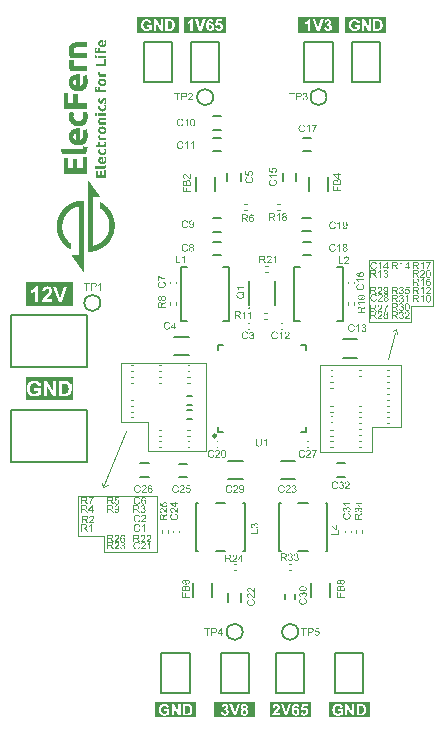
<source format=gto>
G04*
G04 #@! TF.GenerationSoftware,Altium Limited,Altium Designer,21.2.1 (34)*
G04*
G04 Layer_Color=65535*
%FSTAX24Y24*%
%MOIN*%
G70*
G04*
G04 #@! TF.SameCoordinates,7A998B52-B5E4-4745-A7E4-E824AC8E6B76*
G04*
G04*
G04 #@! TF.FilePolarity,Positive*
G04*
G01*
G75*
%ADD10C,0.0059*%
%ADD11C,0.0098*%
%ADD12C,0.0079*%
%ADD13C,0.0039*%
G36*
X249797Y274451D02*
X249822D01*
Y274459D01*
X249831D01*
Y274468D01*
X249839D01*
Y274485D01*
X249848D01*
Y274493D01*
Y274562D01*
X249839D01*
Y274596D01*
X249874D01*
Y274605D01*
X249899D01*
Y274579D01*
X249908D01*
Y274451D01*
X249899D01*
Y274433D01*
X249891D01*
Y274416D01*
X249882D01*
Y274408D01*
X249874D01*
Y274399D01*
X249865D01*
Y274391D01*
X249848D01*
Y274382D01*
X249831D01*
Y274374D01*
X249788D01*
Y274365D01*
X249754D01*
Y274374D01*
X249711D01*
Y274382D01*
X249694D01*
Y274391D01*
X249677D01*
Y274399D01*
X249668D01*
Y274408D01*
X24966D01*
Y274416D01*
X249651D01*
Y274433D01*
X249642D01*
Y274459D01*
X249634D01*
Y274545D01*
X249642D01*
Y274562D01*
X249651D01*
Y274579D01*
X24966D01*
Y274588D01*
X249668D01*
Y274596D01*
X249685D01*
Y274605D01*
X249702D01*
Y274613D01*
X249745D01*
Y274622D01*
X249797D01*
Y274451D01*
D02*
G37*
G36*
X24954Y274339D02*
X249574D01*
Y274331D01*
X249582D01*
Y274314D01*
X249574D01*
Y274262D01*
X249582D01*
Y274254D01*
X249591D01*
Y274245D01*
X249617D01*
Y274236D01*
X249634D01*
Y274331D01*
X249702D01*
Y274236D01*
X249908D01*
Y274168D01*
X249574D01*
Y274176D01*
X249557D01*
Y274185D01*
X249548D01*
Y274194D01*
X24954D01*
Y274202D01*
X249531D01*
Y274211D01*
X249522D01*
Y274219D01*
X249514D01*
Y274339D01*
X249522D01*
Y274348D01*
X24954D01*
Y274339D01*
D02*
G37*
G36*
X249265Y274365D02*
X248897D01*
Y274356D01*
X248863D01*
Y274348D01*
X248846D01*
Y274339D01*
X248837D01*
Y274331D01*
X248828D01*
Y274322D01*
X24882D01*
Y274314D01*
X248811D01*
Y274202D01*
X24882D01*
Y274194D01*
X249265D01*
Y274022D01*
X248691D01*
Y274039D01*
X248683D01*
Y274082D01*
X248674D01*
Y274125D01*
X248666D01*
Y274185D01*
X248657D01*
Y274348D01*
X248666D01*
Y274382D01*
X248674D01*
Y274408D01*
X248683D01*
Y274433D01*
X248691D01*
Y274451D01*
X2487D01*
Y274459D01*
X248709D01*
Y274468D01*
X248717D01*
Y274476D01*
X248726D01*
Y274485D01*
X248734D01*
Y274493D01*
X248751D01*
Y274502D01*
X24876D01*
Y274511D01*
X248777D01*
Y274519D01*
X248803D01*
Y274528D01*
X248846D01*
Y274536D01*
X249265D01*
Y274365D01*
D02*
G37*
G36*
X249908Y274014D02*
X249634D01*
Y274091D01*
X249908D01*
Y274014D01*
D02*
G37*
G36*
X249574Y274091D02*
X249591D01*
Y274082D01*
X2496D01*
Y274031D01*
X249591D01*
Y274022D01*
X249582D01*
Y274014D01*
X249531D01*
Y274022D01*
X249522D01*
Y274031D01*
X249514D01*
Y274074D01*
X249522D01*
Y274082D01*
X249531D01*
Y274091D01*
X24954D01*
Y274099D01*
X249574D01*
Y274091D01*
D02*
G37*
G36*
X249908Y273731D02*
X249548D01*
Y273808D01*
X249831D01*
Y273817D01*
X249839D01*
Y273971D01*
X249908D01*
Y273731D01*
D02*
G37*
G36*
X2487Y273954D02*
X248743D01*
Y273945D01*
X248786D01*
Y273937D01*
X24882D01*
Y273928D01*
X248828D01*
Y273919D01*
X24882D01*
Y273885D01*
X248811D01*
Y273757D01*
X24882D01*
Y273748D01*
X249265D01*
Y273568D01*
X2487D01*
Y273594D01*
X248691D01*
Y27362D01*
X248683D01*
Y273654D01*
X248674D01*
Y273688D01*
X248666D01*
Y273731D01*
X248657D01*
Y273868D01*
X248666D01*
Y273919D01*
X248674D01*
Y273954D01*
X248683D01*
Y273962D01*
X2487D01*
Y273954D01*
D02*
G37*
G36*
X249651Y27356D02*
X249694D01*
Y273551D01*
X249702D01*
Y273525D01*
X249694D01*
Y273482D01*
X249702D01*
Y273465D01*
X249908D01*
Y273388D01*
X249651D01*
Y273414D01*
X249642D01*
Y273457D01*
X249634D01*
Y273551D01*
X249642D01*
Y273568D01*
X249651D01*
Y27356D01*
D02*
G37*
G36*
X249831Y27332D02*
X249848D01*
Y273311D01*
X249857D01*
Y273303D01*
X249874D01*
Y273294D01*
X249882D01*
Y273277D01*
X249891D01*
Y273268D01*
X249899D01*
Y27326D01*
X249908D01*
Y273148D01*
X249899D01*
Y273131D01*
X249891D01*
Y273123D01*
X249882D01*
Y273105D01*
X249865D01*
Y273097D01*
X249857D01*
Y273088D01*
X249839D01*
Y27308D01*
X249822D01*
Y273071D01*
X24972D01*
Y27308D01*
X249702D01*
Y273088D01*
X249685D01*
Y273097D01*
X249677D01*
Y273105D01*
X249668D01*
Y273114D01*
X24966D01*
Y273123D01*
X249651D01*
Y273131D01*
X249642D01*
Y273157D01*
X249634D01*
Y273243D01*
X249642D01*
Y273268D01*
X249651D01*
Y273277D01*
X24966D01*
Y273294D01*
X249668D01*
Y273303D01*
X249685D01*
Y273311D01*
X249694D01*
Y27332D01*
X249711D01*
Y273328D01*
X249831D01*
Y27332D01*
D02*
G37*
G36*
X249026Y273088D02*
X249051D01*
Y273097D01*
X249068D01*
Y273105D01*
X249077D01*
Y273114D01*
X249086D01*
Y273123D01*
X249094D01*
Y273131D01*
X249103D01*
Y27314D01*
X249111D01*
Y273157D01*
X24912D01*
Y273174D01*
X249128D01*
Y273208D01*
X249137D01*
Y273285D01*
X249128D01*
Y273337D01*
X24912D01*
Y273371D01*
X249111D01*
Y273397D01*
X249103D01*
Y273405D01*
X249111D01*
Y273414D01*
X249146D01*
Y273422D01*
X249197D01*
Y273431D01*
X249248D01*
Y273422D01*
X249257D01*
Y273397D01*
X249265D01*
Y273363D01*
X249274D01*
Y273311D01*
X249283D01*
Y273268D01*
Y27326D01*
Y27314D01*
X249274D01*
Y273105D01*
X249265D01*
Y27308D01*
X249257D01*
Y273054D01*
X249248D01*
Y273046D01*
X24924D01*
Y273028D01*
X249231D01*
Y27302D01*
X249223D01*
Y273011D01*
X249214D01*
Y272994D01*
X249205D01*
Y272986D01*
X249197D01*
Y272977D01*
X249188D01*
Y272968D01*
X249171D01*
Y27296D01*
X249163D01*
Y272951D01*
X249146D01*
Y272943D01*
X249128D01*
Y272934D01*
X249111D01*
Y272926D01*
X249086D01*
Y272917D01*
X249051D01*
Y272908D01*
X248888D01*
Y272917D01*
X248863D01*
Y272926D01*
X248837D01*
Y272934D01*
X24882D01*
Y272943D01*
X248803D01*
Y272951D01*
X248786D01*
Y27296D01*
X248769D01*
Y272968D01*
X24876D01*
Y272977D01*
X248751D01*
Y272986D01*
X248734D01*
Y273003D01*
X248726D01*
Y273011D01*
X248717D01*
Y27302D01*
X248709D01*
Y273028D01*
X2487D01*
Y273046D01*
X248691D01*
Y273063D01*
X248683D01*
Y27308D01*
X248674D01*
Y273105D01*
X248666D01*
Y273131D01*
X248657D01*
Y27326D01*
X248666D01*
Y273294D01*
X248674D01*
Y27332D01*
X248683D01*
Y273337D01*
X248691D01*
Y273354D01*
X2487D01*
Y273363D01*
X248709D01*
Y273371D01*
X248717D01*
Y27338D01*
X248726D01*
Y273388D01*
X248734D01*
Y273397D01*
X248743D01*
Y273405D01*
X248751D01*
Y273414D01*
X248769D01*
Y273422D01*
X248777D01*
Y273431D01*
X248794D01*
Y27344D01*
X248811D01*
Y273448D01*
X248846D01*
Y273457D01*
X24888D01*
Y273465D01*
X249026D01*
Y273088D01*
D02*
G37*
G36*
X249548Y273037D02*
X249582D01*
Y273011D01*
X249574D01*
Y272968D01*
X249582D01*
Y272951D01*
X2496D01*
Y272943D01*
X249634D01*
Y273037D01*
X249702D01*
Y272943D01*
X249908D01*
Y272866D01*
X249582D01*
Y272874D01*
X249565D01*
Y272883D01*
X249548D01*
Y272891D01*
X24954D01*
Y2729D01*
X249531D01*
Y272908D01*
X249522D01*
Y272926D01*
X249514D01*
Y273037D01*
X249522D01*
Y273046D01*
X249548D01*
Y273037D01*
D02*
G37*
G36*
X249857Y272677D02*
X249874D01*
Y272669D01*
X249882D01*
Y27266D01*
X249891D01*
Y272651D01*
X249899D01*
Y272626D01*
X249908D01*
Y272497D01*
X249899D01*
Y27248D01*
X249865D01*
Y272489D01*
X249839D01*
Y272514D01*
X249848D01*
Y272557D01*
X249857D01*
Y272583D01*
X249848D01*
Y272609D01*
X249822D01*
Y2726D01*
X249814D01*
Y272583D01*
X249805D01*
Y272574D01*
Y272566D01*
X249797D01*
Y272549D01*
X249788D01*
Y272531D01*
X24978D01*
Y272514D01*
X249771D01*
Y272506D01*
X249762D01*
Y272497D01*
X249745D01*
Y272489D01*
X249677D01*
Y272497D01*
X24966D01*
Y272514D01*
X249651D01*
Y272523D01*
X249642D01*
Y27254D01*
X249634D01*
Y272651D01*
X249642D01*
Y272677D01*
X249651D01*
Y272669D01*
X249694D01*
Y27266D01*
X249702D01*
Y272643D01*
X249694D01*
Y272566D01*
X249728D01*
Y272574D01*
X249737D01*
Y2726D01*
X249745D01*
Y272617D01*
X249754D01*
Y272634D01*
X249762D01*
Y272651D01*
X249771D01*
Y27266D01*
X24978D01*
Y272669D01*
X249788D01*
Y272677D01*
X249805D01*
Y272686D01*
X249857D01*
Y272677D01*
D02*
G37*
G36*
X24864Y272506D02*
X248794D01*
Y272814D01*
X24894D01*
Y272806D01*
X248948D01*
Y272651D01*
Y272643D01*
Y272506D01*
X249265D01*
Y272317D01*
X248486D01*
Y272848D01*
X24864D01*
Y272506D01*
D02*
G37*
G36*
X249899Y272437D02*
X249908D01*
Y272309D01*
X249899D01*
Y272292D01*
X249891D01*
Y272274D01*
X249882D01*
Y272266D01*
X249874D01*
Y272257D01*
X249865D01*
Y272249D01*
X249848D01*
Y27224D01*
X249831D01*
Y272232D01*
X249788D01*
Y272223D01*
X249754D01*
Y272232D01*
X24972D01*
Y27224D01*
X249694D01*
Y272249D01*
X249685D01*
Y272257D01*
X249677D01*
Y272266D01*
X249668D01*
Y272274D01*
X24966D01*
Y272283D01*
X249651D01*
Y272292D01*
X249642D01*
Y272317D01*
X249634D01*
Y272411D01*
X249642D01*
Y272437D01*
X249668D01*
Y272429D01*
X249694D01*
Y27242D01*
X249702D01*
Y272394D01*
X249694D01*
Y272343D01*
X249702D01*
Y272334D01*
X249711D01*
Y272317D01*
X249728D01*
Y272309D01*
X249754D01*
Y2723D01*
X249797D01*
Y272309D01*
X249814D01*
Y272317D01*
X249831D01*
Y272326D01*
X249839D01*
Y272343D01*
X249848D01*
Y272411D01*
X249839D01*
Y272437D01*
X249891D01*
Y272446D01*
X249899D01*
Y272437D01*
D02*
G37*
G36*
X249908Y272129D02*
Y27212D01*
Y272094D01*
X249634D01*
Y272163D01*
X249908D01*
Y272129D01*
D02*
G37*
G36*
X249582Y272163D02*
X249591D01*
Y272154D01*
X2496D01*
Y272146D01*
Y272137D01*
Y272103D01*
X249591D01*
Y272094D01*
X249582D01*
Y272086D01*
X249531D01*
Y272094D01*
X249522D01*
Y272112D01*
X249514D01*
Y272146D01*
X249522D01*
Y272163D01*
X24954D01*
Y272172D01*
X249582D01*
Y272163D01*
D02*
G37*
G36*
X249257Y272206D02*
X249265D01*
Y272172D01*
X249274D01*
Y272137D01*
X249283D01*
Y271975D01*
X249274D01*
Y27194D01*
X249265D01*
Y271906D01*
X249257D01*
Y271889D01*
X249248D01*
Y27188D01*
X24924D01*
Y271863D01*
X249231D01*
Y271846D01*
X249223D01*
Y271837D01*
X249214D01*
Y271829D01*
X249205D01*
Y27182D01*
X249197D01*
Y271812D01*
X249188D01*
Y271803D01*
X24918D01*
Y271795D01*
X249163D01*
Y271786D01*
X249154D01*
Y271777D01*
X249137D01*
Y271769D01*
X249111D01*
Y27176D01*
X249094D01*
Y271752D01*
X249051D01*
Y271743D01*
X248888D01*
Y271752D01*
X248854D01*
Y27176D01*
X248837D01*
Y271769D01*
X24882D01*
Y271777D01*
X248803D01*
Y271786D01*
X248786D01*
Y271795D01*
X248777D01*
Y271803D01*
X248769D01*
Y271812D01*
X248751D01*
Y27182D01*
X248743D01*
Y271829D01*
X248734D01*
Y271837D01*
X248726D01*
Y271846D01*
X248717D01*
Y271863D01*
X248709D01*
Y271872D01*
X2487D01*
Y271889D01*
X248691D01*
Y271906D01*
X248683D01*
Y271923D01*
X248674D01*
Y271949D01*
X248666D01*
Y271975D01*
X248657D01*
Y27212D01*
X248666D01*
Y272163D01*
X248674D01*
Y272189D01*
X248683D01*
Y272214D01*
X248717D01*
Y272206D01*
X248751D01*
Y272197D01*
X248777D01*
Y272189D01*
X248811D01*
Y27218D01*
X248828D01*
Y272154D01*
X24882D01*
Y272129D01*
X248811D01*
Y272086D01*
X248803D01*
Y272034D01*
X248811D01*
Y272D01*
X24882D01*
Y271983D01*
X248828D01*
Y271966D01*
X248846D01*
Y271957D01*
X248854D01*
Y271949D01*
X248863D01*
Y27194D01*
X248871D01*
Y271932D01*
X248897D01*
Y271923D01*
X248931D01*
Y271915D01*
X249008D01*
Y271923D01*
X249043D01*
Y271932D01*
X249068D01*
Y27194D01*
X249077D01*
Y271949D01*
X249094D01*
Y271957D01*
X249103D01*
Y271975D01*
X249111D01*
Y271983D01*
X24912D01*
Y272D01*
X249128D01*
Y272052D01*
X249137D01*
Y272086D01*
X249128D01*
Y272146D01*
X24912D01*
Y27218D01*
X249111D01*
Y272197D01*
X24912D01*
Y272206D01*
X249171D01*
Y272214D01*
X249214D01*
Y272223D01*
X249257D01*
Y272206D01*
D02*
G37*
G36*
X249908Y271949D02*
X249745D01*
Y27194D01*
X249711D01*
Y271932D01*
X249702D01*
Y271915D01*
X249694D01*
Y271872D01*
X249702D01*
Y271863D01*
X249908D01*
Y271795D01*
X249642D01*
Y271837D01*
X249634D01*
Y271957D01*
X249642D01*
Y271975D01*
X249651D01*
Y271983D01*
X24966D01*
Y272D01*
X249677D01*
Y272009D01*
X249694D01*
Y272017D01*
X249908D01*
Y271949D01*
D02*
G37*
G36*
X249788Y271726D02*
X249831D01*
Y271717D01*
X249848D01*
Y271709D01*
X249865D01*
Y2717D01*
X249874D01*
Y271692D01*
X249882D01*
Y271683D01*
X249891D01*
Y271666D01*
X249899D01*
Y271658D01*
X249908D01*
Y271546D01*
X249899D01*
Y271529D01*
X249891D01*
Y27152D01*
X249882D01*
Y271512D01*
X249874D01*
Y271503D01*
X249865D01*
Y271495D01*
X249857D01*
Y271486D01*
X249839D01*
Y271478D01*
X249822D01*
Y271469D01*
X249728D01*
Y271478D01*
X249702D01*
Y271486D01*
X249685D01*
Y271495D01*
X249677D01*
Y271503D01*
X249668D01*
Y271512D01*
X24966D01*
Y27152D01*
X249651D01*
Y271538D01*
X249642D01*
Y271555D01*
X249634D01*
Y27164D01*
X249642D01*
Y271666D01*
X249651D01*
Y271675D01*
X24966D01*
Y271692D01*
X249668D01*
Y2717D01*
X249677D01*
Y271709D01*
X249694D01*
Y271717D01*
X249711D01*
Y271726D01*
X249762D01*
Y271735D01*
X249788D01*
Y271726D01*
D02*
G37*
G36*
X249685Y271426D02*
X249702D01*
Y2714D01*
X249694D01*
Y271358D01*
X249702D01*
Y271341D01*
X249908D01*
Y271263D01*
X249651D01*
Y271289D01*
X249642D01*
Y271332D01*
X249634D01*
Y271426D01*
X249642D01*
Y271435D01*
X249685D01*
Y271426D01*
D02*
G37*
G36*
X249899Y271203D02*
X249908D01*
Y271092D01*
X249899D01*
Y271075D01*
X249891D01*
Y271066D01*
X249882D01*
Y271058D01*
X249874D01*
Y271049D01*
X249857D01*
Y271041D01*
X249805D01*
Y271032D01*
X249574D01*
Y271041D01*
X249565D01*
Y271092D01*
X249557D01*
Y271109D01*
X249634D01*
Y271203D01*
X249702D01*
Y271109D01*
X249814D01*
Y271118D01*
X249839D01*
Y271135D01*
X249848D01*
Y271195D01*
X249839D01*
Y271203D01*
X249865D01*
Y271212D01*
X249899D01*
Y271203D01*
D02*
G37*
G36*
X249026Y271289D02*
X24906D01*
Y271298D01*
X249077D01*
Y271306D01*
X249086D01*
Y271315D01*
X249094D01*
Y271323D01*
X249103D01*
Y271332D01*
X249111D01*
Y271358D01*
X24912D01*
Y271375D01*
X249128D01*
Y271409D01*
X249137D01*
Y27146D01*
X249128D01*
Y271538D01*
X24912D01*
Y271563D01*
X249111D01*
Y271598D01*
X249103D01*
Y271606D01*
X249111D01*
Y271615D01*
X249163D01*
Y271623D01*
X249223D01*
Y271632D01*
X249248D01*
Y271623D01*
X249257D01*
Y271598D01*
X249265D01*
Y271555D01*
X249274D01*
Y271512D01*
X249283D01*
Y271341D01*
X249274D01*
Y271306D01*
X249265D01*
Y271281D01*
X249257D01*
Y271255D01*
X249248D01*
Y271238D01*
X24924D01*
Y271229D01*
X249231D01*
Y271212D01*
X249223D01*
Y271203D01*
X249214D01*
Y271195D01*
X249205D01*
Y271186D01*
X249197D01*
Y271178D01*
X249188D01*
Y271169D01*
X24918D01*
Y271161D01*
X249163D01*
Y271152D01*
X249154D01*
Y271143D01*
X249137D01*
Y271135D01*
X24912D01*
Y271126D01*
X249094D01*
Y271118D01*
X24906D01*
Y271109D01*
X248991D01*
Y271101D01*
X248957D01*
Y271109D01*
X24888D01*
Y271118D01*
X248854D01*
Y271126D01*
X248828D01*
Y271135D01*
X248811D01*
Y271143D01*
X248794D01*
Y271152D01*
X248777D01*
Y271161D01*
X248769D01*
Y271169D01*
X24876D01*
Y271178D01*
X248743D01*
Y271186D01*
X248734D01*
Y271195D01*
X248726D01*
Y271212D01*
X248717D01*
Y271221D01*
X248709D01*
Y271229D01*
X2487D01*
Y271238D01*
X248691D01*
Y271255D01*
X248683D01*
Y271281D01*
X248674D01*
Y271298D01*
X248666D01*
Y271323D01*
X248657D01*
Y27146D01*
X248666D01*
Y271495D01*
X248674D01*
Y271512D01*
X248683D01*
Y271529D01*
X248691D01*
Y271546D01*
X2487D01*
Y271555D01*
X248709D01*
Y271563D01*
X248717D01*
Y27158D01*
X248726D01*
Y271589D01*
X248734D01*
Y271598D01*
X248743D01*
Y271606D01*
X24876D01*
Y271615D01*
X248769D01*
Y271623D01*
X248786D01*
Y271632D01*
X248803D01*
Y27164D01*
X24882D01*
Y271649D01*
X248854D01*
Y271658D01*
X248897D01*
Y271666D01*
X249026D01*
Y271289D01*
D02*
G37*
G36*
X249899Y270981D02*
X249908D01*
Y270852D01*
X249899D01*
Y270835D01*
X249891D01*
Y270818D01*
X249882D01*
Y270809D01*
X249874D01*
Y270801D01*
X249865D01*
Y270792D01*
X249857D01*
Y270784D01*
X249831D01*
Y270775D01*
X249788D01*
Y270766D01*
X249762D01*
Y270775D01*
X249711D01*
Y270784D01*
X249694D01*
Y270792D01*
X249685D01*
Y270801D01*
X249668D01*
Y270809D01*
X24966D01*
Y270818D01*
X249651D01*
Y270835D01*
X249642D01*
Y270861D01*
X249634D01*
Y270955D01*
X249642D01*
Y270981D01*
X249668D01*
Y270972D01*
X249694D01*
Y270964D01*
X249702D01*
Y270938D01*
X249694D01*
Y270886D01*
X249702D01*
Y270878D01*
X249711D01*
Y270861D01*
X249728D01*
Y270852D01*
X249754D01*
Y270844D01*
X249797D01*
Y270852D01*
X249814D01*
Y270861D01*
X249831D01*
Y270869D01*
X249839D01*
Y270886D01*
X249848D01*
Y270904D01*
Y270912D01*
Y270955D01*
X249839D01*
Y270981D01*
X249891D01*
Y270989D01*
X249899D01*
Y270981D01*
D02*
G37*
G36*
X249146Y271058D02*
X249197D01*
Y271049D01*
X249248D01*
Y271041D01*
X249283D01*
Y270998D01*
X249274D01*
Y270938D01*
X249265D01*
Y270904D01*
X249257D01*
Y270886D01*
X249248D01*
Y270869D01*
X24924D01*
Y270861D01*
X249231D01*
Y270844D01*
X249223D01*
Y270835D01*
X249214D01*
Y270826D01*
X249197D01*
Y270818D01*
X24918D01*
Y270809D01*
X249154D01*
Y270801D01*
X248417D01*
Y270809D01*
X248409D01*
Y270869D01*
X2484D01*
Y270921D01*
X248392D01*
Y270972D01*
X249086D01*
Y270981D01*
X249103D01*
Y270989D01*
X249111D01*
Y270998D01*
X24912D01*
Y271015D01*
X249128D01*
Y271041D01*
X249137D01*
Y271066D01*
X249146D01*
Y271058D01*
D02*
G37*
G36*
X249797Y270552D02*
X249822D01*
Y270561D01*
X249831D01*
Y270569D01*
X249839D01*
Y270587D01*
X249848D01*
Y270672D01*
X249839D01*
Y270698D01*
X249874D01*
Y270706D01*
X249899D01*
Y270689D01*
X249908D01*
Y270552D01*
X249899D01*
Y270535D01*
X249891D01*
Y270518D01*
X249882D01*
Y270509D01*
X249874D01*
Y270501D01*
X249865D01*
Y270492D01*
X249848D01*
Y270484D01*
X249831D01*
Y270475D01*
X249788D01*
Y270467D01*
X249754D01*
Y270475D01*
X249711D01*
Y270484D01*
X249694D01*
Y270492D01*
X249685D01*
Y270501D01*
X249668D01*
Y270509D01*
X24966D01*
Y270518D01*
X249651D01*
Y270535D01*
X249642D01*
Y270552D01*
X249634D01*
Y270647D01*
X249642D01*
Y270664D01*
X249651D01*
Y270681D01*
X24966D01*
Y270689D01*
X249668D01*
Y270698D01*
X249685D01*
Y270706D01*
X249702D01*
Y270715D01*
X249728D01*
Y270724D01*
X249797D01*
Y270552D01*
D02*
G37*
G36*
X249265Y27015D02*
X248486D01*
Y270681D01*
X24864D01*
Y27033D01*
X248777D01*
Y270338D01*
X248786D01*
Y270647D01*
X248931D01*
Y27033D01*
X249111D01*
Y270475D01*
Y270484D01*
Y270706D01*
X249265D01*
Y27015D01*
D02*
G37*
G36*
X249874Y270432D02*
X249908D01*
Y270372D01*
X249899D01*
Y270355D01*
X249891D01*
Y270347D01*
X249882D01*
Y270338D01*
X249874D01*
Y27033D01*
X249848D01*
Y270321D01*
X249522D01*
Y270347D01*
X249514D01*
Y270398D01*
X249831D01*
Y270407D01*
X249839D01*
Y270415D01*
X249848D01*
Y270441D01*
X249874D01*
Y270432D01*
D02*
G37*
G36*
X249908Y270021D02*
X249548D01*
Y270252D01*
X249617D01*
Y270098D01*
X249685D01*
Y270235D01*
X249754D01*
Y270098D01*
X249839D01*
Y27027D01*
X249908D01*
Y270021D01*
D02*
G37*
G36*
X249291Y269935D02*
X2493D01*
Y269927D01*
X249308D01*
Y269918D01*
X249317D01*
Y269901D01*
X249325D01*
Y269893D01*
X249334D01*
Y269884D01*
X249343D01*
Y269867D01*
X249351D01*
Y269858D01*
X24936D01*
Y26985D01*
X249368D01*
Y269833D01*
X249377D01*
Y269824D01*
X249385D01*
Y269807D01*
X249394D01*
Y269798D01*
X249403D01*
Y26979D01*
X249411D01*
Y269773D01*
X24942D01*
Y269764D01*
X249428D01*
Y269755D01*
X249437D01*
Y269738D01*
X249445D01*
Y26973D01*
X249454D01*
Y269721D01*
X249463D01*
Y269704D01*
X249471D01*
Y269695D01*
X24948D01*
Y269678D01*
X249488D01*
Y26967D01*
X249497D01*
Y269661D01*
X249505D01*
Y269644D01*
X249514D01*
Y269636D01*
X249522D01*
Y269627D01*
X249531D01*
Y26961D01*
X24954D01*
Y269601D01*
X249548D01*
Y269584D01*
X249557D01*
Y269576D01*
X249565D01*
Y269567D01*
X249574D01*
Y26955D01*
X249582D01*
Y269541D01*
X249591D01*
Y269533D01*
X2496D01*
Y269516D01*
X249608D01*
Y269507D01*
X249617D01*
Y269498D01*
X249625D01*
Y269481D01*
X249634D01*
Y269473D01*
X249642D01*
Y269456D01*
X249651D01*
Y269447D01*
X24966D01*
Y269438D01*
X249668D01*
Y269421D01*
X249677D01*
Y269413D01*
X249685D01*
Y269404D01*
X249694D01*
Y269387D01*
X249454D01*
Y267751D01*
X249471D01*
Y267759D01*
X249505D01*
Y267768D01*
X249531D01*
Y267776D01*
X249557D01*
Y267785D01*
X249582D01*
Y267793D01*
X2496D01*
Y267802D01*
X249617D01*
Y267811D01*
X249634D01*
Y267819D01*
X249651D01*
Y267828D01*
X249668D01*
Y267836D01*
X249677D01*
Y267845D01*
X249694D01*
Y267853D01*
X249702D01*
Y267862D01*
X24972D01*
Y267871D01*
X249728D01*
Y267879D01*
X249737D01*
Y267888D01*
X249754D01*
Y267896D01*
X249762D01*
Y267905D01*
X249771D01*
Y267913D01*
X24978D01*
Y267922D01*
X249788D01*
Y267931D01*
X249797D01*
Y267939D01*
X249805D01*
Y267948D01*
X249814D01*
Y267956D01*
X249822D01*
Y267965D01*
X249831D01*
Y267973D01*
X249839D01*
Y267982D01*
X249848D01*
Y26799D01*
X249857D01*
Y268008D01*
X249865D01*
Y268016D01*
X249874D01*
Y268025D01*
X249882D01*
Y268042D01*
X249891D01*
Y26805D01*
X249899D01*
Y268068D01*
X249908D01*
Y268076D01*
X249917D01*
Y268093D01*
X249925D01*
Y26811D01*
X249934D01*
Y268128D01*
X249942D01*
Y268145D01*
X249951D01*
Y268162D01*
X249959D01*
Y268188D01*
X249968D01*
Y268213D01*
X249977D01*
Y268248D01*
X249985D01*
Y268282D01*
X249994D01*
Y268325D01*
X250002D01*
Y268522D01*
X249994D01*
Y268573D01*
X249985D01*
Y268607D01*
X249977D01*
Y268633D01*
X249968D01*
Y268659D01*
X249959D01*
Y268684D01*
X249951D01*
Y268702D01*
X249942D01*
Y268719D01*
X249934D01*
Y268736D01*
X249925D01*
Y268762D01*
X249917D01*
Y26877D01*
X249908D01*
Y268787D01*
X249899D01*
Y268796D01*
X249891D01*
Y268813D01*
X249882D01*
Y268822D01*
X249874D01*
Y26883D01*
X249865D01*
Y268847D01*
X249857D01*
Y268856D01*
X249848D01*
Y268864D01*
X249839D01*
Y268882D01*
X249831D01*
Y26889D01*
X249822D01*
Y268899D01*
X249814D01*
Y268907D01*
X249805D01*
Y268916D01*
X249797D01*
Y268924D01*
X249788D01*
Y268933D01*
X249771D01*
Y268942D01*
X249762D01*
Y26895D01*
X249754D01*
Y268959D01*
X249745D01*
Y268967D01*
X249737D01*
Y268976D01*
X24972D01*
Y268984D01*
X249711D01*
Y268993D01*
X249702D01*
Y269207D01*
X249711D01*
Y269199D01*
X24972D01*
Y26919D01*
X249737D01*
Y269181D01*
X249754D01*
Y269173D01*
X249762D01*
Y269164D01*
X24978D01*
Y269156D01*
X249797D01*
Y269147D01*
X249805D01*
Y269139D01*
X249814D01*
Y26913D01*
X249831D01*
Y269121D01*
X249839D01*
Y269113D01*
X249848D01*
Y269104D01*
X249865D01*
Y269096D01*
X249874D01*
Y269087D01*
X249882D01*
Y269079D01*
X249899D01*
Y26907D01*
X249908D01*
Y269061D01*
X249917D01*
Y269053D01*
X249925D01*
Y269044D01*
X249934D01*
Y269036D01*
X249942D01*
Y269019D01*
X249951D01*
Y26901D01*
X249959D01*
Y269002D01*
X249968D01*
Y268993D01*
X249977D01*
Y268984D01*
X249985D01*
Y268976D01*
X249994D01*
Y268967D01*
X250002D01*
Y26895D01*
X250011D01*
Y268942D01*
X250019D01*
Y268933D01*
X250028D01*
Y268916D01*
X250037D01*
Y268907D01*
X250045D01*
Y26889D01*
X250054D01*
Y268882D01*
X250062D01*
Y268864D01*
X250071D01*
Y268847D01*
X250079D01*
Y26883D01*
X250088D01*
Y268813D01*
X250097D01*
Y268796D01*
X250105D01*
Y268779D01*
X250114D01*
Y268762D01*
X250122D01*
Y268736D01*
X250131D01*
Y268719D01*
X250139D01*
Y268693D01*
X250148D01*
Y268676D01*
X250156D01*
Y268642D01*
X250165D01*
Y268599D01*
X250174D01*
Y268556D01*
X250182D01*
Y268308D01*
X250174D01*
Y268248D01*
X250165D01*
Y268222D01*
X250156D01*
Y268188D01*
X250148D01*
Y268162D01*
X250139D01*
Y268136D01*
X250131D01*
Y26811D01*
X250122D01*
Y268093D01*
X250114D01*
Y268076D01*
X250105D01*
Y268059D01*
X250097D01*
Y268042D01*
X250088D01*
Y268025D01*
X250079D01*
Y268008D01*
X250071D01*
Y26799D01*
X250062D01*
Y267973D01*
X250054D01*
Y267965D01*
X250045D01*
Y267948D01*
X250037D01*
Y267939D01*
X250028D01*
Y267922D01*
X250019D01*
Y267913D01*
X250011D01*
Y267896D01*
X250002D01*
Y267888D01*
X249994D01*
Y267879D01*
X249985D01*
Y267871D01*
X249977D01*
Y267853D01*
X249968D01*
Y267845D01*
X249959D01*
Y267836D01*
X249951D01*
Y267828D01*
X249942D01*
Y267819D01*
X249934D01*
Y267811D01*
X249925D01*
Y267802D01*
X249917D01*
Y267793D01*
X249908D01*
Y267785D01*
X249899D01*
Y267776D01*
X249891D01*
Y267768D01*
X249882D01*
Y267759D01*
X249865D01*
Y267751D01*
X249857D01*
Y267742D01*
X249848D01*
Y267733D01*
X249831D01*
Y267725D01*
X249822D01*
Y267716D01*
X249814D01*
Y267708D01*
X249797D01*
Y267699D01*
X249788D01*
Y267691D01*
X249771D01*
Y267682D01*
X249754D01*
Y267673D01*
X249745D01*
Y267665D01*
X249728D01*
Y267656D01*
X249711D01*
Y267648D01*
X249694D01*
Y267639D01*
X249677D01*
Y267631D01*
X24966D01*
Y267622D01*
X249634D01*
Y267614D01*
X249617D01*
Y267605D01*
X249591D01*
Y267596D01*
X249557D01*
Y267588D01*
X249531D01*
Y267579D01*
X249488D01*
Y267571D01*
X249445D01*
Y267562D01*
X24936D01*
Y267554D01*
X249283D01*
Y267896D01*
Y267905D01*
Y269953D01*
X249291D01*
Y269935D01*
D02*
G37*
G36*
X249154Y266868D02*
X249146D01*
Y266885D01*
X249137D01*
Y266894D01*
X249128D01*
Y266902D01*
X24912D01*
Y26692D01*
X249111D01*
Y266928D01*
X249103D01*
Y266937D01*
X249094D01*
Y266954D01*
X249086D01*
Y266962D01*
X249077D01*
Y26698D01*
X249068D01*
Y266988D01*
X24906D01*
Y266997D01*
X249051D01*
Y267014D01*
X249043D01*
Y267022D01*
X249034D01*
Y267031D01*
X249026D01*
Y267048D01*
X249017D01*
Y267057D01*
X249008D01*
Y267065D01*
X249D01*
Y267082D01*
X248991D01*
Y267091D01*
X248983D01*
Y267108D01*
X248974D01*
Y267117D01*
X248966D01*
Y267125D01*
X248957D01*
Y267142D01*
X248948D01*
Y267151D01*
X24894D01*
Y267159D01*
X248931D01*
Y267177D01*
X248923D01*
Y267185D01*
X248914D01*
Y267202D01*
X248906D01*
Y267211D01*
X248897D01*
Y267219D01*
X248888D01*
Y267237D01*
X24888D01*
Y267245D01*
X248871D01*
Y267254D01*
X248863D01*
Y267271D01*
X248854D01*
Y267279D01*
X248846D01*
Y267288D01*
X248837D01*
Y267305D01*
X248828D01*
Y267314D01*
X24882D01*
Y267331D01*
X248811D01*
Y267339D01*
X248803D01*
Y267348D01*
X248794D01*
Y267365D01*
X248786D01*
Y267374D01*
X248777D01*
Y267382D01*
X248769D01*
Y267399D01*
X24876D01*
Y267408D01*
X248751D01*
Y267425D01*
X248743D01*
Y267434D01*
X248983D01*
Y267708D01*
Y267716D01*
Y269061D01*
X248948D01*
Y269053D01*
X248914D01*
Y269044D01*
X248888D01*
Y269036D01*
X248863D01*
Y269027D01*
X248846D01*
Y269019D01*
X248828D01*
Y26901D01*
X248811D01*
Y269002D01*
X248794D01*
Y268993D01*
X248777D01*
Y268984D01*
X24876D01*
Y268976D01*
X248751D01*
Y268967D01*
X248734D01*
Y268959D01*
X248726D01*
Y26895D01*
X248717D01*
Y268942D01*
X2487D01*
Y268933D01*
X248691D01*
Y268924D01*
X248683D01*
Y268916D01*
X248674D01*
Y268907D01*
X248666D01*
Y268899D01*
X248649D01*
Y26889D01*
X24864D01*
Y268882D01*
X248631D01*
Y268873D01*
X248623D01*
Y268864D01*
X248614D01*
Y268856D01*
X248606D01*
Y268847D01*
X248597D01*
Y26883D01*
X248589D01*
Y268822D01*
X24858D01*
Y268813D01*
X248571D01*
Y268804D01*
X248563D01*
Y268787D01*
X248554D01*
Y268779D01*
X248546D01*
Y268762D01*
X248537D01*
Y268753D01*
X248529D01*
Y268736D01*
X24852D01*
Y268727D01*
X248511D01*
Y26871D01*
X248503D01*
Y268693D01*
X248494D01*
Y268676D01*
X248486D01*
Y26865D01*
X248477D01*
Y268625D01*
X248469D01*
Y268599D01*
X24846D01*
Y268573D01*
X248452D01*
Y268539D01*
X248443D01*
Y268496D01*
X248434D01*
Y268282D01*
X248443D01*
Y268248D01*
X248452D01*
Y268213D01*
X24846D01*
Y268179D01*
X248469D01*
Y268153D01*
X248477D01*
Y268128D01*
X248486D01*
Y26811D01*
X248494D01*
Y268093D01*
X248503D01*
Y268076D01*
X248511D01*
Y268059D01*
X24852D01*
Y26805D01*
X248529D01*
Y268033D01*
X248537D01*
Y268016D01*
X248546D01*
Y268008D01*
X248554D01*
Y26799D01*
X248563D01*
Y267982D01*
X248571D01*
Y267973D01*
X24858D01*
Y267956D01*
X248589D01*
Y267948D01*
X248597D01*
Y267939D01*
X248606D01*
Y267931D01*
X248614D01*
Y267922D01*
X248623D01*
Y267913D01*
X248631D01*
Y267905D01*
X24864D01*
Y267896D01*
X248649D01*
Y267888D01*
X248657D01*
Y267879D01*
X248666D01*
Y267871D01*
X248674D01*
Y267862D01*
X248683D01*
Y267853D01*
X2487D01*
Y267845D01*
X248709D01*
Y267836D01*
X248726D01*
Y267828D01*
X248734D01*
Y267614D01*
X248726D01*
Y267622D01*
X248709D01*
Y267631D01*
X248691D01*
Y267639D01*
X248674D01*
Y267648D01*
X248666D01*
Y267656D01*
X248649D01*
Y267665D01*
X24864D01*
Y267673D01*
X248623D01*
Y267682D01*
X248614D01*
Y267691D01*
X248606D01*
Y267699D01*
X248589D01*
Y267708D01*
X24858D01*
Y267716D01*
X248571D01*
Y267725D01*
X248563D01*
Y267733D01*
X248546D01*
Y267742D01*
X248537D01*
Y267751D01*
X248529D01*
Y267759D01*
X24852D01*
Y267768D01*
X248511D01*
Y267776D01*
X248494D01*
Y267785D01*
X248486D01*
Y267802D01*
X248477D01*
Y267811D01*
X248469D01*
Y267819D01*
X24846D01*
Y267828D01*
X248452D01*
Y267845D01*
X248443D01*
Y267853D01*
X248434D01*
Y267862D01*
X248426D01*
Y267879D01*
X248417D01*
Y267888D01*
X248409D01*
Y267905D01*
X2484D01*
Y267913D01*
X248392D01*
Y267931D01*
X248383D01*
Y267939D01*
X248374D01*
Y267956D01*
X248366D01*
Y267973D01*
X248357D01*
Y26799D01*
X248349D01*
Y268008D01*
X24834D01*
Y268016D01*
X248332D01*
Y268033D01*
X248323D01*
Y26805D01*
X248314D01*
Y268076D01*
X248306D01*
Y268093D01*
X248297D01*
Y268128D01*
X248289D01*
Y268153D01*
X24828D01*
Y268188D01*
X248272D01*
Y26823D01*
X248263D01*
Y268282D01*
X248254D01*
Y268513D01*
X248263D01*
Y268565D01*
X248272D01*
Y268599D01*
X24828D01*
Y268642D01*
X248289D01*
Y268667D01*
X248297D01*
Y268684D01*
X248306D01*
Y26871D01*
X248314D01*
Y268727D01*
X248323D01*
Y268744D01*
X248332D01*
Y268762D01*
X24834D01*
Y268779D01*
X248349D01*
Y268796D01*
X248357D01*
Y268813D01*
X248366D01*
Y26883D01*
X248374D01*
Y268839D01*
X248383D01*
Y268856D01*
X248392D01*
Y268873D01*
X2484D01*
Y268882D01*
X248409D01*
Y26889D01*
X248417D01*
Y268907D01*
X248426D01*
Y268916D01*
X248434D01*
Y268933D01*
X248443D01*
Y268942D01*
X248452D01*
Y26895D01*
X24846D01*
Y268959D01*
X248469D01*
Y268967D01*
X248477D01*
Y268976D01*
X248486D01*
Y268993D01*
X248494D01*
Y269002D01*
X248503D01*
Y26901D01*
X24852D01*
Y269019D01*
X248529D01*
Y269027D01*
X248537D01*
Y269036D01*
X248546D01*
Y269044D01*
X248554D01*
Y269053D01*
X248563D01*
Y269061D01*
X248571D01*
Y26907D01*
X248589D01*
Y269079D01*
X248597D01*
Y269087D01*
X248606D01*
Y269096D01*
X248614D01*
Y269104D01*
X248631D01*
Y269113D01*
X248649D01*
Y269121D01*
X248657D01*
Y26913D01*
X248674D01*
Y269139D01*
X248691D01*
Y269147D01*
X2487D01*
Y269156D01*
X248717D01*
Y269164D01*
X248734D01*
Y269173D01*
X248751D01*
Y269181D01*
X248769D01*
Y26919D01*
X248786D01*
Y269199D01*
X248811D01*
Y269207D01*
X248828D01*
Y269216D01*
X248854D01*
Y269224D01*
X248888D01*
Y269233D01*
X248914D01*
Y269241D01*
X248966D01*
Y26925D01*
X249017D01*
Y269259D01*
X249154D01*
Y266868D01*
D02*
G37*
G36*
X252311Y274855D02*
X250933D01*
Y275367D01*
X252311D01*
Y274855D01*
D02*
G37*
G36*
X252901Y25203D02*
X251523D01*
Y252542D01*
X252901D01*
Y25203D01*
D02*
G37*
G36*
X25924Y274855D02*
X257862D01*
Y275367D01*
X25924D01*
Y274855D01*
D02*
G37*
G36*
X25487Y25203D02*
X253492D01*
Y252542D01*
X25487D01*
Y25203D01*
D02*
G37*
G36*
X25672D02*
X255342D01*
Y252542D01*
X25672D01*
Y25203D01*
D02*
G37*
G36*
X257665Y274855D02*
X256287D01*
Y275367D01*
X257665D01*
Y274855D01*
D02*
G37*
G36*
X253886D02*
X252508D01*
Y275367D01*
X253886D01*
Y274855D01*
D02*
G37*
G36*
X248787Y263389D02*
Y262601D01*
X247212D01*
Y263389D01*
X248787D01*
D02*
G37*
G36*
Y266538D02*
Y265751D01*
X247212D01*
Y266538D01*
X248787D01*
D02*
G37*
G36*
X258689Y25203D02*
X257311D01*
Y252542D01*
X258689D01*
Y25203D01*
D02*
G37*
G36*
X255088Y261172D02*
Y261172D01*
Y26117D01*
Y261168D01*
Y261166D01*
X255087Y261163D01*
Y261159D01*
X255087Y261155D01*
X255087Y26115D01*
X255085Y26114D01*
X255084Y26113D01*
X255082Y26112D01*
X25508Y261116D01*
X255079Y261111D01*
Y261111D01*
X255079Y26111D01*
X255078Y261109D01*
X255077Y261108D01*
X255075Y261104D01*
X255072Y261099D01*
X255067Y261093D01*
X255062Y261087D01*
X255056Y261081D01*
X255048Y261075D01*
X255047D01*
X255046Y261075D01*
X255045Y261074D01*
X255044Y261073D01*
X255041Y261072D01*
X255038Y261071D01*
X255036Y26107D01*
X255032Y261068D01*
X255028Y261067D01*
X255024Y261066D01*
X255019Y261065D01*
X255013Y261064D01*
X255008Y261063D01*
X255002Y261062D01*
X254989Y261061D01*
X254986D01*
X254983Y261062D01*
X25498D01*
X254977Y261062D01*
X254973Y261063D01*
X254969Y261063D01*
X25496Y261064D01*
X25495Y261067D01*
X25494Y261069D01*
X254931Y261073D01*
X254931D01*
X25493Y261074D01*
X254929Y261075D01*
X254927Y261076D01*
X254923Y261079D01*
X254919Y261083D01*
X254913Y261088D01*
X254908Y261093D01*
X254903Y261101D01*
X254899Y261109D01*
Y261109D01*
X254899Y26111D01*
X254898Y261111D01*
X254898Y261113D01*
X254897Y261115D01*
X254896Y261118D01*
X254895Y261121D01*
X254894Y261125D01*
X254894Y26113D01*
X254893Y261135D01*
X254892Y26114D01*
X254891Y261145D01*
X25489Y261151D01*
X25489Y261158D01*
X25489Y261165D01*
Y261172D01*
Y261318D01*
X254923D01*
Y261172D01*
Y261172D01*
Y261171D01*
Y261169D01*
Y261167D01*
X254923Y261164D01*
Y261161D01*
X254924Y261154D01*
X254925Y261146D01*
X254926Y261138D01*
X254927Y26113D01*
X254928Y261127D01*
X254929Y261124D01*
X254929Y261123D01*
X25493Y261121D01*
X254932Y261119D01*
X254934Y261115D01*
X254937Y261111D01*
X25494Y261107D01*
X254945Y261103D01*
X25495Y2611D01*
X25495Y2611D01*
X254952Y261099D01*
X254955Y261097D01*
X25496Y261096D01*
X254965Y261094D01*
X254972Y261093D01*
X254978Y261092D01*
X254986Y261092D01*
X25499D01*
X254992Y261092D01*
X254995D01*
X254998Y261092D01*
X255006Y261094D01*
X255015Y261096D01*
X255024Y261099D01*
X255032Y261103D01*
X255035Y261105D01*
X255038Y261108D01*
X255039Y261108D01*
X255039Y261109D01*
X25504Y26111D01*
X255041Y261111D01*
X255042Y261113D01*
X255044Y261116D01*
X255045Y261119D01*
X255046Y261122D01*
X255048Y261126D01*
X255049Y261131D01*
X255051Y261136D01*
X255052Y261142D01*
X255053Y261149D01*
X255053Y261156D01*
X255054Y261164D01*
Y261172D01*
Y261318D01*
X255088D01*
Y261172D01*
D02*
G37*
G36*
X255247Y261066D02*
X255216D01*
Y261263D01*
X255216Y261262D01*
X255214Y261261D01*
X255212Y261259D01*
X255208Y261256D01*
X255204Y261253D01*
X255199Y261249D01*
X255193Y261245D01*
X255187Y261241D01*
X255186D01*
X255186Y261241D01*
X255184Y261239D01*
X25518Y261238D01*
X255176Y261235D01*
X255171Y261233D01*
X255165Y26123D01*
X25516Y261228D01*
X255154Y261226D01*
Y261255D01*
X255155D01*
X255155Y261256D01*
X255157Y261257D01*
X255159Y261258D01*
X255161Y261259D01*
X255163Y26126D01*
X25517Y261264D01*
X255177Y261268D01*
X255184Y261273D01*
X255192Y261279D01*
X255199Y261285D01*
X2552Y261285D01*
X2552Y261286D01*
X255201Y261287D01*
X255203Y261288D01*
X255206Y261291D01*
X25521Y261296D01*
X255215Y261301D01*
X255219Y261307D01*
X255223Y261313D01*
X255227Y261319D01*
X255247D01*
Y261066D01*
D02*
G37*
G36*
X257001Y254975D02*
X256901D01*
X256887Y254907D01*
X256887Y254907D01*
X256888Y254907D01*
X256889Y254908D01*
X256891Y254909D01*
X256893Y25491D01*
X256896Y254912D01*
X256902Y254915D01*
X256909Y254918D01*
X256917Y25492D01*
X256926Y254922D01*
X25693Y254923D01*
X256938D01*
X25694Y254922D01*
X256943Y254922D01*
X256946Y254922D01*
X25695Y254921D01*
X256954Y25492D01*
X256963Y254917D01*
X256968Y254915D01*
X256972Y254913D01*
X256977Y25491D01*
X256982Y254907D01*
X256986Y254904D01*
X256991Y2549D01*
X256991Y254899D01*
X256992Y254899D01*
X256993Y254898D01*
X256994Y254896D01*
X256996Y254893D01*
X256998Y254891D01*
X257Y254887D01*
X257002Y254884D01*
X257004Y25488D01*
X257006Y254875D01*
X257008Y25487D01*
X25701Y254865D01*
X257011Y25486D01*
X257012Y254853D01*
X257013Y254847D01*
X257013Y254841D01*
Y25484D01*
Y254839D01*
Y254837D01*
X257013Y254835D01*
X257013Y254832D01*
X257012Y254829D01*
X257012Y254825D01*
X257011Y254821D01*
X257009Y254811D01*
X257005Y254801D01*
X257003Y254796D01*
X257Y254792D01*
X256997Y254787D01*
X256993Y254782D01*
X256993Y254781D01*
X256992Y25478D01*
X256991Y254779D01*
X256989Y254777D01*
X256987Y254775D01*
X256984Y254772D01*
X25698Y254769D01*
X256976Y254767D01*
X256972Y254764D01*
X256966Y254761D01*
X256961Y254758D01*
X256955Y254756D01*
X256949Y254754D01*
X256942Y254753D01*
X256935Y254752D01*
X256927Y254751D01*
X256924D01*
X256921Y254752D01*
X256918Y254752D01*
X256915Y254752D01*
X256911Y254753D01*
X256907Y254754D01*
X256898Y254756D01*
X256889Y254759D01*
X256884Y254761D01*
X256879Y254764D01*
X256875Y254767D01*
X256871Y25477D01*
X25687Y254771D01*
X25687Y254771D01*
X256869Y254772D01*
X256867Y254774D01*
X256866Y254776D01*
X256864Y254778D01*
X256862Y254781D01*
X25686Y254784D01*
X256858Y254787D01*
X256855Y254791D01*
X256851Y2548D01*
X256848Y25481D01*
X256847Y254816D01*
X256846Y254821D01*
X256879Y254824D01*
Y254824D01*
Y254823D01*
X256879Y254822D01*
X256879Y25482D01*
X256881Y254816D01*
X256882Y254811D01*
X256884Y254805D01*
X256887Y254799D01*
X256891Y254793D01*
X256895Y254788D01*
X256896Y254788D01*
X256897Y254787D01*
X2569Y254785D01*
X256904Y254783D01*
X256909Y25478D01*
X256914Y254779D01*
X25692Y254777D01*
X256927Y254777D01*
X256929D01*
X256931Y254777D01*
X256935Y254777D01*
X25694Y254779D01*
X256946Y254781D01*
X256953Y254784D01*
X256959Y254788D01*
X256962Y254791D01*
X256965Y254793D01*
X256965Y254794D01*
X256966Y254794D01*
X256966Y254795D01*
X256968Y254796D01*
X25697Y2548D01*
X256973Y254805D01*
X256976Y254812D01*
X256978Y254819D01*
X25698Y254828D01*
X256981Y254833D01*
Y254838D01*
Y254839D01*
Y254839D01*
Y254841D01*
X25698Y254843D01*
Y254845D01*
X25698Y254847D01*
X256979Y254853D01*
X256977Y25486D01*
X256974Y254867D01*
X256971Y254874D01*
X256966Y25488D01*
Y25488D01*
X256965Y25488D01*
X256963Y254882D01*
X25696Y254885D01*
X256956Y254888D01*
X25695Y25489D01*
X256943Y254893D01*
X256936Y254895D01*
X256931Y254895D01*
X256924D01*
X256921Y254895D01*
X256918Y254895D01*
X256913Y254894D01*
X256909Y254892D01*
X256904Y254891D01*
X2569Y254888D01*
X256899Y254888D01*
X256898Y254887D01*
X256896Y254886D01*
X256893Y254884D01*
X25689Y254881D01*
X256887Y254878D01*
X256883Y254875D01*
X256881Y254871D01*
X256852Y254875D01*
X256876Y255004D01*
X257001D01*
Y254975D01*
D02*
G37*
G36*
X256733Y255007D02*
X256739Y255007D01*
X256746Y255006D01*
X256752Y255006D01*
X256758Y255005D01*
X256758D01*
X256761Y255004D01*
X256764Y255003D01*
X256768Y255002D01*
X256773Y255001D01*
X256778Y254998D01*
X256784Y254996D01*
X256788Y254993D01*
X256789Y254993D01*
X256791Y254991D01*
X256793Y254989D01*
X256796Y254987D01*
X256799Y254983D01*
X256802Y254979D01*
X256806Y254974D01*
X256809Y254969D01*
X256809Y254968D01*
X25681Y254966D01*
X256811Y254963D01*
X256813Y254959D01*
X256814Y254954D01*
X256815Y254948D01*
X256816Y254941D01*
X256817Y254934D01*
Y254934D01*
Y254933D01*
Y254931D01*
X256816Y254929D01*
X256816Y254926D01*
X256815Y254923D01*
X256815Y254919D01*
X256814Y254915D01*
X256811Y254907D01*
X25681Y254903D01*
X256808Y254898D01*
X256805Y254893D01*
X256803Y254889D01*
X256799Y254884D01*
X256796Y25488D01*
X256795Y25488D01*
X256795Y254879D01*
X256794Y254878D01*
X256792Y254877D01*
X25679Y254875D01*
X256787Y254873D01*
X256783Y254871D01*
X256779Y254869D01*
X256774Y254867D01*
X256769Y254865D01*
X256763Y254863D01*
X256756Y254862D01*
X256749Y25486D01*
X256741Y254859D01*
X256732Y254858D01*
X256722Y254858D01*
X256658D01*
Y254756D01*
X256624D01*
Y255007D01*
X256728D01*
X256733Y255007D01*
D02*
G37*
G36*
X25659Y254978D02*
X256507D01*
Y254756D01*
X256473D01*
Y254978D01*
X25639D01*
Y255007D01*
X25659D01*
Y254978D01*
D02*
G37*
G36*
X253756Y25484D02*
X253791D01*
Y254812D01*
X253756D01*
Y254751D01*
X253725D01*
Y254812D01*
X253616D01*
Y25484D01*
X253731Y255003D01*
X253756D01*
Y25484D01*
D02*
G37*
G36*
X253513Y255003D02*
X253519Y255002D01*
X253526Y255002D01*
X253532Y255001D01*
X253538Y255001D01*
X253538D01*
X253541Y255D01*
X253544Y254999D01*
X253548Y254998D01*
X253553Y254996D01*
X253558Y254994D01*
X253564Y254991D01*
X253568Y254989D01*
X253569Y254988D01*
X253571Y254987D01*
X253573Y254985D01*
X253576Y254982D01*
X253579Y254979D01*
X253582Y254975D01*
X253586Y25497D01*
X253589Y254965D01*
X253589Y254964D01*
X25359Y254962D01*
X253591Y254959D01*
X253593Y254954D01*
X253594Y254949D01*
X253595Y254943D01*
X253596Y254937D01*
X253597Y25493D01*
Y25493D01*
Y254928D01*
Y254927D01*
X253596Y254924D01*
X253596Y254922D01*
X253595Y254919D01*
X253595Y254915D01*
X253594Y254911D01*
X253591Y254903D01*
X25359Y254898D01*
X253588Y254894D01*
X253585Y254889D01*
X253583Y254884D01*
X253579Y25488D01*
X253576Y254876D01*
X253575Y254875D01*
X253575Y254875D01*
X253574Y254874D01*
X253572Y254872D01*
X25357Y254871D01*
X253567Y254869D01*
X253563Y254867D01*
X253559Y254865D01*
X253554Y254863D01*
X253549Y25486D01*
X253543Y254859D01*
X253536Y254857D01*
X253529Y254856D01*
X253521Y254855D01*
X253512Y254854D01*
X253502Y254853D01*
X253438D01*
Y254751D01*
X253404D01*
Y255003D01*
X253508D01*
X253513Y255003D01*
D02*
G37*
G36*
X25337Y254973D02*
X253287D01*
Y254751D01*
X253253D01*
Y254973D01*
X25317D01*
Y255003D01*
X25337D01*
Y254973D01*
D02*
G37*
G36*
X256535Y272854D02*
X256539Y272853D01*
X256545Y272852D01*
X256552Y27285D01*
X256558Y272848D01*
X256565Y272845D01*
X256565D01*
X256566Y272845D01*
X256568Y272844D01*
X256571Y272841D01*
X256575Y272839D01*
X256579Y272835D01*
X256583Y272831D01*
X256588Y272827D01*
X256591Y272821D01*
X256592Y27282D01*
X256593Y272819D01*
X256594Y272815D01*
X256596Y272811D01*
X256598Y272807D01*
X256599Y272801D01*
X256601Y272795D01*
X256601Y272789D01*
Y272788D01*
Y272786D01*
X256601Y272783D01*
X2566Y272779D01*
X256599Y272774D01*
X256597Y272769D01*
X256595Y272764D01*
X256592Y272759D01*
X256591Y272758D01*
X25659Y272757D01*
X256588Y272754D01*
X256585Y272751D01*
X256582Y272748D01*
X256577Y272744D01*
X256572Y272741D01*
X256566Y272738D01*
X256566D01*
X256567Y272737D01*
X256568Y272737D01*
X25657Y272737D01*
X256574Y272735D01*
X256579Y272733D01*
X256585Y27273D01*
X25659Y272726D01*
X256596Y272722D01*
X256601Y272716D01*
X256601Y272716D01*
X256603Y272713D01*
X256605Y27271D01*
X256607Y272705D01*
X256609Y272699D01*
X256611Y272692D01*
X256613Y272684D01*
X256613Y272675D01*
Y272675D01*
Y272674D01*
Y272672D01*
X256613Y27267D01*
X256613Y272667D01*
X256612Y272664D01*
X256611Y27266D01*
X25661Y272656D01*
X256607Y272647D01*
X256605Y272643D01*
X256603Y272638D01*
X2566Y272634D01*
X256597Y272629D01*
X256593Y272624D01*
X256589Y27262D01*
X256589Y272619D01*
X256588Y272619D01*
X256586Y272618D01*
X256585Y272616D01*
X256582Y272614D01*
X256579Y272612D01*
X256576Y27261D01*
X256572Y272608D01*
X256568Y272606D01*
X256563Y272604D01*
X256559Y272602D01*
X256553Y2726D01*
X256547Y272599D01*
X256541Y272598D01*
X256535Y272597D01*
X256528Y272597D01*
X256525D01*
X256523Y272597D01*
X25652Y272598D01*
X256516Y272598D01*
X256513Y272599D01*
X256509Y272599D01*
X2565Y272602D01*
X256491Y272605D01*
X256486Y272607D01*
X256482Y27261D01*
X256478Y272613D01*
X256473Y272617D01*
X256473Y272617D01*
X256472Y272618D01*
X256471Y272619D01*
X25647Y27262D01*
X256468Y272622D01*
X256466Y272625D01*
X256464Y272627D01*
X256462Y27263D01*
X25646Y272634D01*
X256458Y272638D01*
X256454Y272646D01*
X25645Y272657D01*
X256449Y272662D01*
X256448Y272668D01*
X256479Y272672D01*
Y272671D01*
X25648Y272671D01*
X25648Y272669D01*
X25648Y272667D01*
X256481Y272665D01*
X256482Y272663D01*
X256483Y272657D01*
X256486Y272651D01*
X256489Y272645D01*
X256493Y272639D01*
X256497Y272634D01*
X256498Y272633D01*
X256499Y272632D01*
X256502Y27263D01*
X256506Y272628D01*
X25651Y272626D01*
X256516Y272624D01*
X256522Y272623D01*
X256529Y272622D01*
X256531D01*
X256532Y272623D01*
X256536Y272623D01*
X256541Y272624D01*
X256547Y272626D01*
X256553Y272629D01*
X256559Y272632D01*
X256565Y272637D01*
X256566Y272638D01*
X256568Y27264D01*
X25657Y272643D01*
X256573Y272648D01*
X256576Y272653D01*
X256578Y272659D01*
X25658Y272667D01*
X256581Y272675D01*
Y272675D01*
Y272676D01*
Y272677D01*
X25658Y272678D01*
X25658Y272682D01*
X256579Y272687D01*
X256577Y272693D01*
X256575Y272699D01*
X256571Y272705D01*
X256566Y27271D01*
X256566Y272711D01*
X256564Y272712D01*
X256561Y272714D01*
X256557Y272717D01*
X256552Y27272D01*
X256546Y272722D01*
X256539Y272723D01*
X256531Y272724D01*
X256528D01*
X256525Y272724D01*
X256522Y272723D01*
X256518Y272722D01*
X256514Y272722D01*
X256509Y272721D01*
X256513Y272748D01*
X256515D01*
X256516Y272748D01*
X256521D01*
X256525Y272748D01*
X25653Y272749D01*
X256535Y27275D01*
X256541Y272752D01*
X256547Y272754D01*
X256553Y272758D01*
X256554D01*
X256554Y272758D01*
X256556Y27276D01*
X256558Y272762D01*
X256561Y272765D01*
X256564Y27277D01*
X256567Y272776D01*
X256569Y272782D01*
X256569Y272785D01*
Y272789D01*
Y27279D01*
Y27279D01*
Y272792D01*
X256569Y272795D01*
X256568Y272799D01*
X256566Y272804D01*
X256565Y272808D01*
X256562Y272813D01*
X256558Y272817D01*
X256557Y272818D01*
X256555Y272819D01*
X256553Y272821D01*
X25655Y272823D01*
X256545Y272825D01*
X25654Y272827D01*
X256534Y272828D01*
X256528Y272829D01*
X256525D01*
X256522Y272828D01*
X256517Y272827D01*
X256512Y272826D01*
X256508Y272824D01*
X256503Y272821D01*
X256498Y272817D01*
X256498Y272817D01*
X256496Y272815D01*
X256494Y272813D01*
X256491Y272809D01*
X256489Y272804D01*
X256486Y272799D01*
X256484Y272792D01*
X256483Y272784D01*
X256452Y272789D01*
Y272789D01*
X256452Y27279D01*
X256452Y272792D01*
X256453Y272794D01*
X256454Y272797D01*
X256455Y2728D01*
X256457Y272807D01*
X25646Y272815D01*
X256465Y272823D01*
X25647Y27283D01*
X256477Y272837D01*
X256478Y272837D01*
X256478Y272838D01*
X256479Y272839D01*
X256481Y27284D01*
X256483Y272841D01*
X256485Y272843D01*
X256488Y272844D01*
X256491Y272846D01*
X256498Y272849D01*
X256507Y272852D01*
X256516Y272853D01*
X256522Y272854D01*
X256531D01*
X256535Y272854D01*
D02*
G37*
G36*
X256335Y272853D02*
X256341Y272852D01*
X256348Y272852D01*
X256354Y272851D01*
X256359Y272851D01*
X25636D01*
X256363Y27285D01*
X256366Y272849D01*
X25637Y272848D01*
X256375Y272846D01*
X25638Y272844D01*
X256385Y272841D01*
X25639Y272839D01*
X256391Y272838D01*
X256392Y272837D01*
X256395Y272835D01*
X256397Y272832D01*
X256401Y272829D01*
X256404Y272825D01*
X256408Y27282D01*
X256411Y272815D01*
X256411Y272814D01*
X256412Y272812D01*
X256413Y272809D01*
X256415Y272804D01*
X256416Y272799D01*
X256417Y272793D01*
X256418Y272787D01*
X256418Y27278D01*
Y27278D01*
Y272778D01*
Y272777D01*
X256418Y272774D01*
X256417Y272772D01*
X256417Y272769D01*
X256416Y272765D01*
X256416Y272761D01*
X256413Y272753D01*
X256412Y272748D01*
X256409Y272744D01*
X256407Y272739D01*
X256404Y272734D01*
X256401Y27273D01*
X256397Y272726D01*
X256397Y272725D01*
X256396Y272725D01*
X256395Y272724D01*
X256393Y272722D01*
X256391Y272721D01*
X256388Y272719D01*
X256385Y272717D01*
X256381Y272715D01*
X256376Y272713D01*
X256371Y27271D01*
X256365Y272709D01*
X256358Y272707D01*
X256351Y272706D01*
X256343Y272705D01*
X256333Y272704D01*
X256324Y272703D01*
X25626D01*
Y272601D01*
X256226D01*
Y272853D01*
X256329D01*
X256335Y272853D01*
D02*
G37*
G36*
X256191Y272823D02*
X256108D01*
Y272601D01*
X256075D01*
Y272823D01*
X255992D01*
Y272853D01*
X256191D01*
Y272823D01*
D02*
G37*
G36*
X24973Y266261D02*
X249699D01*
Y266458D01*
X249699Y266458D01*
X249697Y266457D01*
X249695Y266454D01*
X249691Y266452D01*
X249687Y266449D01*
X249682Y266445D01*
X249676Y266441D01*
X24967Y266437D01*
X24967D01*
X249669Y266437D01*
X249667Y266435D01*
X249663Y266433D01*
X249659Y266431D01*
X249654Y266429D01*
X249648Y266426D01*
X249643Y266423D01*
X249638Y266421D01*
Y266451D01*
X249638D01*
X249639Y266452D01*
X24964Y266452D01*
X249642Y266453D01*
X249644Y266454D01*
X249647Y266456D01*
X249653Y266459D01*
X24966Y266463D01*
X249667Y266469D01*
X249675Y266474D01*
X249683Y266481D01*
X249683Y266481D01*
X249683Y266481D01*
X249685Y266482D01*
X249686Y266483D01*
X249689Y266487D01*
X249694Y266492D01*
X249698Y266497D01*
X249703Y266502D01*
X249707Y266508D01*
X24971Y266514D01*
X24973D01*
Y266261D01*
D02*
G37*
G36*
X249501Y266513D02*
X249507Y266513D01*
X249513Y266512D01*
X24952Y266512D01*
X249525Y266511D01*
X249526D01*
X249528Y26651D01*
X249532Y266509D01*
X249536Y266508D01*
X249541Y266506D01*
X249546Y266504D01*
X249551Y266502D01*
X249556Y266499D01*
X249557Y266498D01*
X249558Y266497D01*
X24956Y266495D01*
X249563Y266493D01*
X249567Y266489D01*
X24957Y266485D01*
X249573Y26648D01*
X249576Y266475D01*
X249577Y266474D01*
X249577Y266472D01*
X249579Y266469D01*
X24958Y266465D01*
X249581Y266459D01*
X249583Y266454D01*
X249584Y266447D01*
X249584Y26644D01*
Y26644D01*
Y266439D01*
Y266437D01*
X249584Y266435D01*
X249583Y266432D01*
X249583Y266429D01*
X249582Y266425D01*
X249581Y266421D01*
X249579Y266413D01*
X249577Y266409D01*
X249575Y266404D01*
X249573Y266399D01*
X24957Y266395D01*
X249567Y26639D01*
X249563Y266386D01*
X249563Y266386D01*
X249562Y266385D01*
X249561Y266384D01*
X249559Y266383D01*
X249557Y266381D01*
X249554Y266379D01*
X249551Y266377D01*
X249547Y266375D01*
X249542Y266373D01*
X249536Y266371D01*
X249531Y266369D01*
X249524Y266367D01*
X249516Y266366D01*
X249508Y266365D01*
X249499Y266364D01*
X24949Y266364D01*
X249425D01*
Y266261D01*
X249392D01*
Y266513D01*
X249495D01*
X249501Y266513D01*
D02*
G37*
G36*
X249357Y266483D02*
X249274D01*
Y266261D01*
X249241D01*
Y266483D01*
X249158D01*
Y266513D01*
X249357D01*
Y266483D01*
D02*
G37*
G36*
X252719Y272854D02*
X252722Y272853D01*
X252725Y272853D01*
X252729Y272852D01*
X252733Y272852D01*
X252743Y272849D01*
X252752Y272845D01*
X252757Y272843D01*
X252762Y272841D01*
X252766Y272837D01*
X25277Y272834D01*
X25277Y272833D01*
X252771Y272833D01*
X252772Y272832D01*
X252773Y27283D01*
X252775Y272828D01*
X252777Y272826D01*
X252779Y272823D01*
X252781Y27282D01*
X252785Y272813D01*
X252788Y272804D01*
X25279Y2728D01*
X25279Y272795D01*
X252791Y27279D01*
X252792Y272784D01*
Y272784D01*
Y272782D01*
X252791Y272779D01*
X252791Y272775D01*
X25279Y27277D01*
X252789Y272765D01*
X252787Y27276D01*
X252785Y272754D01*
X252785Y272754D01*
X252784Y272752D01*
X252782Y272749D01*
X25278Y272745D01*
X252777Y272741D01*
X252774Y272735D01*
X252769Y27273D01*
X252764Y272724D01*
X252763Y272723D01*
X252762Y272721D01*
X25276Y272719D01*
X252758Y272717D01*
X252756Y272715D01*
X252753Y272712D01*
X25275Y272709D01*
X252746Y272706D01*
X252743Y272702D01*
X252738Y272698D01*
X252734Y272694D01*
X252729Y272689D01*
X252723Y272685D01*
X252717Y272679D01*
X252717Y272679D01*
X252716Y272678D01*
X252714Y272677D01*
X252713Y272676D01*
X25271Y272674D01*
X252708Y272671D01*
X252702Y272667D01*
X252696Y272661D01*
X25269Y272656D01*
X252685Y272651D01*
X252683Y272649D01*
X252681Y272647D01*
X25268Y272647D01*
X252679Y272646D01*
X252678Y272645D01*
X252676Y272642D01*
X252674Y27264D01*
X252672Y272637D01*
X252668Y272631D01*
X252792D01*
Y272601D01*
X252625D01*
Y272602D01*
Y272603D01*
Y272605D01*
X252625Y272608D01*
X252626Y272611D01*
X252626Y272615D01*
X252627Y272619D01*
X252628Y272623D01*
Y272623D01*
X252629Y272623D01*
X25263Y272626D01*
X252631Y272629D01*
X252633Y272633D01*
X252636Y272638D01*
X25264Y272644D01*
X252644Y27265D01*
X252649Y272656D01*
Y272657D01*
X25265Y272657D01*
X252651Y272659D01*
X252655Y272662D01*
X252659Y272667D01*
X252665Y272673D01*
X252672Y272679D01*
X25268Y272686D01*
X252689Y272694D01*
X25269Y272694D01*
X252691Y272695D01*
X252693Y272697D01*
X252696Y272699D01*
X252699Y272702D01*
X252703Y272706D01*
X252707Y272709D01*
X252712Y272713D01*
X252721Y272722D01*
X25273Y272731D01*
X252734Y272735D01*
X252738Y27274D01*
X252742Y272744D01*
X252745Y272748D01*
Y272748D01*
X252746Y272748D01*
X252746Y272749D01*
X252747Y272751D01*
X25275Y272755D01*
X252753Y27276D01*
X252755Y272765D01*
X252758Y272772D01*
X252759Y272778D01*
X25276Y272785D01*
Y272785D01*
Y272786D01*
X252759Y272788D01*
X252759Y272792D01*
X252758Y272796D01*
X252757Y272801D01*
X252754Y272806D01*
X252751Y272811D01*
X252746Y272816D01*
X252746Y272817D01*
X252744Y272818D01*
X252741Y27282D01*
X252737Y272823D01*
X252732Y272825D01*
X252726Y272827D01*
X252719Y272828D01*
X252712Y272829D01*
X25271D01*
X252708Y272828D01*
X252704Y272828D01*
X252699Y272827D01*
X252693Y272825D01*
X252687Y272823D01*
X252681Y27282D01*
X252676Y272815D01*
X252675Y272815D01*
X252674Y272813D01*
X252671Y27281D01*
X252669Y272805D01*
X252667Y2728D01*
X252664Y272794D01*
X252663Y272786D01*
X252662Y272778D01*
X252631Y272781D01*
Y272782D01*
X252631Y272783D01*
Y272785D01*
X252631Y272787D01*
X252632Y27279D01*
X252633Y272793D01*
X252634Y272797D01*
X252635Y272801D01*
X252638Y27281D01*
X252642Y272819D01*
X252645Y272823D01*
X252648Y272828D01*
X252651Y272832D01*
X252655Y272835D01*
X252655Y272836D01*
X252656Y272836D01*
X252657Y272837D01*
X252659Y272838D01*
X252661Y27284D01*
X252664Y272841D01*
X252667Y272843D01*
X25267Y272845D01*
X252674Y272847D01*
X252679Y272848D01*
X252683Y27285D01*
X252689Y272851D01*
X252694Y272852D01*
X2527Y272853D01*
X252706Y272854D01*
X252713Y272854D01*
X252716D01*
X252719Y272854D01*
D02*
G37*
G36*
X252516Y272853D02*
X252522Y272852D01*
X252529Y272852D01*
X252535Y272851D01*
X25254Y272851D01*
X252541D01*
X252544Y27285D01*
X252547Y272849D01*
X252551Y272848D01*
X252556Y272846D01*
X252561Y272844D01*
X252567Y272841D01*
X252571Y272839D01*
X252572Y272838D01*
X252573Y272837D01*
X252576Y272835D01*
X252579Y272832D01*
X252582Y272829D01*
X252585Y272825D01*
X252589Y27282D01*
X252592Y272815D01*
X252592Y272814D01*
X252593Y272812D01*
X252594Y272809D01*
X252596Y272804D01*
X252597Y272799D01*
X252598Y272793D01*
X252599Y272787D01*
X252599Y27278D01*
Y27278D01*
Y272778D01*
Y272777D01*
X252599Y272774D01*
X252599Y272772D01*
X252598Y272769D01*
X252598Y272765D01*
X252597Y272761D01*
X252594Y272753D01*
X252593Y272748D01*
X252591Y272744D01*
X252588Y272739D01*
X252585Y272734D01*
X252582Y27273D01*
X252579Y272726D01*
X252578Y272725D01*
X252577Y272725D01*
X252576Y272724D01*
X252575Y272722D01*
X252572Y272721D01*
X252569Y272719D01*
X252566Y272717D01*
X252562Y272715D01*
X252557Y272713D01*
X252552Y27271D01*
X252546Y272709D01*
X252539Y272707D01*
X252532Y272706D01*
X252524Y272705D01*
X252515Y272704D01*
X252505Y272703D01*
X252441D01*
Y272601D01*
X252407D01*
Y272853D01*
X252511D01*
X252516Y272853D01*
D02*
G37*
G36*
X252373Y272823D02*
X25229D01*
Y272601D01*
X252256D01*
Y272823D01*
X252173D01*
Y272853D01*
X252373D01*
Y272823D01*
D02*
G37*
G36*
X259744Y266118D02*
X259749Y266118D01*
X259755Y266117D01*
X259761Y266115D01*
X259768Y266113D01*
X259774Y26611D01*
X259775D01*
X259775Y266109D01*
X259777Y266108D01*
X259781Y266106D01*
X259784Y266103D01*
X259789Y2661D01*
X259793Y266096D01*
X259797Y266091D01*
X259801Y266086D01*
X259801Y266085D01*
X259803Y266083D01*
X259804Y26608D01*
X259806Y266076D01*
X259808Y266071D01*
X259809Y266066D01*
X25981Y266059D01*
X259811Y266053D01*
Y266052D01*
Y26605D01*
X25981Y266047D01*
X259809Y266043D01*
X259808Y266039D01*
X259807Y266034D01*
X259804Y266028D01*
X259801Y266023D01*
X259801Y266023D01*
X2598Y266021D01*
X259798Y266019D01*
X259795Y266016D01*
X259791Y266012D01*
X259787Y266009D01*
X259782Y266006D01*
X259776Y266002D01*
X259776D01*
X259777Y266002D01*
X259778Y266002D01*
X259779Y266001D01*
X259783Y266D01*
X259788Y265998D01*
X259794Y265995D01*
X2598Y265991D01*
X259805Y265986D01*
X259811Y265981D01*
X259811Y26598D01*
X259812Y265978D01*
X259815Y265974D01*
X259817Y265969D01*
X259819Y265964D01*
X259821Y265957D01*
X259823Y265949D01*
X259823Y26594D01*
Y26594D01*
Y265939D01*
Y265937D01*
X259823Y265935D01*
X259822Y265932D01*
X259821Y265928D01*
X259821Y265925D01*
X25982Y265921D01*
X259817Y265912D01*
X259815Y265907D01*
X259813Y265903D01*
X25981Y265898D01*
X259807Y265893D01*
X259803Y265889D01*
X259799Y265884D01*
X259798Y265884D01*
X259797Y265883D01*
X259796Y265882D01*
X259794Y265881D01*
X259792Y265879D01*
X259789Y265877D01*
X259786Y265875D01*
X259782Y265873D01*
X259778Y265871D01*
X259773Y265869D01*
X259768Y265867D01*
X259763Y265865D01*
X259757Y265864D01*
X259751Y265862D01*
X259745Y265862D01*
X259738Y265861D01*
X259734D01*
X259732Y265862D01*
X259729Y265862D01*
X259726Y265862D01*
X259722Y265863D01*
X259718Y265864D01*
X25971Y265866D01*
X259701Y26587D01*
X259696Y265872D01*
X259692Y265874D01*
X259687Y265878D01*
X259683Y265881D01*
X259682Y265881D01*
X259682Y265882D01*
X259681Y265883D01*
X25968Y265885D01*
X259678Y265886D01*
X259676Y265889D01*
X259674Y265892D01*
X259671Y265895D01*
X259669Y265899D01*
X259667Y265902D01*
X259663Y265911D01*
X25966Y265921D01*
X259659Y265927D01*
X259658Y265932D01*
X259689Y265936D01*
Y265936D01*
X259689Y265935D01*
X25969Y265934D01*
X25969Y265932D01*
X25969Y26593D01*
X259691Y265927D01*
X259693Y265922D01*
X259696Y265915D01*
X259699Y265909D01*
X259702Y265903D01*
X259707Y265898D01*
X259708Y265898D01*
X259709Y265896D01*
X259712Y265895D01*
X259716Y265893D01*
X25972Y265891D01*
X259725Y265889D01*
X259732Y265887D01*
X259738Y265887D01*
X25974D01*
X259742Y265887D01*
X259746Y265888D01*
X259751Y265889D01*
X259757Y265891D01*
X259763Y265893D01*
X259769Y265897D01*
X259775Y265902D01*
X259776Y265903D01*
X259777Y265905D01*
X25978Y265908D01*
X259783Y265912D01*
X259785Y265918D01*
X259788Y265924D01*
X259789Y265931D01*
X25979Y265939D01*
Y26594D01*
Y26594D01*
Y265941D01*
X25979Y265943D01*
X259789Y265947D01*
X259788Y265952D01*
X259787Y265957D01*
X259784Y265963D01*
X259781Y265969D01*
X259776Y265975D01*
X259775Y265975D01*
X259773Y265977D01*
X259771Y265979D01*
X259767Y265982D01*
X259761Y265984D01*
X259755Y265986D01*
X259748Y265988D01*
X259741Y265988D01*
X259737D01*
X259735Y265988D01*
X259732Y265988D01*
X259728Y265987D01*
X259724Y265986D01*
X259719Y265985D01*
X259722Y266012D01*
X259724D01*
X259726Y266012D01*
X25973D01*
X259734Y266013D01*
X259739Y266014D01*
X259745Y266015D01*
X259751Y266016D01*
X259757Y266019D01*
X259763Y266022D01*
X259763D01*
X259764Y266023D01*
X259765Y266024D01*
X259768Y266027D01*
X259771Y26603D01*
X259774Y266035D01*
X259776Y26604D01*
X259778Y266046D01*
X259779Y26605D01*
Y266054D01*
Y266054D01*
Y266055D01*
Y266057D01*
X259778Y26606D01*
X259777Y266064D01*
X259776Y266068D01*
X259774Y266073D01*
X259771Y266078D01*
X259767Y266082D01*
X259767Y266082D01*
X259765Y266084D01*
X259762Y266086D01*
X259759Y266088D01*
X259755Y26609D01*
X25975Y266091D01*
X259744Y266093D01*
X259737Y266093D01*
X259734D01*
X259731Y266093D01*
X259727Y266092D01*
X259722Y26609D01*
X259717Y266089D01*
X259712Y266086D01*
X259708Y266082D01*
X259707Y266082D01*
X259706Y26608D01*
X259704Y266077D01*
X259701Y266074D01*
X259698Y266069D01*
X259696Y266063D01*
X259694Y266056D01*
X259692Y266048D01*
X259661Y266054D01*
Y266054D01*
X259662Y266055D01*
X259662Y266056D01*
X259662Y266059D01*
X259663Y266061D01*
X259664Y266064D01*
X259666Y266071D01*
X25967Y266079D01*
X259674Y266087D01*
X25968Y266095D01*
X259687Y266102D01*
X259687Y266102D01*
X259688Y266102D01*
X259689Y266103D01*
X25969Y266104D01*
X259692Y266106D01*
X259695Y266107D01*
X259697Y266109D01*
X259701Y26611D01*
X259708Y266113D01*
X259716Y266116D01*
X259726Y266118D01*
X259731Y266119D01*
X25974D01*
X259744Y266118D01*
D02*
G37*
G36*
X25997Y265866D02*
X259939D01*
Y266063D01*
X259939Y266062D01*
X259937Y266061D01*
X259935Y266059D01*
X259931Y266056D01*
X259927Y266053D01*
X259922Y266049D01*
X259916Y266045D01*
X25991Y266041D01*
X259909D01*
X259909Y266041D01*
X259907Y266039D01*
X259903Y266038D01*
X259899Y266035D01*
X259894Y266033D01*
X259888Y26603D01*
X259883Y266028D01*
X259877Y266026D01*
Y266055D01*
X259878D01*
X259878Y266056D01*
X25988Y266056D01*
X259882Y266058D01*
X259884Y266059D01*
X259886Y26606D01*
X259892Y266064D01*
X2599Y266068D01*
X259907Y266073D01*
X259915Y266079D01*
X259922Y266085D01*
X259923Y266085D01*
X259923Y266086D01*
X259924Y266087D01*
X259926Y266088D01*
X259929Y266091D01*
X259933Y266096D01*
X259938Y266101D01*
X259942Y266107D01*
X259946Y266113D01*
X25995Y266119D01*
X25997D01*
Y265866D01*
D02*
G37*
G36*
X259536Y266117D02*
X25954D01*
X259547Y266117D01*
X259555Y266116D01*
X259564Y266115D01*
X259572Y266113D01*
X259576Y266112D01*
X259579Y266111D01*
X25958D01*
X25958Y26611D01*
X259582Y266109D01*
X259586Y266108D01*
X25959Y266105D01*
X259594Y266102D01*
X259599Y266098D01*
X259603Y266093D01*
X259607Y266087D01*
Y266086D01*
X259608Y266086D01*
X259609Y266084D01*
X259611Y26608D01*
X259613Y266075D01*
X259615Y26607D01*
X259617Y266063D01*
X259618Y266056D01*
X259618Y266049D01*
Y266048D01*
Y266048D01*
Y266046D01*
X259618Y266044D01*
Y266042D01*
X259617Y266039D01*
X259616Y266033D01*
X259614Y266026D01*
X259611Y266018D01*
X259606Y266011D01*
X259603Y266007D01*
X259601Y266003D01*
X2596Y266003D01*
X2596Y266003D01*
X259599Y266002D01*
X259597Y266D01*
X259595Y265999D01*
X259593Y265998D01*
X25959Y265996D01*
X259587Y265994D01*
X259584Y265992D01*
X25958Y26599D01*
X259575Y265988D01*
X259571Y265986D01*
X259565Y265984D01*
X25956Y265983D01*
X259554Y265982D01*
X259547Y26598D01*
X259548Y26598D01*
X259549Y265979D01*
X259551Y265978D01*
X259554Y265976D01*
X259561Y265972D01*
X259564Y26597D01*
X259567Y265968D01*
X259568Y265967D01*
X25957Y265965D01*
X259572Y265962D01*
X259576Y265959D01*
X25958Y265953D01*
X259585Y265948D01*
X25959Y265941D01*
X259595Y265934D01*
X259638Y265866D01*
X259597D01*
X259563Y265918D01*
Y265919D01*
X259563Y265919D01*
X259562Y26592D01*
X259561Y265922D01*
X259558Y265926D01*
X259555Y265931D01*
X259551Y265936D01*
X259547Y265942D01*
X259543Y265948D01*
X259539Y265953D01*
X259539Y265953D01*
X259538Y265955D01*
X259536Y265957D01*
X259534Y265959D01*
X259528Y265965D01*
X259525Y265967D01*
X259522Y265969D01*
X259522Y26597D01*
X259521Y26597D01*
X25952Y265971D01*
X259518Y265972D01*
X259515Y265973D01*
X259513Y265974D01*
X259507Y265976D01*
X259507D01*
X259506Y265976D01*
X259504D01*
X259503Y265977D01*
X2595Y265977D01*
X259497D01*
X259493Y265977D01*
X25945D01*
Y265866D01*
X259417D01*
Y266118D01*
X259534D01*
X259536Y266117D01*
D02*
G37*
G36*
X258372Y259192D02*
X258433D01*
Y259161D01*
X258372D01*
Y259051D01*
X258344D01*
X258181Y259166D01*
Y259192D01*
X258344D01*
Y259226D01*
X258372D01*
Y259192D01*
D02*
G37*
G36*
X258364Y259031D02*
X258367Y25903D01*
X25837Y25903D01*
X258374Y259029D01*
X258378Y259028D01*
X258387Y259025D01*
X258391Y259023D01*
X258396Y259021D01*
X258401Y259018D01*
X258405Y259015D01*
X25841Y259011D01*
X258414Y259007D01*
X258415Y259006D01*
X258415Y259006D01*
X258417Y259004D01*
X258418Y259002D01*
X25842Y259D01*
X258422Y258997D01*
X258424Y258994D01*
X258426Y25899D01*
X258428Y258986D01*
X25843Y258981D01*
X258432Y258976D01*
X258434Y258971D01*
X258435Y258965D01*
X258436Y258959D01*
X258437Y258953D01*
X258437Y258946D01*
Y258943D01*
X258437Y25894D01*
X258437Y258938D01*
X258436Y258934D01*
X258435Y258931D01*
X258435Y258927D01*
X258433Y258918D01*
X258429Y258909D01*
X258427Y258904D01*
X258424Y2589D01*
X258421Y258895D01*
X258418Y258891D01*
X258417Y258891D01*
X258417Y25889D01*
X258415Y258889D01*
X258414Y258888D01*
X258412Y258886D01*
X25841Y258884D01*
X258407Y258882D01*
X258404Y25888D01*
X2584Y258877D01*
X258397Y258875D01*
X258388Y258871D01*
X258378Y258868D01*
X258372Y258867D01*
X258366Y258866D01*
X258362Y258897D01*
X258363D01*
X258363Y258897D01*
X258365Y258898D01*
X258367Y258898D01*
X258369Y258899D01*
X258371Y258899D01*
X258377Y258901D01*
X258383Y258904D01*
X25839Y258907D01*
X258395Y258911D01*
X258401Y258915D01*
X258401Y258916D01*
X258402Y258917D01*
X258404Y25892D01*
X258406Y258924D01*
X258408Y258928D01*
X25841Y258934D01*
X258411Y25894D01*
X258412Y258946D01*
Y258948D01*
X258411Y25895D01*
X258411Y258954D01*
X25841Y258959D01*
X258408Y258965D01*
X258406Y258971D01*
X258402Y258977D01*
X258397Y258983D01*
X258396Y258984D01*
X258394Y258986D01*
X258391Y258988D01*
X258386Y258991D01*
X258381Y258994D01*
X258375Y258996D01*
X258367Y258998D01*
X258359Y258998D01*
X258359D01*
X258358D01*
X258357D01*
X258356Y258998D01*
X258352Y258998D01*
X258347Y258996D01*
X258341Y258995D01*
X258335Y258992D01*
X25833Y258989D01*
X258324Y258984D01*
X258323Y258983D01*
X258322Y258982D01*
X25832Y258979D01*
X258317Y258975D01*
X258315Y25897D01*
X258312Y258963D01*
X258311Y258956D01*
X25831Y258949D01*
Y258946D01*
X258311Y258943D01*
X258311Y25894D01*
X258312Y258936D01*
X258312Y258932D01*
X258314Y258927D01*
X258286Y258931D01*
Y258932D01*
X258287Y258934D01*
Y258939D01*
X258286Y258943D01*
X258285Y258947D01*
X258284Y258953D01*
X258282Y258959D01*
X25828Y258965D01*
X258276Y258971D01*
Y258971D01*
X258276Y258972D01*
X258275Y258974D01*
X258272Y258976D01*
X258269Y258979D01*
X258264Y258982D01*
X258259Y258984D01*
X258252Y258986D01*
X258249Y258987D01*
X258245D01*
X258244D01*
X258244D01*
X258242D01*
X258239Y258986D01*
X258235Y258986D01*
X258231Y258984D01*
X258226Y258982D01*
X258221Y258979D01*
X258217Y258975D01*
X258216Y258975D01*
X258215Y258973D01*
X258213Y258971D01*
X258211Y258967D01*
X258209Y258963D01*
X258207Y258958D01*
X258206Y258952D01*
X258205Y258946D01*
Y258943D01*
X258206Y258939D01*
X258207Y258935D01*
X258208Y25893D01*
X25821Y258925D01*
X258213Y25892D01*
X258217Y258916D01*
X258217Y258915D01*
X258219Y258914D01*
X258221Y258912D01*
X258225Y258909D01*
X25823Y258907D01*
X258236Y258904D01*
X258243Y258902D01*
X258251Y2589D01*
X258245Y258869D01*
X258245D01*
X258244Y25887D01*
X258242Y25887D01*
X25824Y258871D01*
X258237Y258871D01*
X258235Y258872D01*
X258228Y258875D01*
X25822Y258878D01*
X258212Y258883D01*
X258204Y258888D01*
X258197Y258895D01*
X258197Y258895D01*
X258196Y258896D01*
X258196Y258897D01*
X258195Y258899D01*
X258193Y2589D01*
X258192Y258903D01*
X25819Y258905D01*
X258188Y258909D01*
X258185Y258916D01*
X258182Y258924D01*
X258181Y258934D01*
X25818Y258939D01*
Y258948D01*
X25818Y258952D01*
X258181Y258957D01*
X258182Y258963D01*
X258184Y25897D01*
X258186Y258976D01*
X258189Y258983D01*
Y258983D01*
X258189Y258983D01*
X25819Y258986D01*
X258193Y258989D01*
X258195Y258992D01*
X258199Y258997D01*
X258203Y259001D01*
X258208Y259006D01*
X258213Y259009D01*
X258214Y25901D01*
X258216Y259011D01*
X258219Y259012D01*
X258223Y259014D01*
X258228Y259016D01*
X258233Y259017D01*
X258239Y259018D01*
X258245Y259019D01*
X258246D01*
X258248D01*
X258251Y259018D01*
X258255Y259018D01*
X25826Y259016D01*
X258265Y259015D01*
X25827Y259012D01*
X258275Y25901D01*
X258276Y259009D01*
X258277Y259008D01*
X25828Y259006D01*
X258283Y259003D01*
X258286Y258999D01*
X25829Y258995D01*
X258293Y25899D01*
X258296Y258984D01*
Y258984D01*
X258297Y258985D01*
X258297Y258986D01*
X258298Y258987D01*
X258299Y258991D01*
X258301Y258996D01*
X258304Y259002D01*
X258308Y259008D01*
X258312Y259014D01*
X258318Y259019D01*
X258319Y259019D01*
X258321Y259021D01*
X258324Y259023D01*
X258329Y259025D01*
X258335Y259027D01*
X258342Y259029D01*
X25835Y259031D01*
X258359Y259031D01*
X258359D01*
X25836D01*
X258362D01*
X258364Y259031D01*
D02*
G37*
G36*
X258433Y258805D02*
X258381Y258772D01*
X25838D01*
X258379Y258771D01*
X258378Y25877D01*
X258377Y258769D01*
X258373Y258766D01*
X258368Y258763D01*
X258362Y258759D01*
X258356Y258755D01*
X258351Y258751D01*
X258346Y258748D01*
X258346Y258747D01*
X258344Y258746D01*
X258342Y258744D01*
X258339Y258742D01*
X258334Y258736D01*
X258331Y258733D01*
X258329Y25873D01*
X258329Y25873D01*
X258328Y258729D01*
X258328Y258728D01*
X258327Y258726D01*
X258326Y258723D01*
X258324Y258721D01*
X258323Y258715D01*
Y258715D01*
X258322Y258714D01*
Y258713D01*
X258322Y258711D01*
X258322Y258708D01*
Y258705D01*
X258321Y258701D01*
Y258658D01*
X258433D01*
Y258625D01*
X258181D01*
Y258742D01*
X258181Y258745D01*
Y258748D01*
X258182Y258756D01*
X258183Y258764D01*
X258184Y258772D01*
X258186Y25878D01*
X258187Y258784D01*
X258188Y258788D01*
Y258788D01*
X258188Y258788D01*
X258189Y25879D01*
X258191Y258794D01*
X258193Y258798D01*
X258197Y258802D01*
X258201Y258807D01*
X258206Y258811D01*
X258212Y258816D01*
X258212D01*
X258213Y258816D01*
X258215Y258817D01*
X258219Y258819D01*
X258223Y258821D01*
X258229Y258823D01*
X258235Y258825D01*
X258242Y258826D01*
X25825Y258826D01*
X25825D01*
X258251D01*
X258252D01*
X258254Y258826D01*
X258257D01*
X258259Y258825D01*
X258265Y258824D01*
X258273Y258822D01*
X25828Y258819D01*
X258288Y258814D01*
X258292Y258812D01*
X258295Y258809D01*
X258296Y258808D01*
X258296Y258808D01*
X258297Y258807D01*
X258298Y258805D01*
X2583Y258804D01*
X258301Y258801D01*
X258303Y258798D01*
X258305Y258796D01*
X258307Y258792D01*
X258309Y258788D01*
X258311Y258784D01*
X258313Y258779D01*
X258314Y258773D01*
X258316Y258768D01*
X258317Y258762D01*
X258318Y258755D01*
X258319Y258756D01*
X258319Y258757D01*
X258321Y25876D01*
X258322Y258762D01*
X258326Y258769D01*
X258329Y258772D01*
X258331Y258775D01*
X258332Y258776D01*
X258334Y258778D01*
X258336Y258781D01*
X25834Y258784D01*
X258345Y258788D01*
X258351Y258793D01*
X258357Y258798D01*
X258364Y258803D01*
X258433Y258846D01*
Y258805D01*
D02*
G37*
G36*
X259744Y26639D02*
X259749Y26639D01*
X259755Y266388D01*
X259761Y266387D01*
X259768Y266384D01*
X259774Y266382D01*
X259775D01*
X259775Y266381D01*
X259777Y26638D01*
X259781Y266378D01*
X259784Y266375D01*
X259789Y266372D01*
X259793Y266368D01*
X259797Y266363D01*
X259801Y266357D01*
X259801Y266357D01*
X259803Y266355D01*
X259804Y266352D01*
X259806Y266348D01*
X259808Y266343D01*
X259809Y266337D01*
X25981Y266331D01*
X259811Y266325D01*
Y266324D01*
Y266322D01*
X25981Y266319D01*
X259809Y266315D01*
X259808Y266311D01*
X259807Y266305D01*
X259804Y2663D01*
X259801Y266295D01*
X259801Y266295D01*
X2598Y266293D01*
X259798Y266291D01*
X259795Y266288D01*
X259791Y266284D01*
X259787Y266281D01*
X259782Y266277D01*
X259776Y266274D01*
X259776D01*
X259777Y266274D01*
X259778Y266273D01*
X259779Y266273D01*
X259783Y266272D01*
X259788Y266269D01*
X259794Y266266D01*
X2598Y266263D01*
X259805Y266258D01*
X259811Y266253D01*
X259811Y266252D01*
X259812Y26625D01*
X259815Y266246D01*
X259817Y266241D01*
X259819Y266236D01*
X259821Y266229D01*
X259823Y266221D01*
X259823Y266212D01*
Y266212D01*
Y26621D01*
Y266209D01*
X259823Y266206D01*
X259822Y266204D01*
X259821Y2662D01*
X259821Y266197D01*
X25982Y266193D01*
X259817Y266184D01*
X259815Y266179D01*
X259813Y266175D01*
X25981Y26617D01*
X259807Y266165D01*
X259803Y266161D01*
X259799Y266156D01*
X259798Y266156D01*
X259797Y266155D01*
X259796Y266154D01*
X259794Y266153D01*
X259792Y266151D01*
X259789Y266149D01*
X259786Y266147D01*
X259782Y266145D01*
X259778Y266143D01*
X259773Y266141D01*
X259768Y266139D01*
X259763Y266137D01*
X259757Y266135D01*
X259751Y266134D01*
X259745Y266134D01*
X259738Y266133D01*
X259734D01*
X259732Y266134D01*
X259729Y266134D01*
X259726Y266134D01*
X259722Y266135D01*
X259718Y266136D01*
X25971Y266138D01*
X259701Y266142D01*
X259696Y266144D01*
X259692Y266146D01*
X259687Y26615D01*
X259683Y266153D01*
X259682Y266153D01*
X259682Y266154D01*
X259681Y266155D01*
X25968Y266157D01*
X259678Y266158D01*
X259676Y266161D01*
X259674Y266163D01*
X259671Y266167D01*
X259669Y26617D01*
X259667Y266174D01*
X259663Y266183D01*
X25966Y266193D01*
X259659Y266198D01*
X259658Y266204D01*
X259689Y266208D01*
Y266208D01*
X259689Y266207D01*
X25969Y266206D01*
X25969Y266204D01*
X25969Y266202D01*
X259691Y266199D01*
X259693Y266194D01*
X259696Y266187D01*
X259699Y266181D01*
X259702Y266175D01*
X259707Y26617D01*
X259708Y26617D01*
X259709Y266168D01*
X259712Y266166D01*
X259716Y266165D01*
X25972Y266162D01*
X259725Y266161D01*
X259732Y266159D01*
X259738Y266159D01*
X25974D01*
X259742Y266159D01*
X259746Y266159D01*
X259751Y266161D01*
X259757Y266162D01*
X259763Y266165D01*
X259769Y266169D01*
X259775Y266174D01*
X259776Y266174D01*
X259777Y266177D01*
X25978Y26618D01*
X259783Y266184D01*
X259785Y26619D01*
X259788Y266196D01*
X259789Y266203D01*
X25979Y266211D01*
Y266212D01*
Y266212D01*
Y266213D01*
X25979Y266215D01*
X259789Y266219D01*
X259788Y266224D01*
X259787Y266229D01*
X259784Y266235D01*
X259781Y266241D01*
X259776Y266246D01*
X259775Y266247D01*
X259773Y266249D01*
X259771Y266251D01*
X259767Y266253D01*
X259761Y266256D01*
X259755Y266258D01*
X259748Y26626D01*
X259741Y26626D01*
X259737D01*
X259735Y26626D01*
X259732Y26626D01*
X259728Y266259D01*
X259724Y266258D01*
X259719Y266257D01*
X259722Y266284D01*
X259724D01*
X259726Y266284D01*
X25973D01*
X259734Y266285D01*
X259739Y266285D01*
X259745Y266287D01*
X259751Y266288D01*
X259757Y266291D01*
X259763Y266294D01*
X259763D01*
X259764Y266295D01*
X259765Y266296D01*
X259768Y266299D01*
X259771Y266302D01*
X259774Y266307D01*
X259776Y266312D01*
X259778Y266318D01*
X259779Y266322D01*
Y266326D01*
Y266326D01*
Y266327D01*
Y266329D01*
X259778Y266332D01*
X259777Y266336D01*
X259776Y26634D01*
X259774Y266345D01*
X259771Y266349D01*
X259767Y266354D01*
X259767Y266354D01*
X259765Y266356D01*
X259762Y266357D01*
X259759Y26636D01*
X259755Y266362D01*
X25975Y266363D01*
X259744Y266365D01*
X259737Y266365D01*
X259734D01*
X259731Y266364D01*
X259727Y266364D01*
X259722Y266362D01*
X259717Y26636D01*
X259712Y266357D01*
X259708Y266354D01*
X259707Y266353D01*
X259706Y266352D01*
X259704Y266349D01*
X259701Y266345D01*
X259698Y266341D01*
X259696Y266335D01*
X259694Y266328D01*
X259692Y26632D01*
X259661Y266325D01*
Y266326D01*
X259662Y266327D01*
X259662Y266328D01*
X259662Y266331D01*
X259663Y266333D01*
X259664Y266336D01*
X259666Y266343D01*
X25967Y266351D01*
X259674Y266359D01*
X25968Y266367D01*
X259687Y266374D01*
X259687Y266374D01*
X259688Y266374D01*
X259689Y266375D01*
X25969Y266376D01*
X259692Y266378D01*
X259695Y266379D01*
X259697Y26638D01*
X259701Y266382D01*
X259708Y266385D01*
X259716Y266388D01*
X259726Y26639D01*
X259731Y266391D01*
X25974D01*
X259744Y26639D01*
D02*
G37*
G36*
X260009Y266357D02*
X259908D01*
X259894Y266289D01*
X259895Y266289D01*
X259895Y266289D01*
X259896Y26629D01*
X259898Y266291D01*
X2599Y266292D01*
X259903Y266294D01*
X259909Y266297D01*
X259916Y2663D01*
X259924Y266302D01*
X259933Y266304D01*
X259937Y266305D01*
X259945D01*
X259947Y266304D01*
X25995Y266304D01*
X259954Y266304D01*
X259957Y266303D01*
X259961Y266302D01*
X25997Y266299D01*
X259975Y266297D01*
X259979Y266295D01*
X259984Y266292D01*
X259989Y266289D01*
X259993Y266286D01*
X259998Y266282D01*
X259998Y266281D01*
X259999Y266281D01*
X26Y26628D01*
X260001Y266278D01*
X260003Y266275D01*
X260005Y266273D01*
X260007Y266269D01*
X260009Y266266D01*
X260011Y266262D01*
X260013Y266257D01*
X260015Y266252D01*
X260017Y266247D01*
X260018Y266242D01*
X260019Y266236D01*
X26002Y266229D01*
X260021Y266223D01*
Y266222D01*
Y266221D01*
Y26622D01*
X26002Y266217D01*
X26002Y266214D01*
X260019Y266211D01*
X260019Y266207D01*
X260018Y266203D01*
X260016Y266193D01*
X260012Y266183D01*
X26001Y266178D01*
X260007Y266174D01*
X260004Y266169D01*
X260001Y266164D01*
X26Y266163D01*
X259999Y266162D01*
X259998Y266161D01*
X259996Y266159D01*
X259994Y266157D01*
X259991Y266154D01*
X259987Y266151D01*
X259983Y266149D01*
X259979Y266146D01*
X259974Y266143D01*
X259968Y266141D01*
X259962Y266138D01*
X259956Y266136D01*
X259949Y266135D01*
X259942Y266134D01*
X259934Y266133D01*
X259931D01*
X259928Y266134D01*
X259926Y266134D01*
X259922Y266134D01*
X259918Y266135D01*
X259914Y266136D01*
X259905Y266138D01*
X259896Y266141D01*
X259891Y266143D01*
X259887Y266146D01*
X259882Y266149D01*
X259878Y266152D01*
X259878Y266153D01*
X259877Y266153D01*
X259876Y266154D01*
X259875Y266156D01*
X259873Y266158D01*
X259871Y26616D01*
X259869Y266163D01*
X259867Y266166D01*
X259865Y266169D01*
X259863Y266173D01*
X259859Y266182D01*
X259855Y266192D01*
X259854Y266198D01*
X259853Y266204D01*
X259886Y266206D01*
Y266206D01*
Y266205D01*
X259886Y266204D01*
X259887Y266202D01*
X259888Y266198D01*
X259889Y266193D01*
X259891Y266187D01*
X259894Y266181D01*
X259898Y266175D01*
X259902Y26617D01*
X259903Y26617D01*
X259904Y266169D01*
X259907Y266167D01*
X259911Y266165D01*
X259916Y266162D01*
X259921Y266161D01*
X259927Y266159D01*
X259934Y266159D01*
X259936D01*
X259938Y266159D01*
X259942Y266159D01*
X259947Y266161D01*
X259954Y266163D01*
X25996Y266166D01*
X259966Y26617D01*
X259969Y266173D01*
X259972Y266175D01*
X259973Y266176D01*
X259973Y266176D01*
X259974Y266177D01*
X259975Y266178D01*
X259977Y266182D01*
X25998Y266188D01*
X259983Y266194D01*
X259985Y266201D01*
X259987Y26621D01*
X259988Y266215D01*
Y26622D01*
Y266221D01*
Y266221D01*
Y266223D01*
X259987Y266225D01*
Y266227D01*
X259987Y266229D01*
X259986Y266235D01*
X259984Y266242D01*
X259982Y266249D01*
X259978Y266256D01*
X259973Y266262D01*
Y266262D01*
X259972Y266262D01*
X25997Y266264D01*
X259967Y266267D01*
X259963Y26627D01*
X259957Y266272D01*
X25995Y266275D01*
X259943Y266277D01*
X259938Y266277D01*
X259931D01*
X259928Y266277D01*
X259925Y266277D01*
X25992Y266276D01*
X259916Y266275D01*
X259911Y266273D01*
X259907Y266271D01*
X259906Y26627D01*
X259905Y266269D01*
X259903Y266268D01*
X2599Y266266D01*
X259897Y266263D01*
X259894Y26626D01*
X259891Y266257D01*
X259888Y266253D01*
X259859Y266257D01*
X259883Y266386D01*
X260009D01*
Y266357D01*
D02*
G37*
G36*
X259536Y266389D02*
X25954D01*
X259547Y266389D01*
X259555Y266388D01*
X259564Y266387D01*
X259572Y266385D01*
X259576Y266384D01*
X259579Y266383D01*
X25958D01*
X25958Y266382D01*
X259582Y266381D01*
X259586Y26638D01*
X25959Y266377D01*
X259594Y266374D01*
X259599Y26637D01*
X259603Y266364D01*
X259607Y266359D01*
Y266358D01*
X259608Y266358D01*
X259609Y266356D01*
X259611Y266352D01*
X259613Y266347D01*
X259615Y266342D01*
X259617Y266335D01*
X259618Y266328D01*
X259618Y266321D01*
Y26632D01*
Y26632D01*
Y266318D01*
X259618Y266316D01*
Y266314D01*
X259617Y266311D01*
X259616Y266305D01*
X259614Y266298D01*
X259611Y26629D01*
X259606Y266283D01*
X259603Y266279D01*
X259601Y266275D01*
X2596Y266275D01*
X2596Y266275D01*
X259599Y266273D01*
X259597Y266272D01*
X259595Y266271D01*
X259593Y266269D01*
X25959Y266268D01*
X259587Y266265D01*
X259584Y266264D01*
X25958Y266262D01*
X259575Y26626D01*
X259571Y266258D01*
X259565Y266256D01*
X25956Y266254D01*
X259554Y266253D01*
X259547Y266252D01*
X259548Y266252D01*
X259549Y266251D01*
X259551Y26625D01*
X259554Y266248D01*
X259561Y266244D01*
X259564Y266242D01*
X259567Y26624D01*
X259568Y266239D01*
X25957Y266237D01*
X259572Y266234D01*
X259576Y26623D01*
X25958Y266225D01*
X259585Y26622D01*
X25959Y266213D01*
X259595Y266206D01*
X259638Y266138D01*
X259597D01*
X259563Y26619D01*
Y26619D01*
X259563Y266191D01*
X259562Y266192D01*
X259561Y266194D01*
X259558Y266198D01*
X259555Y266203D01*
X259551Y266208D01*
X259547Y266214D01*
X259543Y26622D01*
X259539Y266225D01*
X259539Y266225D01*
X259538Y266226D01*
X259536Y266229D01*
X259534Y266231D01*
X259528Y266237D01*
X259525Y266239D01*
X259522Y266241D01*
X259522Y266242D01*
X259521Y266242D01*
X25952Y266243D01*
X259518Y266244D01*
X259515Y266245D01*
X259513Y266246D01*
X259507Y266248D01*
X259507D01*
X259506Y266248D01*
X259504D01*
X259503Y266249D01*
X2595Y266249D01*
X259497D01*
X259493Y266249D01*
X25945D01*
Y266138D01*
X259417D01*
Y26639D01*
X259534D01*
X259536Y266389D01*
D02*
G37*
G36*
X25624Y2575D02*
X256245Y257499D01*
X25625Y257498D01*
X256257Y257496D01*
X256263Y257494D01*
X25627Y257491D01*
X25627D01*
X256271Y25749D01*
X256273Y257489D01*
X256276Y257487D01*
X25628Y257485D01*
X256284Y257481D01*
X256289Y257477D01*
X256293Y257472D01*
X256297Y257467D01*
X256297Y257466D01*
X256298Y257464D01*
X2563Y257461D01*
X256301Y257457D01*
X256303Y257452D01*
X256305Y257447D01*
X256306Y257441D01*
X256306Y257434D01*
Y257434D01*
Y257431D01*
X256306Y257429D01*
X256305Y257425D01*
X256304Y25742D01*
X256302Y257415D01*
X2563Y25741D01*
X256297Y257404D01*
X256297Y257404D01*
X256296Y257402D01*
X256293Y2574D01*
X25629Y257397D01*
X256287Y257394D01*
X256282Y25739D01*
X256277Y257387D01*
X256271Y257383D01*
X256271D01*
X256272Y257383D01*
X256273Y257383D01*
X256275Y257382D01*
X256279Y257381D01*
X256284Y257379D01*
X25629Y257376D01*
X256296Y257372D01*
X256301Y257367D01*
X256306Y257362D01*
X256306Y257361D01*
X256308Y257359D01*
X25631Y257355D01*
X256312Y257351D01*
X256314Y257345D01*
X256317Y257338D01*
X256318Y25733D01*
X256318Y257321D01*
Y257321D01*
Y25732D01*
Y257318D01*
X256318Y257316D01*
X256318Y257313D01*
X256317Y257309D01*
X256316Y257306D01*
X256316Y257302D01*
X256313Y257293D01*
X25631Y257288D01*
X256308Y257284D01*
X256305Y257279D01*
X256302Y257275D01*
X256298Y25727D01*
X256294Y257265D01*
X256294Y257265D01*
X256293Y257264D01*
X256292Y257263D01*
X25629Y257262D01*
X256287Y25726D01*
X256285Y257258D01*
X256281Y257256D01*
X256277Y257254D01*
X256273Y257252D01*
X256269Y25725D01*
X256264Y257248D01*
X256258Y257246D01*
X256253Y257245D01*
X256246Y257244D01*
X25624Y257243D01*
X256233Y257243D01*
X25623D01*
X256228Y257243D01*
X256225Y257243D01*
X256222Y257244D01*
X256218Y257244D01*
X256214Y257245D01*
X256205Y257247D01*
X256196Y257251D01*
X256191Y257253D01*
X256187Y257256D01*
X256183Y257259D01*
X256178Y257262D01*
X256178Y257263D01*
X256177Y257263D01*
X256176Y257264D01*
X256175Y257266D01*
X256173Y257268D01*
X256171Y25727D01*
X256169Y257273D01*
X256167Y257276D01*
X256165Y25728D01*
X256163Y257283D01*
X256159Y257292D01*
X256155Y257302D01*
X256154Y257308D01*
X256154Y257313D01*
X256184Y257318D01*
Y257317D01*
X256185Y257316D01*
X256185Y257315D01*
X256186Y257313D01*
X256186Y257311D01*
X256187Y257308D01*
X256188Y257303D01*
X256191Y257296D01*
X256194Y25729D01*
X256198Y257284D01*
X256202Y257279D01*
X256203Y257279D01*
X256204Y257277D01*
X256207Y257276D01*
X256211Y257274D01*
X256215Y257272D01*
X256221Y25727D01*
X256227Y257268D01*
X256234Y257268D01*
X256236D01*
X256237Y257268D01*
X256241Y257269D01*
X256246Y25727D01*
X256252Y257272D01*
X256258Y257274D01*
X256265Y257278D01*
X25627Y257283D01*
X256271Y257284D01*
X256273Y257286D01*
X256275Y257289D01*
X256278Y257293D01*
X256281Y257299D01*
X256283Y257305D01*
X256285Y257312D01*
X256286Y25732D01*
Y257321D01*
Y257321D01*
Y257323D01*
X256285Y257324D01*
X256285Y257328D01*
X256284Y257333D01*
X256282Y257339D01*
X25628Y257344D01*
X256276Y25735D01*
X256271Y257356D01*
X256271Y257356D01*
X256269Y257358D01*
X256266Y25736D01*
X256262Y257363D01*
X256257Y257365D01*
X256251Y257367D01*
X256244Y257369D01*
X256236Y25737D01*
X256233D01*
X25623Y257369D01*
X256227Y257369D01*
X256223Y257368D01*
X256219Y257367D01*
X256214Y257366D01*
X256218Y257394D01*
X25622D01*
X256221Y257393D01*
X256226D01*
X25623Y257394D01*
X256235Y257395D01*
X25624Y257396D01*
X256246Y257398D01*
X256252Y2574D01*
X256258Y257403D01*
X256259D01*
X256259Y257404D01*
X256261Y257405D01*
X256263Y257408D01*
X256266Y257411D01*
X256269Y257416D01*
X256272Y257421D01*
X256274Y257427D01*
X256274Y257431D01*
Y257435D01*
Y257435D01*
Y257436D01*
Y257438D01*
X256274Y257441D01*
X256273Y257445D01*
X256271Y257449D01*
X25627Y257454D01*
X256267Y257459D01*
X256263Y257463D01*
X256262Y257463D01*
X256261Y257465D01*
X256258Y257467D01*
X256255Y257469D01*
X25625Y257471D01*
X256245Y257473D01*
X256239Y257474D01*
X256233Y257474D01*
X25623D01*
X256227Y257474D01*
X256222Y257473D01*
X256218Y257471D01*
X256213Y25747D01*
X256208Y257467D01*
X256203Y257463D01*
X256203Y257463D01*
X256201Y257461D01*
X256199Y257458D01*
X256196Y257455D01*
X256194Y25745D01*
X256191Y257444D01*
X256189Y257437D01*
X256188Y257429D01*
X256157Y257435D01*
Y257435D01*
X256157Y257436D01*
X256158Y257438D01*
X256158Y25744D01*
X256159Y257442D01*
X25616Y257445D01*
X256162Y257452D01*
X256166Y25746D01*
X25617Y257468D01*
X256175Y257476D01*
X256182Y257483D01*
X256183Y257483D01*
X256183Y257483D01*
X256184Y257484D01*
X256186Y257485D01*
X256188Y257487D01*
X25619Y257488D01*
X256193Y25749D01*
X256196Y257491D01*
X256203Y257494D01*
X256212Y257497D01*
X256222Y257499D01*
X256227Y2575D01*
X256236D01*
X25624Y2575D01*
D02*
G37*
G36*
X256044D02*
X256049Y257499D01*
X256055Y257498D01*
X256061Y257496D01*
X256068Y257494D01*
X256074Y257491D01*
X256075D01*
X256075Y25749D01*
X256077Y257489D01*
X25608Y257487D01*
X256084Y257485D01*
X256088Y257481D01*
X256093Y257477D01*
X256097Y257472D01*
X256101Y257467D01*
X256101Y257466D01*
X256102Y257464D01*
X256104Y257461D01*
X256105Y257457D01*
X256107Y257452D01*
X256109Y257447D01*
X25611Y257441D01*
X25611Y257434D01*
Y257434D01*
Y257431D01*
X25611Y257429D01*
X256109Y257425D01*
X256108Y25742D01*
X256106Y257415D01*
X256104Y25741D01*
X256101Y257404D01*
X256101Y257404D01*
X2561Y257402D01*
X256097Y2574D01*
X256095Y257397D01*
X256091Y257394D01*
X256087Y25739D01*
X256081Y257387D01*
X256075Y257383D01*
X256076D01*
X256076Y257383D01*
X256077Y257383D01*
X256079Y257382D01*
X256083Y257381D01*
X256088Y257379D01*
X256094Y257376D01*
X2561Y257372D01*
X256105Y257367D01*
X25611Y257362D01*
X256111Y257361D01*
X256112Y257359D01*
X256114Y257355D01*
X256116Y257351D01*
X256119Y257345D01*
X256121Y257338D01*
X256122Y25733D01*
X256123Y257321D01*
Y257321D01*
Y25732D01*
Y257318D01*
X256122Y257316D01*
X256122Y257313D01*
X256121Y257309D01*
X25612Y257306D01*
X25612Y257302D01*
X256117Y257293D01*
X256115Y257288D01*
X256112Y257284D01*
X25611Y257279D01*
X256106Y257275D01*
X256103Y25727D01*
X256098Y257265D01*
X256098Y257265D01*
X256097Y257264D01*
X256096Y257263D01*
X256094Y257262D01*
X256092Y25726D01*
X256089Y257258D01*
X256085Y257256D01*
X256081Y257254D01*
X256077Y257252D01*
X256073Y25725D01*
X256068Y257248D01*
X256063Y257246D01*
X256057Y257245D01*
X256051Y257244D01*
X256044Y257243D01*
X256037Y257243D01*
X256034D01*
X256032Y257243D01*
X256029Y257243D01*
X256026Y257244D01*
X256022Y257244D01*
X256018Y257245D01*
X256009Y257247D01*
X256Y257251D01*
X255996Y257253D01*
X255991Y257256D01*
X255987Y257259D01*
X255982Y257262D01*
X255982Y257263D01*
X255981Y257263D01*
X25598Y257264D01*
X255979Y257266D01*
X255977Y257268D01*
X255976Y25727D01*
X255973Y257273D01*
X255971Y257276D01*
X255969Y25728D01*
X255967Y257283D01*
X255963Y257292D01*
X25596Y257302D01*
X255958Y257308D01*
X255958Y257313D01*
X255989Y257318D01*
Y257317D01*
X255989Y257316D01*
X255989Y257315D01*
X25599Y257313D01*
X25599Y257311D01*
X255991Y257308D01*
X255993Y257303D01*
X255995Y257296D01*
X255998Y25729D01*
X256002Y257284D01*
X256006Y257279D01*
X256007Y257279D01*
X256009Y257277D01*
X256012Y257276D01*
X256015Y257274D01*
X25602Y257272D01*
X256025Y25727D01*
X256031Y257268D01*
X256038Y257268D01*
X25604D01*
X256041Y257268D01*
X256045Y257269D01*
X256051Y25727D01*
X256056Y257272D01*
X256063Y257274D01*
X256069Y257278D01*
X256075Y257283D01*
X256075Y257284D01*
X256077Y257286D01*
X256079Y257289D01*
X256082Y257293D01*
X256085Y257299D01*
X256087Y257305D01*
X256089Y257312D01*
X25609Y25732D01*
Y257321D01*
Y257321D01*
Y257323D01*
X256089Y257324D01*
X256089Y257328D01*
X256088Y257333D01*
X256087Y257339D01*
X256084Y257344D01*
X25608Y25735D01*
X256076Y257356D01*
X256075Y257356D01*
X256073Y257358D01*
X25607Y25736D01*
X256066Y257363D01*
X256061Y257365D01*
X256055Y257367D01*
X256048Y257369D01*
X25604Y25737D01*
X256037D01*
X256035Y257369D01*
X256031Y257369D01*
X256028Y257368D01*
X256023Y257367D01*
X256019Y257366D01*
X256022Y257394D01*
X256024D01*
X256025Y257393D01*
X25603D01*
X256034Y257394D01*
X256039Y257395D01*
X256044Y257396D01*
X256051Y257398D01*
X256056Y2574D01*
X256063Y257403D01*
X256063D01*
X256063Y257404D01*
X256065Y257405D01*
X256068Y257408D01*
X256071Y257411D01*
X256073Y257416D01*
X256076Y257421D01*
X256078Y257427D01*
X256079Y257431D01*
Y257435D01*
Y257435D01*
Y257436D01*
Y257438D01*
X256078Y257441D01*
X256077Y257445D01*
X256076Y257449D01*
X256074Y257454D01*
X256071Y257459D01*
X256067Y257463D01*
X256067Y257463D01*
X256065Y257465D01*
X256062Y257467D01*
X256059Y257469D01*
X256055Y257471D01*
X256049Y257473D01*
X256044Y257474D01*
X256037Y257474D01*
X256034D01*
X256031Y257474D01*
X256027Y257473D01*
X256022Y257471D01*
X256017Y25747D01*
X256012Y257467D01*
X256007Y257463D01*
X256007Y257463D01*
X256005Y257461D01*
X256003Y257458D01*
X256001Y257455D01*
X255998Y25745D01*
X255996Y257444D01*
X255993Y257437D01*
X255992Y257429D01*
X255961Y257435D01*
Y257435D01*
X255961Y257436D01*
X255962Y257438D01*
X255962Y25744D01*
X255963Y257442D01*
X255964Y257445D01*
X255966Y257452D01*
X25597Y25746D01*
X255974Y257468D01*
X25598Y257476D01*
X255986Y257483D01*
X255987Y257483D01*
X255988Y257483D01*
X255989Y257484D01*
X25599Y257485D01*
X255992Y257487D01*
X255994Y257488D01*
X255997Y25749D01*
X256Y257491D01*
X256008Y257494D01*
X256016Y257497D01*
X256026Y257499D01*
X256031Y2575D01*
X25604D01*
X256044Y2575D01*
D02*
G37*
G36*
X255836Y257498D02*
X255839D01*
X255847Y257498D01*
X255855Y257497D01*
X255864Y257496D01*
X255872Y257494D01*
X255876Y257493D01*
X255879Y257492D01*
X255879D01*
X25588Y257491D01*
X255882Y25749D01*
X255885Y257489D01*
X255889Y257486D01*
X255894Y257483D01*
X255898Y257479D01*
X255903Y257474D01*
X255907Y257468D01*
Y257467D01*
X255907Y257467D01*
X255909Y257465D01*
X25591Y257461D01*
X255913Y257457D01*
X255914Y257451D01*
X255916Y257445D01*
X255917Y257438D01*
X255918Y25743D01*
Y25743D01*
Y257429D01*
Y257427D01*
X255917Y257426D01*
Y257423D01*
X255917Y257421D01*
X255915Y257414D01*
X255913Y257407D01*
X25591Y257399D01*
X255906Y257392D01*
X255903Y257388D01*
X2559Y257384D01*
X2559Y257384D01*
X255899Y257384D01*
X255898Y257383D01*
X255897Y257382D01*
X255895Y25738D01*
X255893Y257379D01*
X25589Y257377D01*
X255887Y257375D01*
X255883Y257373D01*
X255879Y257371D01*
X255875Y257369D01*
X25587Y257367D01*
X255865Y257366D01*
X255859Y257364D01*
X255853Y257363D01*
X255847Y257362D01*
X255847Y257361D01*
X255849Y25736D01*
X255851Y257359D01*
X255854Y257358D01*
X255861Y257354D01*
X255864Y257351D01*
X255867Y257349D01*
X255867Y257348D01*
X255869Y257346D01*
X255872Y257343D01*
X255876Y25734D01*
X25588Y257335D01*
X255885Y257329D01*
X255889Y257323D01*
X255894Y257315D01*
X255938Y257247D01*
X255896D01*
X255863Y257299D01*
Y2573D01*
X255862Y2573D01*
X255862Y257301D01*
X255861Y257303D01*
X255858Y257307D01*
X255855Y257312D01*
X255851Y257318D01*
X255847Y257323D01*
X255843Y257329D01*
X255839Y257334D01*
X255839Y257334D01*
X255838Y257336D01*
X255836Y257338D01*
X255833Y25734D01*
X255828Y257346D01*
X255825Y257348D01*
X255822Y257351D01*
X255822Y257351D01*
X255821Y257351D01*
X255819Y257352D01*
X255817Y257353D01*
X255815Y257354D01*
X255812Y257355D01*
X255807Y257357D01*
X255806D01*
X255806Y257358D01*
X255804D01*
X255802Y257358D01*
X2558Y257358D01*
X255797D01*
X255793Y257359D01*
X25575D01*
Y257247D01*
X255716D01*
Y257499D01*
X255833D01*
X255836Y257498D01*
D02*
G37*
G36*
X259223Y26639D02*
X259225D01*
X259227Y26639D01*
X259234Y266389D01*
X259241Y266387D01*
X259248Y266385D01*
X259256Y266382D01*
X259263Y266377D01*
X259264D01*
X259264Y266376D01*
X259265Y266376D01*
X259267Y266375D01*
X25927Y266372D01*
X259275Y266368D01*
X25928Y266362D01*
X259285Y266356D01*
X25929Y266348D01*
X259294Y266339D01*
Y266339D01*
X259295Y266338D01*
X259296Y266337D01*
X259296Y266335D01*
X259297Y266332D01*
X259298Y266329D01*
X259299Y266325D01*
X2593Y266321D01*
X259301Y266317D01*
X259302Y266311D01*
X259303Y266305D01*
X259304Y266299D01*
X259304Y266292D01*
X259305Y266285D01*
X259305Y266277D01*
Y266269D01*
Y266268D01*
Y266266D01*
Y266264D01*
Y266261D01*
X259305Y266257D01*
Y266252D01*
X259305Y266246D01*
X259304Y266241D01*
X259303Y266229D01*
X259301Y266216D01*
X259298Y266203D01*
X259297Y266197D01*
X259295Y266192D01*
Y266191D01*
X259294Y26619D01*
X259294Y266189D01*
X259293Y266187D01*
X259292Y266185D01*
X25929Y266182D01*
X259287Y266175D01*
X259282Y266169D01*
X259277Y266161D01*
X259271Y266154D01*
X259263Y266148D01*
X259263D01*
X259262Y266147D01*
X259261Y266147D01*
X25926Y266146D01*
X259258Y266145D01*
X259256Y266144D01*
X259259Y266143D01*
X259268Y26614D01*
X259273Y266138D01*
X259277Y266135D01*
X259281Y266132D01*
X259285Y266129D01*
X259285Y266128D01*
X259286Y266128D01*
X259287Y266127D01*
X259288Y266126D01*
X25929Y266123D01*
X259291Y266121D01*
X259295Y266116D01*
X259299Y266109D01*
X259302Y266101D01*
X259305Y266092D01*
X259305Y266087D01*
X259305Y266082D01*
Y266081D01*
Y266081D01*
Y266079D01*
X259305Y266076D01*
X259304Y266072D01*
X259303Y266067D01*
X259301Y266061D01*
X259299Y266056D01*
X259296Y266051D01*
X259296Y266051D01*
X259294Y266049D01*
X259292Y266047D01*
X259289Y266044D01*
X259285Y266041D01*
X25928Y266037D01*
X259275Y266034D01*
X259268Y266031D01*
X259269D01*
X259269Y266031D01*
X25927Y266031D01*
X259272Y26603D01*
X259276Y266028D01*
X259281Y266025D01*
X259287Y266022D01*
X259293Y266018D01*
X259298Y266013D01*
X259303Y266007D01*
Y266007D01*
X259304Y266006D01*
X259305Y266004D01*
X259307Y266D01*
X259309Y265996D01*
X259312Y26599D01*
X259314Y265983D01*
X259315Y265975D01*
X259316Y265967D01*
Y265966D01*
Y265965D01*
Y265964D01*
X259315Y265961D01*
X259315Y265959D01*
X259314Y265956D01*
X259314Y265952D01*
X259313Y265948D01*
X25931Y26594D01*
X259308Y265935D01*
X259306Y26593D01*
X259303Y265926D01*
X2593Y265921D01*
X259297Y265917D01*
X259293Y265913D01*
X259292Y265912D01*
X259291Y265912D01*
X25929Y26591D01*
X259289Y265909D01*
X259286Y265907D01*
X259283Y265906D01*
X25928Y265904D01*
X259277Y265902D01*
X259273Y265899D01*
X259268Y265898D01*
X259263Y265896D01*
X259258Y265894D01*
X259252Y265893D01*
X259246Y265892D01*
X259239Y265891D01*
X259233Y265891D01*
X259229D01*
X259226Y265891D01*
X259223Y265891D01*
X259219Y265892D01*
X259215Y265893D01*
X259211Y265894D01*
X259201Y265896D01*
X259196Y265898D01*
X259191Y2659D01*
X259186Y265902D01*
X259181Y265905D01*
X259176Y265909D01*
X259172Y265913D01*
X259172Y265913D01*
X259171Y265914D01*
X25917Y265915D01*
X259168Y265917D01*
X259167Y265919D01*
X259165Y265921D01*
X259163Y265924D01*
X259161Y265928D01*
X259159Y265932D01*
X259157Y265936D01*
X259153Y265945D01*
X259152Y26595D01*
X259151Y265956D01*
X25915Y265962D01*
X25915Y265968D01*
Y265968D01*
Y265969D01*
Y26597D01*
X25915Y265972D01*
Y265974D01*
X25915Y265976D01*
X259151Y265982D01*
X259152Y265989D01*
X259155Y265995D01*
X259158Y266002D01*
X259162Y266009D01*
Y266009D01*
X259163Y266009D01*
X259164Y266011D01*
X259167Y266014D01*
X259171Y266018D01*
X259176Y266021D01*
X259182Y266025D01*
X259189Y266029D01*
X259198Y266031D01*
X259197D01*
X259197Y266032D01*
X259196Y266032D01*
X259194Y266033D01*
X259191Y266034D01*
X259187Y266036D01*
X259182Y266039D01*
X259177Y266043D01*
X259173Y266047D01*
X259169Y266051D01*
X259168Y266052D01*
X259167Y266053D01*
X259166Y266056D01*
X259164Y26606D01*
X259163Y266065D01*
X259161Y26607D01*
X25916Y266076D01*
X25916Y266083D01*
Y266083D01*
Y266084D01*
Y266085D01*
X25916Y266088D01*
X25916Y26609D01*
X259161Y266093D01*
X259162Y266099D01*
X259164Y266106D01*
X259168Y266114D01*
X25917Y266118D01*
X259173Y266122D01*
X259176Y266126D01*
X259179Y266129D01*
X25918Y26613D01*
X25918Y26613D01*
X259182Y266131D01*
X259183Y266132D01*
X259185Y266134D01*
X259187Y266135D01*
X25919Y266137D01*
X259191Y266137D01*
X25919Y266137D01*
X259182Y26614D01*
X259174Y266144D01*
X25917Y266147D01*
X259167Y26615D01*
X259166Y26615D01*
X259166Y26615D01*
X259165Y266151D01*
X259164Y266153D01*
X259162Y266154D01*
X25916Y266157D01*
X259157Y266162D01*
X259153Y266168D01*
X25915Y266176D01*
X259147Y266185D01*
X259144Y266196D01*
X259174Y266198D01*
Y266198D01*
X259175Y266197D01*
Y266197D01*
X259175Y266195D01*
X259176Y266191D01*
X259178Y266187D01*
X259179Y266182D01*
X259182Y266177D01*
X259185Y266172D01*
X259188Y266168D01*
X259189Y266167D01*
X25919Y266166D01*
X259193Y266165D01*
X259196Y266163D01*
X2592Y266162D01*
X259205Y26616D01*
X25921Y266159D01*
X259216Y266159D01*
X259218D01*
X259221Y266159D01*
X259224Y266159D01*
X259228Y26616D01*
X259232Y266161D01*
X259237Y266163D01*
X259241Y266165D01*
X259241Y266165D01*
X259242Y266166D01*
X259245Y266167D01*
X259247Y26617D01*
X25925Y266172D01*
X259253Y266175D01*
X259255Y266178D01*
X259258Y266182D01*
X259259Y266183D01*
X259259Y266185D01*
X259261Y266187D01*
X259262Y26619D01*
X259264Y266195D01*
X259266Y2662D01*
X259268Y266206D01*
X25927Y266212D01*
Y266213D01*
X25927Y266213D01*
Y266214D01*
X25927Y266216D01*
X259271Y266219D01*
X259272Y266224D01*
X259273Y26623D01*
X259274Y266236D01*
X259274Y266243D01*
X259274Y26625D01*
Y26625D01*
Y266252D01*
Y266253D01*
Y266256D01*
X259274Y266256D01*
X259273Y266254D01*
X25927Y266251D01*
X259268Y266248D01*
X259264Y266244D01*
X25926Y26624D01*
X259255Y266236D01*
X259249Y266232D01*
X259248Y266232D01*
X259246Y266231D01*
X259243Y266229D01*
X259239Y266228D01*
X259233Y266226D01*
X259227Y266225D01*
X259221Y266224D01*
X259214Y266223D01*
X259211D01*
X259209Y266224D01*
X259206Y266224D01*
X259203Y266224D01*
X259199Y266225D01*
X259196Y266226D01*
X259187Y266229D01*
X259183Y26623D01*
X259179Y266233D01*
X259174Y266235D01*
X25917Y266238D01*
X259165Y266242D01*
X259161Y266246D01*
X259161Y266246D01*
X25916Y266247D01*
X259159Y266248D01*
X259158Y26625D01*
X259156Y266252D01*
X259154Y266255D01*
X259152Y266258D01*
X259151Y266262D01*
X259148Y266266D01*
X259147Y26627D01*
X259145Y266275D01*
X259143Y26628D01*
X259142Y266286D01*
X259141Y266292D01*
X25914Y266299D01*
X25914Y266305D01*
Y266306D01*
Y266307D01*
Y266309D01*
X25914Y266312D01*
X25914Y266315D01*
X259141Y266319D01*
X259142Y266323D01*
X259143Y266328D01*
X259145Y266337D01*
X259147Y266342D01*
X259149Y266348D01*
X259152Y266353D01*
X259155Y266357D01*
X259158Y266363D01*
X259162Y266367D01*
X259163Y266367D01*
X259163Y266368D01*
X259164Y266369D01*
X259166Y266371D01*
X259168Y266372D01*
X259171Y266375D01*
X259174Y266376D01*
X259178Y266379D01*
X259182Y266381D01*
X259186Y266383D01*
X259196Y266387D01*
X259201Y266388D01*
X259207Y26639D01*
X259213Y26639D01*
X259219Y266391D01*
X259221D01*
X259223Y26639D01*
D02*
G37*
G36*
X258823Y266389D02*
X258826D01*
X258834Y266389D01*
X258842Y266388D01*
X25885Y266387D01*
X258858Y266385D01*
X258862Y266384D01*
X258866Y266383D01*
X258866D01*
X258866Y266382D01*
X258869Y266381D01*
X258872Y26638D01*
X258876Y266377D01*
X25888Y266374D01*
X258885Y26637D01*
X258889Y266364D01*
X258894Y266359D01*
Y266358D01*
X258894Y266358D01*
X258895Y266356D01*
X258897Y266352D01*
X258899Y266347D01*
X258901Y266342D01*
X258903Y266335D01*
X258904Y266328D01*
X258904Y266321D01*
Y26632D01*
Y26632D01*
Y266318D01*
X258904Y266316D01*
Y266314D01*
X258903Y266311D01*
X258902Y266305D01*
X2589Y266298D01*
X258897Y26629D01*
X258893Y266283D01*
X25889Y266279D01*
X258887Y266275D01*
X258886Y266275D01*
X258886Y266275D01*
X258885Y266273D01*
X258883Y266272D01*
X258882Y266271D01*
X258879Y266269D01*
X258877Y266268D01*
X258874Y266265D01*
X25887Y266264D01*
X258866Y266262D01*
X258862Y26626D01*
X258857Y266258D01*
X258851Y266256D01*
X258846Y266254D01*
X25884Y266253D01*
X258833Y266252D01*
X258834Y266252D01*
X258835Y266251D01*
X258838Y26625D01*
X258841Y266248D01*
X258847Y266244D01*
X25885Y266242D01*
X258853Y26624D01*
X258854Y266239D01*
X258856Y266237D01*
X258859Y266234D01*
X258862Y26623D01*
X258866Y266225D01*
X258871Y26622D01*
X258876Y266213D01*
X258881Y266206D01*
X258924Y266138D01*
X258883D01*
X25885Y26619D01*
Y26619D01*
X258849Y266191D01*
X258848Y266192D01*
X258847Y266194D01*
X258845Y266198D01*
X258841Y266203D01*
X258837Y266208D01*
X258833Y266214D01*
X258829Y26622D01*
X258826Y266225D01*
X258825Y266225D01*
X258824Y266226D01*
X258822Y266229D01*
X25882Y266231D01*
X258814Y266237D01*
X258811Y266239D01*
X258808Y266241D01*
X258808Y266242D01*
X258807Y266242D01*
X258806Y266243D01*
X258804Y266244D01*
X258802Y266245D01*
X258799Y266246D01*
X258793Y266248D01*
X258793D01*
X258792Y266248D01*
X258791D01*
X258789Y266249D01*
X258786Y266249D01*
X258783D01*
X258779Y266249D01*
X258736D01*
Y266138D01*
X258703D01*
Y26639D01*
X25882D01*
X258823Y266389D01*
D02*
G37*
G36*
X258828Y266151D02*
X258831Y266151D01*
X258835Y26615D01*
X258839Y26615D01*
X258844Y266149D01*
X258854Y266147D01*
X258865Y266143D01*
X25887Y266141D01*
X258875Y266139D01*
X25888Y266135D01*
X258885Y266132D01*
X258886Y266132D01*
X258886Y266131D01*
X258888Y26613D01*
X25889Y266128D01*
X258891Y266127D01*
X258894Y266124D01*
X258897Y266121D01*
X258899Y266118D01*
X258902Y266115D01*
X258905Y26611D01*
X258909Y266106D01*
X258911Y266101D01*
X258914Y266096D01*
X258917Y26609D01*
X258919Y266084D01*
X258921Y266078D01*
X258889Y26607D01*
Y266071D01*
X258888Y266071D01*
X258887Y266073D01*
X258887Y266075D01*
X258886Y266077D01*
X258885Y26608D01*
X258882Y266085D01*
X258878Y266092D01*
X258874Y266099D01*
X258869Y266105D01*
X258863Y26611D01*
X258862Y266111D01*
X25886Y266112D01*
X258856Y266114D01*
X258851Y266117D01*
X258845Y266119D01*
X258838Y266121D01*
X25883Y266123D01*
X258821Y266123D01*
X258818D01*
X258816Y266123D01*
X258814D01*
X258811Y266122D01*
X258804Y266121D01*
X258796Y26612D01*
X258788Y266117D01*
X25878Y266114D01*
X258772Y266109D01*
X258772D01*
X258771Y266108D01*
X258769Y266106D01*
X258766Y266103D01*
X258762Y266099D01*
X258757Y266094D01*
X258752Y266087D01*
X258748Y26608D01*
X258745Y266071D01*
Y266071D01*
X258744Y26607D01*
X258744Y266069D01*
X258744Y266067D01*
X258743Y266065D01*
X258742Y266063D01*
X258741Y266056D01*
X25874Y266049D01*
X258738Y266041D01*
X258737Y266032D01*
X258737Y266023D01*
Y266023D01*
Y266021D01*
Y26602D01*
Y266017D01*
X258737Y266015D01*
Y266012D01*
X258738Y266008D01*
X258738Y266004D01*
X258739Y265995D01*
X258741Y265986D01*
X258743Y265976D01*
X258746Y265967D01*
Y265966D01*
X258747Y265966D01*
X258747Y265965D01*
X258748Y265963D01*
X25875Y265958D01*
X258754Y265953D01*
X258758Y265948D01*
X258763Y265941D01*
X258768Y265936D01*
X258775Y265931D01*
X258776D01*
X258776Y26593D01*
X258778Y26593D01*
X258779Y265929D01*
X258781Y265928D01*
X258783Y265927D01*
X258788Y265925D01*
X258795Y265923D01*
X258802Y265921D01*
X25881Y26592D01*
X258818Y265919D01*
X258821D01*
X258823Y26592D01*
X258826D01*
X258828Y26592D01*
X258835Y265921D01*
X258842Y265923D01*
X25885Y265926D01*
X258858Y26593D01*
X258862Y265932D01*
X258866Y265935D01*
X258866Y265936D01*
X258866Y265936D01*
X258867Y265937D01*
X258869Y265938D01*
X25887Y26594D01*
X258872Y265942D01*
X258874Y265944D01*
X258876Y265947D01*
X258878Y26595D01*
X258881Y265954D01*
X258883Y265958D01*
X258885Y265962D01*
X258887Y265967D01*
X258889Y265972D01*
X258891Y265977D01*
X258892Y265983D01*
X258926Y265975D01*
Y265974D01*
X258925Y265973D01*
X258925Y265971D01*
X258923Y265968D01*
X258922Y265965D01*
X258921Y265961D01*
X258919Y265956D01*
X258917Y265952D01*
X258912Y265941D01*
X258905Y265931D01*
X258901Y265926D01*
X258897Y265921D01*
X258893Y265917D01*
X258888Y265912D01*
X258887Y265912D01*
X258887Y265911D01*
X258885Y26591D01*
X258883Y265909D01*
X25888Y265907D01*
X258877Y265905D01*
X258873Y265903D01*
X258869Y265902D01*
X258865Y265899D01*
X258859Y265898D01*
X258854Y265896D01*
X258848Y265894D01*
X258842Y265893D01*
X258835Y265892D01*
X258828Y265891D01*
X258821Y265891D01*
X258817D01*
X258814Y265891D01*
X258811D01*
X258807Y265891D01*
X258803Y265892D01*
X258798Y265893D01*
X258787Y265895D01*
X258776Y265898D01*
X258765Y265902D01*
X25876Y265904D01*
X258755Y265907D01*
X258755Y265907D01*
X258754Y265908D01*
X258752Y265909D01*
X258751Y26591D01*
X258749Y265912D01*
X258746Y265914D01*
X258743Y265917D01*
X25874Y26592D01*
X258737Y265923D01*
X258734Y265926D01*
X258728Y265934D01*
X258721Y265944D01*
X258716Y265955D01*
Y265956D01*
X258715Y265957D01*
X258715Y265958D01*
X258714Y265961D01*
X258713Y265964D01*
X258712Y265967D01*
X258711Y265971D01*
X258709Y265976D01*
X258708Y26598D01*
X258707Y265986D01*
X258705Y265997D01*
X258704Y26601D01*
X258703Y266023D01*
Y266023D01*
Y266025D01*
Y266027D01*
X258703Y266029D01*
Y266033D01*
X258704Y266037D01*
X258704Y266041D01*
X258705Y266046D01*
X258707Y266057D01*
X258709Y266068D01*
X258713Y26608D01*
X258718Y266091D01*
X258718Y266092D01*
X258719Y266093D01*
X258719Y266094D01*
X258721Y266096D01*
X258722Y266099D01*
X258724Y266102D01*
X258729Y266108D01*
X258735Y266115D01*
X258742Y266123D01*
X258751Y26613D01*
X25876Y266136D01*
X258761Y266136D01*
X258762Y266137D01*
X258763Y266138D01*
X258765Y266139D01*
X258768Y26614D01*
X258771Y266141D01*
X258775Y266142D01*
X258779Y266144D01*
X258783Y266145D01*
X258788Y266147D01*
X258798Y266149D01*
X25881Y266151D01*
X258822Y266151D01*
X258825D01*
X258828Y266151D01*
D02*
G37*
G36*
X259033Y26639D02*
X259036Y26639D01*
X25904Y26639D01*
X259044Y266389D01*
X259048Y266388D01*
X259057Y266386D01*
X259067Y266382D01*
X259072Y26638D01*
X259076Y266377D01*
X259081Y266374D01*
X259085Y26637D01*
X259085Y26637D01*
X259086Y26637D01*
X259087Y266368D01*
X259088Y266367D01*
X25909Y266365D01*
X259092Y266362D01*
X259093Y26636D01*
X259096Y266356D01*
X259099Y266349D01*
X259103Y266341D01*
X259104Y266336D01*
X259105Y266331D01*
X259106Y266326D01*
X259106Y266321D01*
Y26632D01*
Y266318D01*
X259106Y266315D01*
X259105Y266311D01*
X259105Y266307D01*
X259103Y266302D01*
X259102Y266296D01*
X2591Y266291D01*
X259099Y26629D01*
X259099Y266288D01*
X259097Y266285D01*
X259095Y266281D01*
X259092Y266277D01*
X259088Y266272D01*
X259084Y266266D01*
X259079Y26626D01*
X259078Y266259D01*
X259076Y266257D01*
X259075Y266255D01*
X259073Y266253D01*
X259071Y266251D01*
X259068Y266248D01*
X259065Y266245D01*
X259061Y266242D01*
X259057Y266238D01*
X259053Y266234D01*
X259048Y26623D01*
X259043Y266226D01*
X259037Y266221D01*
X259032Y266216D01*
X259031Y266216D01*
X259031Y266215D01*
X259029Y266214D01*
X259027Y266212D01*
X259025Y26621D01*
X259023Y266208D01*
X259017Y266203D01*
X25901Y266198D01*
X259005Y266192D01*
X259Y266188D01*
X258997Y266186D01*
X258996Y266184D01*
X258995Y266183D01*
X258994Y266182D01*
X258993Y266181D01*
X258991Y266179D01*
X258989Y266176D01*
X258987Y266174D01*
X258982Y266167D01*
X259107D01*
Y266138D01*
X259081D01*
X259082Y266137D01*
X259087Y266135D01*
X259091Y266131D01*
X259095Y266128D01*
X259095Y266127D01*
X259096Y266127D01*
X259097Y266126D01*
X259098Y266124D01*
X2591Y266122D01*
X259102Y26612D01*
X259104Y266117D01*
X259106Y266114D01*
X259109Y266107D01*
X259113Y266098D01*
X259115Y266094D01*
X259115Y266089D01*
X259116Y266084D01*
X259116Y266078D01*
Y266077D01*
Y266076D01*
X259116Y266073D01*
X259116Y266069D01*
X259115Y266064D01*
X259114Y266059D01*
X259112Y266054D01*
X25911Y266048D01*
X259109Y266048D01*
X259109Y266046D01*
X259107Y266043D01*
X259105Y266039D01*
X259102Y266035D01*
X259099Y266029D01*
X259094Y266024D01*
X259089Y266017D01*
X259088Y266017D01*
X259087Y266015D01*
X259085Y266013D01*
X259083Y266011D01*
X259081Y266009D01*
X259078Y266006D01*
X259075Y266003D01*
X259071Y266D01*
X259068Y265996D01*
X259063Y265992D01*
X259059Y265988D01*
X259053Y265983D01*
X259048Y265978D01*
X259042Y265973D01*
X259041Y265973D01*
X259041Y265972D01*
X259039Y265971D01*
X259037Y26597D01*
X259035Y265968D01*
X259033Y265965D01*
X259027Y265961D01*
X259021Y265955D01*
X259015Y26595D01*
X25901Y265945D01*
X259008Y265943D01*
X259006Y265941D01*
X259005Y265941D01*
X259004Y26594D01*
X259003Y265938D01*
X259001Y265936D01*
X258999Y265934D01*
X258997Y265931D01*
X258993Y265925D01*
X259117D01*
Y265895D01*
X25895D01*
Y265895D01*
Y265897D01*
Y265899D01*
X25895Y265902D01*
X25895Y265905D01*
X258951Y265909D01*
X258952Y265913D01*
X258953Y265917D01*
Y265917D01*
X258954Y265917D01*
X258954Y26592D01*
X258956Y265923D01*
X258958Y265927D01*
X258961Y265932D01*
X258965Y265938D01*
X258969Y265944D01*
X258974Y26595D01*
Y26595D01*
X258974Y265951D01*
X258976Y265953D01*
X25898Y265956D01*
X258984Y265961D01*
X25899Y265966D01*
X258997Y265973D01*
X259005Y26598D01*
X259014Y265988D01*
X259014Y265988D01*
X259016Y265989D01*
X259018Y265991D01*
X259021Y265993D01*
X259024Y265996D01*
X259028Y266D01*
X259032Y266003D01*
X259037Y266007D01*
X259046Y266016D01*
X259055Y266025D01*
X259059Y266029D01*
X259063Y266033D01*
X259067Y266037D01*
X25907Y266041D01*
Y266042D01*
X259071Y266042D01*
X259071Y266043D01*
X259072Y266045D01*
X259075Y266049D01*
X259077Y266053D01*
X25908Y266059D01*
X259083Y266065D01*
X259084Y266072D01*
X259085Y266079D01*
Y266079D01*
Y26608D01*
X259084Y266082D01*
X259084Y266085D01*
X259083Y266089D01*
X259081Y266095D01*
X259079Y2661D01*
X259076Y266105D01*
X259071Y26611D01*
X259071Y266111D01*
X259069Y266112D01*
X259066Y266114D01*
X259062Y266116D01*
X259057Y266119D01*
X259051Y266121D01*
X259044Y266122D01*
X259037Y266123D01*
X259035D01*
X259033Y266122D01*
X259029Y266122D01*
X259024Y266121D01*
X259018Y266119D01*
X259012Y266117D01*
X259006Y266114D01*
X259001Y266109D01*
X259Y266108D01*
X258998Y266107D01*
X258996Y266104D01*
X258994Y266099D01*
X258992Y266094D01*
X258989Y266088D01*
X258988Y26608D01*
X258987Y266072D01*
X258956Y266075D01*
Y266076D01*
X258956Y266077D01*
Y266079D01*
X258956Y266081D01*
X258957Y266084D01*
X258958Y266087D01*
X258959Y266091D01*
X25896Y266095D01*
X258963Y266104D01*
X258967Y266113D01*
X25897Y266117D01*
X258973Y266122D01*
X258976Y266126D01*
X25898Y266129D01*
X25898Y26613D01*
X258981Y26613D01*
X258982Y266131D01*
X258984Y266132D01*
X258986Y266134D01*
X258989Y266135D01*
X258992Y266137D01*
X258993Y266138D01*
X25894D01*
Y266138D01*
Y266139D01*
Y266142D01*
X25894Y266145D01*
X25894Y266148D01*
X258941Y266151D01*
X258942Y266155D01*
X258943Y266159D01*
Y266159D01*
X258944Y26616D01*
X258944Y266162D01*
X258946Y266165D01*
X258948Y26617D01*
X258951Y266175D01*
X258954Y266181D01*
X258958Y266186D01*
X258964Y266193D01*
Y266193D01*
X258964Y266193D01*
X258966Y266196D01*
X258969Y266199D01*
X258974Y266204D01*
X25898Y266209D01*
X258986Y266216D01*
X258995Y266223D01*
X259004Y26623D01*
X259004Y266231D01*
X259006Y266232D01*
X259008Y266234D01*
X25901Y266236D01*
X259014Y266239D01*
X259018Y266242D01*
X259022Y266246D01*
X259027Y26625D01*
X259036Y266258D01*
X259045Y266267D01*
X259049Y266272D01*
X259053Y266276D01*
X259057Y26628D01*
X25906Y266284D01*
Y266284D01*
X25906Y266285D01*
X259061Y266286D01*
X259062Y266287D01*
X259064Y266291D01*
X259067Y266296D01*
X25907Y266302D01*
X259072Y266308D01*
X259074Y266315D01*
X259075Y266321D01*
Y266322D01*
Y266322D01*
X259074Y266324D01*
X259074Y266328D01*
X259073Y266332D01*
X259071Y266337D01*
X259069Y266342D01*
X259065Y266347D01*
X259061Y266352D01*
X25906Y266353D01*
X259059Y266355D01*
X259056Y266356D01*
X259052Y266359D01*
X259047Y266361D01*
X259041Y266363D01*
X259034Y266365D01*
X259027Y266365D01*
X259024D01*
X259023Y266365D01*
X259018Y266364D01*
X259013Y266363D01*
X259008Y266362D01*
X259002Y266359D01*
X258996Y266356D01*
X25899Y266352D01*
X25899Y266351D01*
X258988Y266349D01*
X258986Y266346D01*
X258984Y266342D01*
X258981Y266337D01*
X258979Y26633D01*
X258978Y266323D01*
X258977Y266315D01*
X258945Y266318D01*
Y266318D01*
X258946Y266319D01*
Y266321D01*
X258946Y266324D01*
X258947Y266327D01*
X258948Y26633D01*
X258949Y266334D01*
X25895Y266338D01*
X258953Y266347D01*
X258957Y266355D01*
X25896Y26636D01*
X258963Y266364D01*
X258966Y266368D01*
X25897Y266372D01*
X25897Y266372D01*
X258971Y266372D01*
X258972Y266374D01*
X258974Y266375D01*
X258976Y266376D01*
X258978Y266378D01*
X258981Y266379D01*
X258985Y266381D01*
X258989Y266383D01*
X258993Y266385D01*
X258998Y266386D01*
X259003Y266388D01*
X259009Y266389D01*
X259014Y26639D01*
X259021Y26639D01*
X259027Y266391D01*
X259031D01*
X259033Y26639D01*
D02*
G37*
G36*
X259744Y265565D02*
X259749Y265564D01*
X259755Y265563D01*
X259761Y265561D01*
X259768Y265559D01*
X259774Y265556D01*
X259775D01*
X259775Y265555D01*
X259777Y265554D01*
X259781Y265552D01*
X259784Y26555D01*
X259789Y265546D01*
X259793Y265542D01*
X259797Y265537D01*
X259801Y265532D01*
X259801Y265531D01*
X259803Y265529D01*
X259804Y265526D01*
X259806Y265522D01*
X259808Y265517D01*
X259809Y265512D01*
X25981Y265506D01*
X259811Y265499D01*
Y265499D01*
Y265497D01*
X25981Y265494D01*
X259809Y26549D01*
X259808Y265485D01*
X259807Y26548D01*
X259804Y265475D01*
X259801Y26547D01*
X259801Y265469D01*
X2598Y265467D01*
X259798Y265465D01*
X259795Y265462D01*
X259791Y265459D01*
X259787Y265455D01*
X259782Y265452D01*
X259776Y265448D01*
X259776D01*
X259777Y265448D01*
X259778Y265448D01*
X259779Y265447D01*
X259783Y265446D01*
X259788Y265444D01*
X259794Y265441D01*
X2598Y265437D01*
X259805Y265432D01*
X259811Y265427D01*
X259811Y265426D01*
X259812Y265424D01*
X259815Y26542D01*
X259817Y265416D01*
X259819Y26541D01*
X259821Y265403D01*
X259823Y265395D01*
X259823Y265386D01*
Y265386D01*
Y265385D01*
Y265383D01*
X259823Y265381D01*
X259822Y265378D01*
X259821Y265375D01*
X259821Y265371D01*
X25982Y265367D01*
X259817Y265358D01*
X259815Y265353D01*
X259813Y265349D01*
X25981Y265344D01*
X259807Y26534D01*
X259803Y265335D01*
X259799Y265331D01*
X259798Y26533D01*
X259797Y265329D01*
X259796Y265328D01*
X259794Y265327D01*
X259792Y265325D01*
X259789Y265323D01*
X259786Y265321D01*
X259782Y265319D01*
X259778Y265317D01*
X259773Y265315D01*
X259768Y265313D01*
X259763Y265311D01*
X259757Y26531D01*
X259751Y265309D01*
X259745Y265308D01*
X259738Y265308D01*
X259734D01*
X259732Y265308D01*
X259729Y265308D01*
X259726Y265309D01*
X259722Y265309D01*
X259718Y26531D01*
X25971Y265312D01*
X259701Y265316D01*
X259696Y265318D01*
X259692Y265321D01*
X259687Y265324D01*
X259683Y265327D01*
X259682Y265328D01*
X259682Y265328D01*
X259681Y265329D01*
X25968Y265331D01*
X259678Y265333D01*
X259676Y265335D01*
X259674Y265338D01*
X259671Y265341D01*
X259669Y265345D01*
X259667Y265348D01*
X259663Y265357D01*
X25966Y265367D01*
X259659Y265373D01*
X259658Y265379D01*
X259689Y265383D01*
Y265382D01*
X259689Y265381D01*
X25969Y26538D01*
X25969Y265378D01*
X25969Y265376D01*
X259691Y265373D01*
X259693Y265368D01*
X259696Y265361D01*
X259699Y265355D01*
X259702Y265349D01*
X259707Y265344D01*
X259708Y265344D01*
X259709Y265343D01*
X259712Y265341D01*
X259716Y265339D01*
X25972Y265337D01*
X259725Y265335D01*
X259732Y265333D01*
X259738Y265333D01*
X25974D01*
X259742Y265333D01*
X259746Y265334D01*
X259751Y265335D01*
X259757Y265337D01*
X259763Y265339D01*
X259769Y265343D01*
X259775Y265348D01*
X259776Y265349D01*
X259777Y265351D01*
X25978Y265354D01*
X259783Y265359D01*
X259785Y265364D01*
X259788Y26537D01*
X259789Y265377D01*
X25979Y265385D01*
Y265386D01*
Y265387D01*
Y265388D01*
X25979Y265389D01*
X259789Y265393D01*
X259788Y265398D01*
X259787Y265404D01*
X259784Y26541D01*
X259781Y265415D01*
X259776Y265421D01*
X259775Y265422D01*
X259773Y265423D01*
X259771Y265425D01*
X259767Y265428D01*
X259761Y26543D01*
X259755Y265432D01*
X259748Y265434D01*
X259741Y265435D01*
X259737D01*
X259735Y265434D01*
X259732Y265434D01*
X259728Y265433D01*
X259724Y265432D01*
X259719Y265431D01*
X259722Y265459D01*
X259724D01*
X259726Y265458D01*
X25973D01*
X259734Y265459D01*
X259739Y26546D01*
X259745Y265461D01*
X259751Y265463D01*
X259757Y265465D01*
X259763Y265468D01*
X259763D01*
X259764Y265469D01*
X259765Y26547D01*
X259768Y265473D01*
X259771Y265476D01*
X259774Y265481D01*
X259776Y265486D01*
X259778Y265493D01*
X259779Y265496D01*
Y2655D01*
Y265501D01*
Y265501D01*
Y265503D01*
X259778Y265506D01*
X259777Y26551D01*
X259776Y265514D01*
X259774Y265519D01*
X259771Y265524D01*
X259767Y265528D01*
X259767Y265529D01*
X259765Y26553D01*
X259762Y265532D01*
X259759Y265534D01*
X259755Y265536D01*
X25975Y265538D01*
X259744Y265539D01*
X259737Y265539D01*
X259734D01*
X259731Y265539D01*
X259727Y265538D01*
X259722Y265537D01*
X259717Y265535D01*
X259712Y265532D01*
X259708Y265528D01*
X259707Y265528D01*
X259706Y265526D01*
X259704Y265523D01*
X259701Y26552D01*
X259698Y265515D01*
X259696Y265509D01*
X259694Y265502D01*
X259692Y265494D01*
X259661Y2655D01*
Y2655D01*
X259662Y265501D01*
X259662Y265503D01*
X259662Y265505D01*
X259663Y265507D01*
X259664Y26551D01*
X259666Y265517D01*
X25967Y265525D01*
X259674Y265533D01*
X25968Y265541D01*
X259687Y265548D01*
X259687Y265548D01*
X259688Y265549D01*
X259689Y265549D01*
X25969Y26555D01*
X259692Y265552D01*
X259695Y265553D01*
X259697Y265555D01*
X259701Y265557D01*
X259708Y265559D01*
X259716Y265562D01*
X259726Y265564D01*
X259731Y265565D01*
X25974D01*
X259744Y265565D01*
D02*
G37*
G36*
X259943D02*
X259946Y265564D01*
X25995Y265564D01*
X259954Y265563D01*
X259958Y265562D01*
X259967Y26556D01*
X259977Y265556D01*
X259981Y265554D01*
X259986Y265551D01*
X25999Y265548D01*
X259994Y265545D01*
X259995Y265544D01*
X259995Y265544D01*
X259996Y265542D01*
X259998Y265541D01*
X259999Y265539D01*
X260001Y265537D01*
X260003Y265534D01*
X260005Y265531D01*
X260009Y265524D01*
X260013Y265515D01*
X260014Y265511D01*
X260015Y265506D01*
X260015Y265501D01*
X260016Y265495D01*
Y265494D01*
Y265493D01*
X260015Y26549D01*
X260015Y265486D01*
X260014Y265481D01*
X260013Y265476D01*
X260011Y265471D01*
X260009Y265465D01*
X260009Y265464D01*
X260008Y265463D01*
X260007Y26546D01*
X260005Y265456D01*
X260002Y265451D01*
X259998Y265446D01*
X259994Y26544D01*
X259989Y265434D01*
X259988Y265434D01*
X259986Y265431D01*
X259984Y26543D01*
X259982Y265428D01*
X25998Y265426D01*
X259977Y265423D01*
X259974Y26542D01*
X259971Y265416D01*
X259967Y265413D01*
X259963Y265409D01*
X259958Y265405D01*
X259953Y2654D01*
X259947Y265395D01*
X259941Y26539D01*
X259941Y26539D01*
X25994Y265389D01*
X259939Y265388D01*
X259937Y265387D01*
X259935Y265384D01*
X259932Y265382D01*
X259926Y265377D01*
X25992Y265372D01*
X259914Y265367D01*
X259909Y265362D01*
X259907Y26536D01*
X259905Y265358D01*
X259905Y265358D01*
X259904Y265357D01*
X259902Y265355D01*
X2599Y265353D01*
X259899Y265351D01*
X259896Y265348D01*
X259892Y265342D01*
X260016D01*
Y265312D01*
X259849D01*
Y265312D01*
Y265314D01*
Y265316D01*
X259849Y265319D01*
X25985Y265322D01*
X259851Y265326D01*
X259851Y265329D01*
X259853Y265333D01*
Y265334D01*
X259853Y265334D01*
X259854Y265336D01*
X259855Y26534D01*
X259858Y265344D01*
X25986Y265349D01*
X259864Y265355D01*
X259868Y265361D01*
X259873Y265367D01*
Y265367D01*
X259874Y265368D01*
X259876Y26537D01*
X259879Y265373D01*
X259884Y265378D01*
X259889Y265383D01*
X259896Y26539D01*
X259904Y265397D01*
X259914Y265405D01*
X259914Y265405D01*
X259915Y265406D01*
X259918Y265408D01*
X25992Y26541D01*
X259923Y265413D01*
X259927Y265416D01*
X259931Y26542D01*
X259936Y265424D01*
X259945Y265433D01*
X259954Y265442D01*
X259959Y265446D01*
X259963Y26545D01*
X259966Y265454D01*
X259969Y265458D01*
Y265459D01*
X25997Y265459D01*
X259971Y26546D01*
X259971Y265462D01*
X259974Y265466D01*
X259977Y26547D01*
X259979Y265476D01*
X259982Y265482D01*
X259983Y265489D01*
X259984Y265496D01*
Y265496D01*
Y265497D01*
X259984Y265499D01*
X259983Y265502D01*
X259982Y265506D01*
X259981Y265511D01*
X259978Y265517D01*
X259975Y265522D01*
X259971Y265527D01*
X25997Y265527D01*
X259968Y265529D01*
X259966Y265531D01*
X259962Y265533D01*
X259956Y265535D01*
X259951Y265538D01*
X259944Y265539D01*
X259936Y265539D01*
X259934D01*
X259932Y265539D01*
X259928Y265539D01*
X259923Y265538D01*
X259918Y265536D01*
X259911Y265534D01*
X259906Y26553D01*
X2599Y265526D01*
X259899Y265525D01*
X259898Y265523D01*
X259896Y265521D01*
X259894Y265516D01*
X259891Y265511D01*
X259889Y265505D01*
X259887Y265497D01*
X259887Y265489D01*
X259855Y265492D01*
Y265493D01*
X259855Y265494D01*
Y265495D01*
X259856Y265498D01*
X259856Y265501D01*
X259857Y265504D01*
X259858Y265508D01*
X259859Y265512D01*
X259862Y265521D01*
X259867Y26553D01*
X259869Y265534D01*
X259872Y265538D01*
X259876Y265542D01*
X259879Y265546D01*
X25988Y265546D01*
X25988Y265547D01*
X259882Y265548D01*
X259883Y265549D01*
X259886Y26555D01*
X259888Y265552D01*
X259891Y265554D01*
X259895Y265555D01*
X259899Y265557D01*
X259903Y265559D01*
X259908Y265561D01*
X259913Y265562D01*
X259918Y265563D01*
X259924Y265564D01*
X25993Y265565D01*
X259937Y265565D01*
X25994D01*
X259943Y265565D01*
D02*
G37*
G36*
X259536Y265563D02*
X25954D01*
X259547Y265563D01*
X259555Y265562D01*
X259564Y265561D01*
X259572Y265559D01*
X259576Y265558D01*
X259579Y265557D01*
X25958D01*
X25958Y265557D01*
X259582Y265555D01*
X259586Y265554D01*
X25959Y265551D01*
X259594Y265548D01*
X259599Y265544D01*
X259603Y265539D01*
X259607Y265533D01*
Y265533D01*
X259608Y265532D01*
X259609Y26553D01*
X259611Y265526D01*
X259613Y265522D01*
X259615Y265516D01*
X259617Y26551D01*
X259618Y265503D01*
X259618Y265495D01*
Y265495D01*
Y265494D01*
Y265493D01*
X259618Y265491D01*
Y265488D01*
X259617Y265486D01*
X259616Y265479D01*
X259614Y265472D01*
X259611Y265464D01*
X259606Y265457D01*
X259603Y265453D01*
X259601Y26545D01*
X2596Y265449D01*
X2596Y265449D01*
X259599Y265448D01*
X259597Y265447D01*
X259595Y265445D01*
X259593Y265444D01*
X25959Y265442D01*
X259587Y26544D01*
X259584Y265438D01*
X25958Y265436D01*
X259575Y265434D01*
X259571Y265432D01*
X259565Y265431D01*
X25956Y265429D01*
X259554Y265428D01*
X259547Y265427D01*
X259548Y265426D01*
X259549Y265426D01*
X259551Y265424D01*
X259554Y265423D01*
X259561Y265419D01*
X259564Y265416D01*
X259567Y265414D01*
X259568Y265413D01*
X25957Y265411D01*
X259572Y265408D01*
X259576Y265405D01*
X25958Y2654D01*
X259585Y265394D01*
X25959Y265388D01*
X259595Y26538D01*
X259638Y265312D01*
X259597D01*
X259563Y265364D01*
Y265365D01*
X259563Y265365D01*
X259562Y265367D01*
X259561Y265368D01*
X259558Y265372D01*
X259555Y265377D01*
X259551Y265383D01*
X259547Y265388D01*
X259543Y265394D01*
X259539Y265399D01*
X259539Y265399D01*
X259538Y265401D01*
X259536Y265403D01*
X259534Y265406D01*
X259528Y265411D01*
X259525Y265414D01*
X259522Y265416D01*
X259522Y265416D01*
X259521Y265416D01*
X25952Y265417D01*
X259518Y265418D01*
X259515Y265419D01*
X259513Y26542D01*
X259507Y265422D01*
X259507D01*
X259506Y265423D01*
X259504D01*
X259503Y265423D01*
X2595Y265423D01*
X259497D01*
X259493Y265424D01*
X25945D01*
Y265312D01*
X259417D01*
Y265564D01*
X259534D01*
X259536Y265563D01*
D02*
G37*
G36*
X259744Y265836D02*
X259749Y265836D01*
X259755Y265835D01*
X259761Y265833D01*
X259768Y265831D01*
X259774Y265828D01*
X259775D01*
X259775Y265827D01*
X259777Y265826D01*
X259781Y265824D01*
X259784Y265822D01*
X259789Y265818D01*
X259793Y265814D01*
X259797Y265809D01*
X259801Y265804D01*
X259801Y265803D01*
X259803Y265801D01*
X259804Y265798D01*
X259806Y265794D01*
X259808Y265789D01*
X259809Y265784D01*
X25981Y265778D01*
X259811Y265771D01*
Y265771D01*
Y265768D01*
X25981Y265765D01*
X259809Y265761D01*
X259808Y265757D01*
X259807Y265752D01*
X259804Y265747D01*
X259801Y265741D01*
X259801Y265741D01*
X2598Y265739D01*
X259798Y265737D01*
X259795Y265734D01*
X259791Y265731D01*
X259787Y265727D01*
X259782Y265724D01*
X259776Y26572D01*
X259776D01*
X259777Y26572D01*
X259778Y26572D01*
X259779Y265719D01*
X259783Y265718D01*
X259788Y265716D01*
X259794Y265713D01*
X2598Y265709D01*
X259805Y265704D01*
X259811Y265699D01*
X259811Y265698D01*
X259812Y265696D01*
X259815Y265692D01*
X259817Y265688D01*
X259819Y265682D01*
X259821Y265675D01*
X259823Y265667D01*
X259823Y265658D01*
Y265658D01*
Y265657D01*
Y265655D01*
X259823Y265653D01*
X259822Y26565D01*
X259821Y265646D01*
X259821Y265643D01*
X25982Y265639D01*
X259817Y26563D01*
X259815Y265625D01*
X259813Y265621D01*
X25981Y265616D01*
X259807Y265612D01*
X259803Y265607D01*
X259799Y265602D01*
X259798Y265602D01*
X259797Y265601D01*
X259796Y2656D01*
X259794Y265599D01*
X259792Y265597D01*
X259789Y265595D01*
X259786Y265593D01*
X259782Y265591D01*
X259778Y265589D01*
X259773Y265587D01*
X259768Y265585D01*
X259763Y265583D01*
X259757Y265582D01*
X259751Y265581D01*
X259745Y26558D01*
X259738Y265579D01*
X259734D01*
X259732Y26558D01*
X259729Y26558D01*
X259726Y265581D01*
X259722Y265581D01*
X259718Y265582D01*
X25971Y265584D01*
X259701Y265588D01*
X259696Y26559D01*
X259692Y265593D01*
X259687Y265596D01*
X259683Y265599D01*
X259682Y2656D01*
X259682Y2656D01*
X259681Y265601D01*
X25968Y265603D01*
X259678Y265605D01*
X259676Y265607D01*
X259674Y26561D01*
X259671Y265613D01*
X259669Y265617D01*
X259667Y26562D01*
X259663Y265629D01*
X25966Y265639D01*
X259659Y265645D01*
X259658Y26565D01*
X259689Y265654D01*
Y265654D01*
X259689Y265653D01*
X25969Y265652D01*
X25969Y26565D01*
X25969Y265648D01*
X259691Y265645D01*
X259693Y26564D01*
X259696Y265633D01*
X259699Y265627D01*
X259702Y265621D01*
X259707Y265616D01*
X259708Y265616D01*
X259709Y265614D01*
X259712Y265613D01*
X259716Y265611D01*
X25972Y265609D01*
X259725Y265607D01*
X259732Y265605D01*
X259738Y265605D01*
X25974D01*
X259742Y265605D01*
X259746Y265606D01*
X259751Y265607D01*
X259757Y265609D01*
X259763Y265611D01*
X259769Y265615D01*
X259775Y26562D01*
X259776Y265621D01*
X259777Y265623D01*
X25978Y265626D01*
X259783Y26563D01*
X259785Y265636D01*
X259788Y265642D01*
X259789Y265649D01*
X25979Y265657D01*
Y265658D01*
Y265658D01*
Y26566D01*
X25979Y265661D01*
X259789Y265665D01*
X259788Y26567D01*
X259787Y265676D01*
X259784Y265681D01*
X259781Y265687D01*
X259776Y265693D01*
X259775Y265693D01*
X259773Y265695D01*
X259771Y265697D01*
X259767Y2657D01*
X259761Y265702D01*
X259755Y265704D01*
X259748Y265706D01*
X259741Y265707D01*
X259737D01*
X259735Y265706D01*
X259732Y265706D01*
X259728Y265705D01*
X259724Y265704D01*
X259719Y265703D01*
X259722Y265731D01*
X259724D01*
X259726Y26573D01*
X25973D01*
X259734Y265731D01*
X259739Y265732D01*
X259745Y265733D01*
X259751Y265735D01*
X259757Y265737D01*
X259763Y26574D01*
X259763D01*
X259764Y265741D01*
X259765Y265742D01*
X259768Y265745D01*
X259771Y265748D01*
X259774Y265753D01*
X259776Y265758D01*
X259778Y265764D01*
X259779Y265768D01*
Y265772D01*
Y265772D01*
Y265773D01*
Y265775D01*
X259778Y265778D01*
X259777Y265782D01*
X259776Y265786D01*
X259774Y265791D01*
X259771Y265796D01*
X259767Y2658D01*
X259767Y2658D01*
X259765Y265802D01*
X259762Y265804D01*
X259759Y265806D01*
X259755Y265808D01*
X25975Y26581D01*
X259744Y265811D01*
X259737Y265811D01*
X259734D01*
X259731Y265811D01*
X259727Y26581D01*
X259722Y265808D01*
X259717Y265807D01*
X259712Y265804D01*
X259708Y2658D01*
X259707Y2658D01*
X259706Y265798D01*
X259704Y265795D01*
X259701Y265792D01*
X259698Y265787D01*
X259696Y265781D01*
X259694Y265774D01*
X259692Y265766D01*
X259661Y265772D01*
Y265772D01*
X259662Y265773D01*
X259662Y265775D01*
X259662Y265777D01*
X259663Y265779D01*
X259664Y265782D01*
X259666Y265789D01*
X25967Y265797D01*
X259674Y265805D01*
X25968Y265813D01*
X259687Y26582D01*
X259687Y26582D01*
X259688Y26582D01*
X259689Y265821D01*
X25969Y265822D01*
X259692Y265824D01*
X259695Y265825D01*
X259697Y265827D01*
X259701Y265828D01*
X259708Y265831D01*
X259716Y265834D01*
X259726Y265836D01*
X259731Y265837D01*
X25974D01*
X259744Y265836D01*
D02*
G37*
G36*
X259536Y265835D02*
X25954D01*
X259547Y265835D01*
X259555Y265834D01*
X259564Y265833D01*
X259572Y265831D01*
X259576Y26583D01*
X259579Y265829D01*
X25958D01*
X25958Y265828D01*
X259582Y265827D01*
X259586Y265826D01*
X25959Y265823D01*
X259594Y26582D01*
X259599Y265816D01*
X259603Y265811D01*
X259607Y265805D01*
Y265804D01*
X259608Y265804D01*
X259609Y265802D01*
X259611Y265798D01*
X259613Y265794D01*
X259615Y265788D01*
X259617Y265782D01*
X259618Y265775D01*
X259618Y265767D01*
Y265767D01*
Y265766D01*
Y265764D01*
X259618Y265763D01*
Y26576D01*
X259617Y265757D01*
X259616Y265751D01*
X259614Y265744D01*
X259611Y265736D01*
X259606Y265729D01*
X259603Y265725D01*
X259601Y265721D01*
X2596Y265721D01*
X2596Y265721D01*
X259599Y26572D01*
X259597Y265719D01*
X259595Y265717D01*
X259593Y265716D01*
X25959Y265714D01*
X259587Y265712D01*
X259584Y26571D01*
X25958Y265708D01*
X259575Y265706D01*
X259571Y265704D01*
X259565Y265703D01*
X25956Y265701D01*
X259554Y2657D01*
X259547Y265699D01*
X259548Y265698D01*
X259549Y265697D01*
X259551Y265696D01*
X259554Y265695D01*
X259561Y265691D01*
X259564Y265688D01*
X259567Y265686D01*
X259568Y265685D01*
X25957Y265683D01*
X259572Y26568D01*
X259576Y265677D01*
X25958Y265672D01*
X259585Y265666D01*
X25959Y26566D01*
X259595Y265652D01*
X259638Y265584D01*
X259597D01*
X259563Y265636D01*
Y265637D01*
X259563Y265637D01*
X259562Y265638D01*
X259561Y26564D01*
X259558Y265644D01*
X259555Y265649D01*
X259551Y265654D01*
X259547Y26566D01*
X259543Y265666D01*
X259539Y265671D01*
X259539Y265671D01*
X259538Y265673D01*
X259536Y265675D01*
X259534Y265677D01*
X259528Y265683D01*
X259525Y265685D01*
X259522Y265688D01*
X259522Y265688D01*
X259521Y265688D01*
X25952Y265689D01*
X259518Y26569D01*
X259515Y265691D01*
X259513Y265692D01*
X259507Y265694D01*
X259507D01*
X259506Y265695D01*
X259504D01*
X259503Y265695D01*
X2595Y265695D01*
X259497D01*
X259493Y265696D01*
X25945D01*
Y265584D01*
X259417D01*
Y265836D01*
X259534D01*
X259536Y265835D01*
D02*
G37*
G36*
X259943Y265836D02*
X259948Y265836D01*
X259953Y265835D01*
X259959Y265833D01*
X259965Y265831D01*
X259971Y265828D01*
X259971D01*
X259972Y265828D01*
X259974Y265827D01*
X259977Y265825D01*
X25998Y265823D01*
X259984Y265819D01*
X259989Y265815D01*
X259993Y26581D01*
X259997Y265805D01*
X259997Y265804D01*
X259998Y265802D01*
X26Y265799D01*
X260002Y265794D01*
X260005Y265789D01*
X260007Y265783D01*
X26001Y265775D01*
X260012Y265767D01*
Y265767D01*
X260013Y265766D01*
X260013Y265765D01*
X260013Y265763D01*
X260014Y265761D01*
X260014Y265759D01*
X260015Y265755D01*
X260015Y265752D01*
X260016Y265748D01*
X260016Y265743D01*
X260017Y265738D01*
X260017Y265733D01*
X260018Y265727D01*
Y265721D01*
X260018Y265715D01*
Y265708D01*
Y265708D01*
Y265706D01*
Y265704D01*
Y265701D01*
X260018Y265697D01*
Y265692D01*
X260017Y265688D01*
X260017Y265683D01*
X260016Y265671D01*
X260014Y265659D01*
X260012Y265647D01*
X26001Y265642D01*
X260009Y265636D01*
Y265636D01*
X260008Y265635D01*
X260007Y265634D01*
X260007Y265632D01*
X260006Y265629D01*
X260005Y265627D01*
X260002Y265621D01*
X259998Y265614D01*
X259993Y265607D01*
X259988Y2656D01*
X259981Y265594D01*
X259981D01*
X259981Y265593D01*
X259979Y265593D01*
X259978Y265592D01*
X259976Y265591D01*
X259974Y265589D01*
X259969Y265587D01*
X259962Y265584D01*
X259955Y265582D01*
X259946Y26558D01*
X259936Y265579D01*
X259932D01*
X25993Y26558D01*
X259927Y26558D01*
X259923Y265581D01*
X259919Y265582D01*
X259915Y265583D01*
X25991Y265584D01*
X259906Y265586D01*
X259901Y265588D01*
X259896Y26559D01*
X259891Y265593D01*
X259887Y265597D01*
X259882Y265601D01*
X259878Y265605D01*
X259878Y265606D01*
X259877Y265607D01*
X259876Y265609D01*
X259874Y265612D01*
X259872Y265615D01*
X259871Y265619D01*
X259868Y265624D01*
X259866Y26563D01*
X259864Y265637D01*
X259862Y265644D01*
X259859Y265653D01*
X259858Y265662D01*
X259856Y265672D01*
X259855Y265683D01*
X259854Y265695D01*
X259853Y265708D01*
Y265708D01*
Y26571D01*
Y265712D01*
Y265715D01*
X259854Y265719D01*
Y265724D01*
X259854Y265728D01*
X259855Y265734D01*
X259856Y265745D01*
X259858Y265757D01*
X25986Y265769D01*
X259861Y265775D01*
X259863Y26578D01*
Y26578D01*
X259863Y265781D01*
X259864Y265783D01*
X259864Y265784D01*
X259865Y265787D01*
X259867Y26579D01*
X25987Y265796D01*
X259873Y265802D01*
X259878Y265809D01*
X259883Y265816D01*
X25989Y265822D01*
X25989D01*
X259891Y265823D01*
X259892Y265823D01*
X259893Y265824D01*
X259895Y265826D01*
X259897Y265827D01*
X259903Y26583D01*
X259909Y265832D01*
X259917Y265835D01*
X259926Y265836D01*
X259936Y265837D01*
X259939D01*
X259943Y265836D01*
D02*
G37*
G36*
X250464Y25812D02*
X250466D01*
X250469Y25812D01*
X250476Y258118D01*
X250484Y258116D01*
X250492Y258113D01*
X2505Y258109D01*
X250504Y258106D01*
X250507Y258104D01*
X250508Y258103D01*
X250508Y258103D01*
X250509Y258102D01*
X25051Y258101D01*
X250512Y258099D01*
X250514Y258097D01*
X250518Y258092D01*
X250522Y258085D01*
X250525Y258077D01*
X250529Y258068D01*
X250531Y258058D01*
X2505Y258055D01*
Y258056D01*
X250499Y258056D01*
X250499Y258058D01*
X250498Y258061D01*
X250497Y258065D01*
X250495Y25807D01*
X250493Y258074D01*
X25049Y258078D01*
X250488Y258081D01*
X250487Y258082D01*
X250486Y258084D01*
X250483Y258086D01*
X250479Y258088D01*
X250475Y25809D01*
X25047Y258093D01*
X250463Y258094D01*
X250457Y258095D01*
X250454D01*
X250451Y258094D01*
X250448Y258094D01*
X250444Y258093D01*
X250439Y258091D01*
X250435Y258089D01*
X250431Y258086D01*
X25043Y258086D01*
X250428Y258085D01*
X250426Y258082D01*
X250422Y258078D01*
X250419Y258074D01*
X250415Y258069D01*
X250411Y258062D01*
X250407Y258055D01*
Y258055D01*
X250407Y258054D01*
X250407Y258053D01*
X250406Y258052D01*
X250406Y258049D01*
X250405Y258047D01*
X250404Y258044D01*
X250403Y25804D01*
X250402Y258036D01*
X250402Y258032D01*
X250401Y258027D01*
X2504Y258022D01*
X2504Y258016D01*
X250399Y25801D01*
X250399Y258004D01*
Y257997D01*
X250399Y257998D01*
X250401Y258D01*
X250403Y258003D01*
X250407Y258006D01*
X25041Y258011D01*
X250415Y258015D01*
X25042Y258019D01*
X250426Y258022D01*
X250426D01*
X250427Y258023D01*
X250429Y258024D01*
X250432Y258025D01*
X250436Y258027D01*
X250442Y258028D01*
X250447Y258029D01*
X250454Y25803D01*
X25046Y258031D01*
X250463D01*
X250465Y25803D01*
X250468Y25803D01*
X250471Y25803D01*
X250475Y258029D01*
X250478Y258028D01*
X250487Y258025D01*
X250491Y258023D01*
X250495Y258021D01*
X2505Y258018D01*
X250505Y258015D01*
X250509Y258012D01*
X250513Y258008D01*
X250513Y258007D01*
X250514Y258007D01*
X250515Y258006D01*
X250516Y258004D01*
X250518Y258001D01*
X25052Y257999D01*
X250522Y257995D01*
X250524Y257992D01*
X250526Y257988D01*
X250528Y257983D01*
X25053Y257978D01*
X250531Y257973D01*
X250533Y257968D01*
X250534Y257962D01*
X250534Y257955D01*
X250535Y257949D01*
Y257948D01*
Y257948D01*
Y257947D01*
Y257945D01*
X250534Y257943D01*
Y25794D01*
X250533Y257935D01*
X250532Y257928D01*
X25053Y25792D01*
X250528Y257912D01*
X250524Y257905D01*
Y257904D01*
X250524Y257904D01*
X250523Y257903D01*
X250522Y257902D01*
X25052Y257898D01*
X250517Y257893D01*
X250513Y257888D01*
X250508Y257883D01*
X250502Y257878D01*
X250496Y257874D01*
X250496D01*
X250495Y257873D01*
X250495Y257873D01*
X250496Y257873D01*
X250501Y257869D01*
X250505Y257865D01*
X250509Y25786D01*
X250513Y257855D01*
X250513Y257854D01*
X250514Y257852D01*
X250516Y257849D01*
X250518Y257845D01*
X250519Y25784D01*
X250521Y257835D01*
X250522Y257828D01*
X250522Y257822D01*
Y257822D01*
Y257819D01*
X250522Y257816D01*
X250521Y257812D01*
X25052Y257808D01*
X250518Y257803D01*
X250516Y257798D01*
X250513Y257792D01*
X250513Y257792D01*
X250512Y25779D01*
X25051Y257788D01*
X250507Y257785D01*
X250503Y257781D01*
X250499Y257778D01*
X250494Y257775D01*
X250487Y257771D01*
X250488D01*
X250489Y257771D01*
X25049Y257771D01*
X250491Y25777D01*
X250495Y257769D01*
X2505Y257767D01*
X250506Y257764D01*
X250512Y25776D01*
X250517Y257755D01*
X250522Y25775D01*
X250523Y257749D01*
X250524Y257747D01*
X250526Y257743D01*
X250529Y257739D01*
X250531Y257733D01*
X250533Y257726D01*
X250534Y257718D01*
X250535Y257709D01*
Y257709D01*
Y257708D01*
Y257706D01*
X250534Y257704D01*
X250534Y257701D01*
X250533Y257697D01*
X250533Y257694D01*
X250532Y25769D01*
X250529Y257681D01*
X250527Y257676D01*
X250525Y257672D01*
X250522Y257667D01*
X250518Y257662D01*
X250515Y257658D01*
X25051Y257653D01*
X25051Y257653D01*
X250509Y257652D01*
X250508Y257651D01*
X250506Y25765D01*
X250504Y257648D01*
X250501Y257646D01*
X250498Y257644D01*
X250494Y257642D01*
X25049Y25764D01*
X250485Y257638D01*
X25048Y257636D01*
X250475Y257634D01*
X250469Y257633D01*
X250463Y257632D01*
X250456Y257631D01*
X25045Y25763D01*
X250446D01*
X250444Y257631D01*
X250441Y257631D01*
X250438Y257632D01*
X250434Y257632D01*
X25043Y257633D01*
X250422Y257635D01*
X250412Y257639D01*
X250408Y257641D01*
X250403Y257644D01*
X250399Y257647D01*
X250395Y25765D01*
X250394Y25765D01*
X250394Y257651D01*
X250392Y257652D01*
X250391Y257654D01*
X250389Y257656D01*
X250388Y257658D01*
X250385Y257661D01*
X250383Y257664D01*
X250381Y257668D01*
X250379Y257671D01*
X250375Y25768D01*
X250372Y25769D01*
X250371Y257696D01*
X25037Y257701D01*
X250401Y257705D01*
Y257705D01*
X250401Y257704D01*
X250402Y257703D01*
X250402Y257701D01*
X250402Y257699D01*
X250403Y257696D01*
X250405Y257691D01*
X250407Y257684D01*
X250411Y257678D01*
X250414Y257672D01*
X250419Y257667D01*
X250419Y257667D01*
X250421Y257665D01*
X250424Y257664D01*
X250427Y257662D01*
X250432Y25766D01*
X250437Y257658D01*
X250443Y257656D01*
X25045Y257656D01*
X250452D01*
X250454Y257656D01*
X250458Y257657D01*
X250463Y257658D01*
X250468Y25766D01*
X250475Y257662D01*
X250481Y257666D01*
X250487Y257671D01*
X250487Y257672D01*
X250489Y257674D01*
X250491Y257677D01*
X250494Y257681D01*
X250497Y257687D01*
X250499Y257693D01*
X250501Y2577D01*
X250502Y257708D01*
Y257709D01*
Y257709D01*
Y257711D01*
X250502Y257712D01*
X250501Y257716D01*
X2505Y257721D01*
X250499Y257727D01*
X250496Y257732D01*
X250493Y257738D01*
X250488Y257744D01*
X250487Y257744D01*
X250485Y257746D01*
X250482Y257748D01*
X250478Y257751D01*
X250473Y257753D01*
X250467Y257755D01*
X25046Y257757D01*
X250452Y257757D01*
X250449D01*
X250447Y257757D01*
X250443Y257757D01*
X25044Y257756D01*
X250435Y257755D01*
X250431Y257754D01*
X250434Y257781D01*
X250436D01*
X250438Y257781D01*
X250442D01*
X250446Y257782D01*
X250451Y257783D01*
X250456Y257784D01*
X250463Y257785D01*
X250468Y257788D01*
X250475Y257791D01*
X250475D01*
X250475Y257792D01*
X250477Y257793D01*
X25048Y257796D01*
X250483Y257799D01*
X250486Y257804D01*
X250488Y257809D01*
X25049Y257815D01*
X250491Y257819D01*
Y257823D01*
Y257823D01*
Y257824D01*
Y257826D01*
X25049Y257829D01*
X250489Y257833D01*
X250488Y257837D01*
X250486Y257842D01*
X250483Y257847D01*
X250479Y257851D01*
X250479Y257851D01*
X250477Y257853D01*
X250474Y257855D01*
X250471Y257857D01*
X250467Y257859D01*
X250462Y25786D01*
X250456Y257862D01*
X250449Y257862D01*
X250446D01*
X250443Y257862D01*
X250439Y257861D01*
X250434Y257859D01*
X250429Y257858D01*
X250424Y257855D01*
X250419Y257851D01*
X250419Y257851D01*
X250418Y257849D01*
X250415Y257846D01*
X250413Y257843D01*
X25041Y257838D01*
X250408Y257832D01*
X250406Y257825D01*
X250404Y257817D01*
X250373Y257823D01*
Y257823D01*
X250373Y257824D01*
X250374Y257826D01*
X250374Y257828D01*
X250375Y25783D01*
X250376Y257833D01*
X250378Y25784D01*
X250382Y257848D01*
X250386Y257856D01*
X250392Y257864D01*
X250399Y257871D01*
X250399Y257871D01*
X2504Y257871D01*
X250401Y257872D01*
X250402Y257873D01*
X250404Y257875D01*
X250407Y257876D01*
X250409Y257877D01*
X250407Y257878D01*
X250402Y257882D01*
X250397Y257886D01*
X250392Y257891D01*
X250392Y257892D01*
X250391Y257893D01*
X25039Y257894D01*
X250389Y257897D01*
X250387Y2579D01*
X250385Y257904D01*
X250383Y257908D01*
X25038Y257914D01*
X250378Y25792D01*
X250376Y257927D01*
X250374Y257934D01*
X250372Y257943D01*
X25037Y257952D01*
X250369Y257962D01*
X250368Y257973D01*
X250368Y257985D01*
Y257985D01*
Y257986D01*
Y257987D01*
Y257988D01*
X250368Y257992D01*
Y257997D01*
X250369Y258003D01*
X250369Y25801D01*
X25037Y258017D01*
X250371Y258026D01*
X250373Y258034D01*
X250375Y258043D01*
X250377Y258052D01*
X250379Y258061D01*
X250383Y258069D01*
X250386Y258077D01*
X25039Y258085D01*
X250395Y258091D01*
X250395Y258092D01*
X250396Y258092D01*
X250397Y258094D01*
X250399Y258096D01*
X250402Y258098D01*
X250404Y2581D01*
X250408Y258103D01*
X250412Y258106D01*
X250416Y258108D01*
X250421Y258111D01*
X250426Y258113D01*
X250432Y258116D01*
X250438Y258118D01*
X250444Y258119D01*
X250451Y25812D01*
X250459Y25812D01*
X250462D01*
X250464Y25812D01*
D02*
G37*
G36*
X250263D02*
X250266Y25812D01*
X25027Y258119D01*
X250274Y258118D01*
X250278Y258118D01*
X250287Y258115D01*
X250297Y258112D01*
X250301Y258109D01*
X250306Y258107D01*
X250311Y258104D01*
X250315Y2581D01*
X250315Y2581D01*
X250316Y258099D01*
X250316Y258098D01*
X250318Y258096D01*
X25032Y258094D01*
X250321Y258092D01*
X250323Y258089D01*
X250325Y258086D01*
X250329Y258079D01*
X250333Y25807D01*
X250334Y258066D01*
X250335Y258061D01*
X250336Y258056D01*
X250336Y25805D01*
Y25805D01*
Y258048D01*
X250336Y258045D01*
X250335Y258041D01*
X250335Y258037D01*
X250333Y258031D01*
X250332Y258026D01*
X250329Y258021D01*
X250329Y25802D01*
X250328Y258018D01*
X250327Y258015D01*
X250325Y258011D01*
X250322Y258007D01*
X250318Y258001D01*
X250314Y257996D01*
X250309Y25799D01*
X250308Y257989D01*
X250306Y257987D01*
X250304Y257985D01*
X250303Y257983D01*
X2503Y257981D01*
X250297Y257978D01*
X250294Y257975D01*
X250291Y257972D01*
X250287Y257968D01*
X250283Y257964D01*
X250278Y25796D01*
X250273Y257955D01*
X250267Y257951D01*
X250261Y257946D01*
X250261Y257945D01*
X25026Y257944D01*
X250259Y257943D01*
X250257Y257942D01*
X250255Y25794D01*
X250252Y257938D01*
X250246Y257933D01*
X25024Y257927D01*
X250234Y257922D01*
X250229Y257917D01*
X250227Y257915D01*
X250225Y257914D01*
X250225Y257913D01*
X250224Y257912D01*
X250222Y257911D01*
X250221Y257908D01*
X250219Y257906D01*
X250217Y257903D01*
X250212Y257897D01*
X250336D01*
Y257867D01*
X250315D01*
X250315Y257867D01*
X250316Y257867D01*
X250316Y257865D01*
X250318Y257864D01*
X25032Y257862D01*
X250321Y257859D01*
X250323Y257857D01*
X250325Y257854D01*
X250329Y257847D01*
X250333Y257838D01*
X250334Y257834D01*
X250335Y257828D01*
X250336Y257823D01*
X250336Y257818D01*
Y257817D01*
Y257815D01*
X250336Y257812D01*
X250335Y257808D01*
X250335Y257804D01*
X250333Y257799D01*
X250332Y257794D01*
X250329Y257788D01*
X250329Y257787D01*
X250328Y257785D01*
X250327Y257783D01*
X250325Y257779D01*
X250322Y257774D01*
X250318Y257769D01*
X250314Y257763D01*
X250309Y257757D01*
X250308Y257756D01*
X250306Y257754D01*
X250304Y257752D01*
X250303Y257751D01*
X2503Y257748D01*
X250297Y257745D01*
X250294Y257743D01*
X250291Y257739D01*
X250287Y257736D01*
X250283Y257732D01*
X250278Y257728D01*
X250273Y257723D01*
X250267Y257718D01*
X250261Y257713D01*
X250261Y257713D01*
X25026Y257712D01*
X250259Y257711D01*
X250257Y257709D01*
X250255Y257707D01*
X250252Y257705D01*
X250246Y2577D01*
X25024Y257695D01*
X250234Y257689D01*
X250229Y257685D01*
X250227Y257683D01*
X250225Y257681D01*
X250225Y257681D01*
X250224Y25768D01*
X250222Y257678D01*
X250221Y257676D01*
X250219Y257673D01*
X250217Y257671D01*
X250212Y257665D01*
X250336D01*
Y257635D01*
X250169D01*
Y257635D01*
Y257637D01*
Y257639D01*
X25017Y257642D01*
X25017Y257645D01*
X250171Y257649D01*
X250171Y257652D01*
X250173Y257656D01*
Y257657D01*
X250173Y257657D01*
X250174Y257659D01*
X250175Y257662D01*
X250178Y257667D01*
X250181Y257672D01*
X250184Y257678D01*
X250188Y257684D01*
X250193Y25769D01*
Y25769D01*
X250194Y257691D01*
X250196Y257693D01*
X250199Y257696D01*
X250204Y257701D01*
X250209Y257706D01*
X250216Y257713D01*
X250225Y25772D01*
X250234Y257728D01*
X250234Y257728D01*
X250236Y257729D01*
X250238Y257731D01*
X25024Y257733D01*
X250244Y257736D01*
X250248Y257739D01*
X250252Y257743D01*
X250256Y257747D01*
X250265Y257756D01*
X250274Y257764D01*
X250279Y257769D01*
X250283Y257773D01*
X250286Y257777D01*
X250289Y257781D01*
Y257781D01*
X25029Y257782D01*
X250291Y257783D01*
X250292Y257784D01*
X250294Y257788D01*
X250297Y257793D01*
X2503Y257799D01*
X250302Y257805D01*
X250304Y257812D01*
X250304Y257819D01*
Y257819D01*
Y257819D01*
X250304Y257822D01*
X250304Y257825D01*
X250303Y257829D01*
X250301Y257834D01*
X250299Y257839D01*
X250295Y257844D01*
X250291Y25785D01*
X25029Y25785D01*
X250288Y257852D01*
X250286Y257854D01*
X250282Y257856D01*
X250277Y257858D01*
X250271Y25786D01*
X250264Y257862D01*
X250256Y257862D01*
X250254D01*
X250253Y257862D01*
X250248Y257862D01*
X250243Y25786D01*
X250238Y257859D01*
X250232Y257856D01*
X250226Y257853D01*
X25022Y257849D01*
X25022Y257848D01*
X250218Y257846D01*
X250216Y257843D01*
X250214Y257839D01*
X250211Y257834D01*
X250209Y257827D01*
X250208Y25782D01*
X250207Y257812D01*
X250175Y257815D01*
Y257815D01*
X250175Y257816D01*
Y257818D01*
X250176Y257821D01*
X250177Y257824D01*
X250177Y257827D01*
X250178Y257831D01*
X250179Y257835D01*
X250182Y257844D01*
X250187Y257852D01*
X250189Y257857D01*
X250193Y257861D01*
X250196Y257865D01*
X250198Y257867D01*
X250169D01*
Y257868D01*
Y257869D01*
Y257871D01*
X25017Y257874D01*
X25017Y257878D01*
X250171Y257881D01*
X250171Y257885D01*
X250173Y257889D01*
Y257889D01*
X250173Y25789D01*
X250174Y257892D01*
X250175Y257895D01*
X250178Y257899D01*
X250181Y257904D01*
X250184Y25791D01*
X250188Y257916D01*
X250193Y257922D01*
Y257923D01*
X250194Y257923D01*
X250196Y257925D01*
X250199Y257928D01*
X250204Y257933D01*
X250209Y257939D01*
X250216Y257945D01*
X250225Y257952D01*
X250234Y25796D01*
X250234Y257961D01*
X250236Y257962D01*
X250238Y257963D01*
X25024Y257966D01*
X250244Y257969D01*
X250248Y257972D01*
X250252Y257975D01*
X250256Y257979D01*
X250265Y257988D01*
X250274Y257997D01*
X250279Y258001D01*
X250283Y258006D01*
X250286Y25801D01*
X250289Y258014D01*
Y258014D01*
X25029Y258014D01*
X250291Y258015D01*
X250292Y258017D01*
X250294Y258021D01*
X250297Y258026D01*
X2503Y258031D01*
X250302Y258038D01*
X250304Y258045D01*
X250304Y258051D01*
Y258052D01*
Y258052D01*
X250304Y258054D01*
X250304Y258058D01*
X250303Y258062D01*
X250301Y258067D01*
X250299Y258072D01*
X250295Y258077D01*
X250291Y258082D01*
X25029Y258083D01*
X250288Y258084D01*
X250286Y258086D01*
X250282Y258089D01*
X250277Y258091D01*
X250271Y258093D01*
X250264Y258094D01*
X250256Y258095D01*
X250254D01*
X250253Y258094D01*
X250248Y258094D01*
X250243Y258093D01*
X250238Y258092D01*
X250232Y258089D01*
X250226Y258086D01*
X25022Y258081D01*
X25022Y258081D01*
X250218Y258079D01*
X250216Y258076D01*
X250214Y258072D01*
X250211Y258066D01*
X250209Y25806D01*
X250208Y258053D01*
X250207Y258044D01*
X250175Y258048D01*
Y258048D01*
X250175Y258049D01*
Y258051D01*
X250176Y258053D01*
X250177Y258056D01*
X250177Y25806D01*
X250178Y258064D01*
X250179Y258068D01*
X250182Y258076D01*
X250187Y258085D01*
X250189Y258089D01*
X250193Y258094D01*
X250196Y258098D01*
X250199Y258101D01*
X2502Y258102D01*
X250201Y258102D01*
X250202Y258103D01*
X250203Y258104D01*
X250206Y258106D01*
X250208Y258107D01*
X250211Y258109D01*
X250215Y258111D01*
X250219Y258113D01*
X250223Y258114D01*
X250228Y258116D01*
X250233Y258117D01*
X250238Y258118D01*
X250244Y25812D01*
X25025Y25812D01*
X250257Y25812D01*
X250261D01*
X250263Y25812D01*
D02*
G37*
G36*
X250052Y258119D02*
X250056D01*
X250063Y258118D01*
X250071Y258117D01*
X25008Y258116D01*
X250088Y258114D01*
X250092Y258113D01*
X250095Y258112D01*
X250096D01*
X250096Y258112D01*
X250098Y258111D01*
X250102Y258109D01*
X250106Y258107D01*
X25011Y258104D01*
X250115Y258099D01*
X250119Y258094D01*
X250123Y258088D01*
Y258088D01*
X250124Y258088D01*
X250125Y258085D01*
X250127Y258082D01*
X250129Y258077D01*
X250131Y258072D01*
X250133Y258065D01*
X250134Y258058D01*
X250134Y25805D01*
Y25805D01*
Y258049D01*
Y258048D01*
X250134Y258046D01*
Y258043D01*
X250133Y258041D01*
X250132Y258035D01*
X25013Y258027D01*
X250127Y25802D01*
X250122Y258012D01*
X250119Y258009D01*
X250117Y258005D01*
X250116Y258005D01*
X250116Y258004D01*
X250115Y258003D01*
X250113Y258002D01*
X250111Y258001D01*
X250109Y257999D01*
X250106Y257997D01*
X250103Y257995D01*
X2501Y257993D01*
X250096Y257991D01*
X250091Y257989D01*
X250087Y257987D01*
X250081Y257986D01*
X250076Y257984D01*
X25007Y257983D01*
X250063Y257982D01*
X250064Y257982D01*
X250065Y257981D01*
X250067Y257979D01*
X25007Y257978D01*
X250077Y257974D01*
X25008Y257971D01*
X250083Y257969D01*
X250084Y257969D01*
X250086Y257967D01*
X250088Y257964D01*
X250092Y25796D01*
X250096Y257955D01*
X250101Y25795D01*
X250106Y257943D01*
X250111Y257936D01*
X250154Y257867D01*
X250114D01*
X250115Y257867D01*
X250119Y257862D01*
X250123Y257856D01*
Y257855D01*
X250124Y257855D01*
X250125Y257853D01*
X250127Y257849D01*
X250129Y257844D01*
X250131Y257839D01*
X250133Y257832D01*
X250134Y257826D01*
X250134Y257818D01*
Y257818D01*
Y257817D01*
Y257815D01*
X250134Y257814D01*
Y257811D01*
X250133Y257808D01*
X250132Y257802D01*
X25013Y257795D01*
X250127Y257787D01*
X250122Y25778D01*
X250119Y257776D01*
X250117Y257772D01*
X250116Y257772D01*
X250116Y257772D01*
X250115Y257771D01*
X250113Y257769D01*
X250111Y257768D01*
X250109Y257767D01*
X250106Y257765D01*
X250103Y257763D01*
X2501Y257761D01*
X250096Y257759D01*
X250091Y257757D01*
X250087Y257755D01*
X250081Y257753D01*
X250076Y257752D01*
X25007Y257751D01*
X250063Y257749D01*
X250064Y257749D01*
X250065Y257748D01*
X250067Y257747D01*
X25007Y257745D01*
X250077Y257741D01*
X25008Y257739D01*
X250083Y257737D01*
X250084Y257736D01*
X250086Y257734D01*
X250088Y257731D01*
X250092Y257728D01*
X250096Y257723D01*
X250101Y257717D01*
X250106Y257711D01*
X250111Y257703D01*
X250154Y257635D01*
X250112D01*
X250079Y257687D01*
Y257688D01*
X250079Y257688D01*
X250078Y257689D01*
X250077Y257691D01*
X250074Y257695D01*
X250071Y2577D01*
X250067Y257705D01*
X250063Y257711D01*
X250059Y257717D01*
X250055Y257722D01*
X250055Y257722D01*
X250054Y257724D01*
X250052Y257726D01*
X25005Y257728D01*
X250044Y257734D01*
X250041Y257736D01*
X250038Y257739D01*
X250038Y257739D01*
X250037Y257739D01*
X250036Y25774D01*
X250034Y257741D01*
X250031Y257742D01*
X250029Y257743D01*
X250023Y257745D01*
X250023D01*
X250022Y257745D01*
X25002D01*
X250019Y257746D01*
X250016Y257746D01*
X250013D01*
X250009Y257747D01*
X249966D01*
Y257635D01*
X249933D01*
Y257867D01*
Y258119D01*
X25005D01*
X250052Y258119D01*
D02*
G37*
G36*
X259033Y265797D02*
X259036Y265797D01*
X25904Y265796D01*
X259044Y265796D01*
X259048Y265795D01*
X259057Y265792D01*
X259067Y265789D01*
X259072Y265787D01*
X259076Y265784D01*
X259081Y265781D01*
X259085Y265777D01*
X259085Y265777D01*
X259086Y265776D01*
X259087Y265775D01*
X259088Y265773D01*
X25909Y265772D01*
X259092Y265769D01*
X259093Y265767D01*
X259096Y265763D01*
X259099Y265756D01*
X259103Y265748D01*
X259104Y265743D01*
X259105Y265738D01*
X259106Y265733D01*
X259106Y265728D01*
Y265727D01*
Y265725D01*
X259106Y265722D01*
X259105Y265718D01*
X259105Y265714D01*
X259103Y265709D01*
X259102Y265703D01*
X2591Y265698D01*
X259099Y265697D01*
X259099Y265695D01*
X259097Y265692D01*
X259095Y265688D01*
X259092Y265684D01*
X259088Y265678D01*
X259084Y265673D01*
X259079Y265667D01*
X259078Y265666D01*
X259076Y265664D01*
X259075Y265662D01*
X259073Y26566D01*
X259071Y265658D01*
X259068Y265655D01*
X259065Y265652D01*
X259061Y265649D01*
X259057Y265645D01*
X259053Y265641D01*
X259048Y265637D01*
X259043Y265633D01*
X259037Y265628D01*
X259032Y265623D01*
X259031Y265622D01*
X259031Y265622D01*
X259029Y265621D01*
X259027Y265619D01*
X259025Y265617D01*
X259023Y265615D01*
X259017Y26561D01*
X25901Y265605D01*
X259005Y265599D01*
X259Y265594D01*
X258997Y265593D01*
X258996Y265591D01*
X258995Y26559D01*
X258994Y265589D01*
X258993Y265588D01*
X258991Y265586D01*
X258989Y265583D01*
X258987Y265581D01*
X258982Y265574D01*
X259107D01*
Y265544D01*
X259085D01*
X259085Y265544D01*
X259086Y265544D01*
X259087Y265542D01*
X259088Y265541D01*
X25909Y265539D01*
X259092Y265537D01*
X259093Y265534D01*
X259096Y265531D01*
X259099Y265524D01*
X259103Y265515D01*
X259104Y265511D01*
X259105Y265506D01*
X259106Y265501D01*
X259106Y265495D01*
Y265494D01*
Y265493D01*
X259106Y26549D01*
X259105Y265486D01*
X259105Y265481D01*
X259103Y265476D01*
X259102Y265471D01*
X2591Y265465D01*
X259099Y265464D01*
X259099Y265463D01*
X259097Y26546D01*
X259095Y265456D01*
X259092Y265451D01*
X259088Y265446D01*
X259084Y26544D01*
X259079Y265434D01*
X259078Y265434D01*
X259076Y265431D01*
X259075Y26543D01*
X259073Y265428D01*
X259071Y265426D01*
X259068Y265423D01*
X259065Y26542D01*
X259061Y265416D01*
X259057Y265413D01*
X259053Y265409D01*
X259048Y265405D01*
X259043Y2654D01*
X259037Y265395D01*
X259032Y26539D01*
X259031Y26539D01*
X259031Y265389D01*
X259029Y265388D01*
X259027Y265387D01*
X259025Y265384D01*
X259023Y265382D01*
X259017Y265377D01*
X25901Y265372D01*
X259005Y265367D01*
X259Y265362D01*
X258997Y26536D01*
X258996Y265358D01*
X258995Y265358D01*
X258994Y265357D01*
X258993Y265355D01*
X258991Y265353D01*
X258989Y265351D01*
X258987Y265348D01*
X258982Y265342D01*
X259107D01*
Y265312D01*
X25894D01*
Y265312D01*
Y265314D01*
Y265316D01*
X25894Y265319D01*
X25894Y265322D01*
X258941Y265326D01*
X258942Y265329D01*
X258943Y265333D01*
Y265334D01*
X258944Y265334D01*
X258944Y265336D01*
X258946Y26534D01*
X258948Y265344D01*
X258951Y265349D01*
X258954Y265355D01*
X258958Y265361D01*
X258964Y265367D01*
Y265367D01*
X258964Y265368D01*
X258966Y26537D01*
X258969Y265373D01*
X258974Y265378D01*
X25898Y265383D01*
X258986Y26539D01*
X258995Y265397D01*
X259004Y265405D01*
X259004Y265405D01*
X259006Y265406D01*
X259008Y265408D01*
X25901Y26541D01*
X259014Y265413D01*
X259018Y265416D01*
X259022Y26542D01*
X259027Y265424D01*
X259036Y265433D01*
X259045Y265442D01*
X259049Y265446D01*
X259053Y26545D01*
X259057Y265454D01*
X25906Y265458D01*
Y265459D01*
X25906Y265459D01*
X259061Y26546D01*
X259062Y265462D01*
X259064Y265466D01*
X259067Y26547D01*
X25907Y265476D01*
X259072Y265482D01*
X259074Y265489D01*
X259075Y265496D01*
Y265496D01*
Y265497D01*
X259074Y265499D01*
X259074Y265502D01*
X259073Y265506D01*
X259071Y265511D01*
X259069Y265517D01*
X259065Y265522D01*
X259061Y265527D01*
X25906Y265527D01*
X259059Y265529D01*
X259056Y265531D01*
X259052Y265533D01*
X259047Y265535D01*
X259041Y265538D01*
X259034Y265539D01*
X259027Y265539D01*
X259024D01*
X259023Y265539D01*
X259018Y265539D01*
X259013Y265538D01*
X259008Y265536D01*
X259002Y265534D01*
X258996Y26553D01*
X25899Y265526D01*
X25899Y265525D01*
X258988Y265523D01*
X258986Y265521D01*
X258984Y265516D01*
X258981Y265511D01*
X258979Y265505D01*
X258978Y265497D01*
X258977Y265489D01*
X258945Y265492D01*
Y265493D01*
X258946Y265494D01*
Y265495D01*
X258946Y265498D01*
X258947Y265501D01*
X258948Y265504D01*
X258949Y265508D01*
X25895Y265512D01*
X258953Y265521D01*
X258957Y26553D01*
X25896Y265534D01*
X258963Y265538D01*
X258966Y265542D01*
X258968Y265544D01*
X25894D01*
Y265545D01*
Y265546D01*
Y265548D01*
X25894Y265551D01*
X25894Y265555D01*
X258941Y265558D01*
X258942Y265562D01*
X258943Y265566D01*
Y265566D01*
X258944Y265567D01*
X258944Y265569D01*
X258946Y265572D01*
X258948Y265577D01*
X258951Y265582D01*
X258954Y265587D01*
X258958Y265593D01*
X258964Y265599D01*
Y2656D01*
X258964Y2656D01*
X258966Y265602D01*
X258969Y265606D01*
X258974Y26561D01*
X25898Y265616D01*
X258986Y265622D01*
X258995Y26563D01*
X259004Y265637D01*
X259004Y265638D01*
X259006Y265639D01*
X259008Y265641D01*
X25901Y265643D01*
X259014Y265646D01*
X259018Y265649D01*
X259022Y265653D01*
X259027Y265657D01*
X259036Y265665D01*
X259045Y265674D01*
X259049Y265678D01*
X259053Y265683D01*
X259057Y265687D01*
X25906Y265691D01*
Y265691D01*
X25906Y265692D01*
X259061Y265693D01*
X259062Y265694D01*
X259064Y265698D01*
X259067Y265703D01*
X25907Y265709D01*
X259072Y265715D01*
X259074Y265722D01*
X259075Y265728D01*
Y265729D01*
Y265729D01*
X259074Y265731D01*
X259074Y265735D01*
X259073Y265739D01*
X259071Y265744D01*
X259069Y265749D01*
X259065Y265754D01*
X259061Y265759D01*
X25906Y26576D01*
X259059Y265761D01*
X259056Y265763D01*
X259052Y265766D01*
X259047Y265768D01*
X259041Y26577D01*
X259034Y265772D01*
X259027Y265772D01*
X259024D01*
X259023Y265772D01*
X259018Y265771D01*
X259013Y26577D01*
X259008Y265769D01*
X259002Y265766D01*
X258996Y265763D01*
X25899Y265759D01*
X25899Y265758D01*
X258988Y265756D01*
X258986Y265753D01*
X258984Y265749D01*
X258981Y265744D01*
X258979Y265737D01*
X258978Y26573D01*
X258977Y265721D01*
X258945Y265725D01*
Y265725D01*
X258946Y265726D01*
Y265728D01*
X258946Y26573D01*
X258947Y265733D01*
X258948Y265737D01*
X258949Y265741D01*
X25895Y265745D01*
X258953Y265753D01*
X258957Y265762D01*
X25896Y265767D01*
X258963Y265771D01*
X258966Y265775D01*
X25897Y265779D01*
X25897Y265779D01*
X258971Y265779D01*
X258972Y26578D01*
X258974Y265781D01*
X258976Y265783D01*
X258978Y265784D01*
X258981Y265786D01*
X258985Y265788D01*
X258989Y26579D01*
X258993Y265792D01*
X258998Y265793D01*
X259003Y265795D01*
X259009Y265796D01*
X259014Y265797D01*
X259021Y265797D01*
X259027Y265797D01*
X259031D01*
X259033Y265797D01*
D02*
G37*
G36*
X258823Y265796D02*
X258826D01*
X258834Y265796D01*
X258842Y265795D01*
X25885Y265793D01*
X258858Y265792D01*
X258862Y265791D01*
X258866Y265789D01*
X258866D01*
X258866Y265789D01*
X258869Y265788D01*
X258872Y265787D01*
X258876Y265784D01*
X25888Y265781D01*
X258885Y265776D01*
X258889Y265771D01*
X258894Y265765D01*
Y265765D01*
X258894Y265765D01*
X258895Y265763D01*
X258897Y265759D01*
X258899Y265754D01*
X258901Y265749D01*
X258903Y265742D01*
X258904Y265735D01*
X258904Y265728D01*
Y265727D01*
Y265726D01*
Y265725D01*
X258904Y265723D01*
Y265721D01*
X258903Y265718D01*
X258902Y265712D01*
X2589Y265705D01*
X258897Y265697D01*
X258893Y265689D01*
X25889Y265686D01*
X258887Y265682D01*
X258886Y265682D01*
X258886Y265681D01*
X258885Y26568D01*
X258883Y265679D01*
X258882Y265678D01*
X258879Y265676D01*
X258877Y265674D01*
X258874Y265672D01*
X25887Y26567D01*
X258866Y265669D01*
X258862Y265666D01*
X258857Y265665D01*
X258851Y265663D01*
X258846Y265661D01*
X25884Y26566D01*
X258833Y265659D01*
X258834Y265659D01*
X258835Y265658D01*
X258838Y265657D01*
X258841Y265655D01*
X258847Y265651D01*
X25885Y265649D01*
X258853Y265646D01*
X258854Y265646D01*
X258856Y265644D01*
X258859Y265641D01*
X258862Y265637D01*
X258866Y265632D01*
X258871Y265627D01*
X258876Y26562D01*
X258881Y265613D01*
X258924Y265544D01*
X258884D01*
X258885Y265544D01*
X258889Y265539D01*
X258894Y265533D01*
Y265533D01*
X258894Y265532D01*
X258895Y26553D01*
X258897Y265526D01*
X258899Y265522D01*
X258901Y265516D01*
X258903Y26551D01*
X258904Y265503D01*
X258904Y265495D01*
Y265495D01*
Y265494D01*
Y265493D01*
X258904Y265491D01*
Y265488D01*
X258903Y265486D01*
X258902Y265479D01*
X2589Y265472D01*
X258897Y265464D01*
X258893Y265457D01*
X25889Y265453D01*
X258887Y26545D01*
X258886Y265449D01*
X258886Y265449D01*
X258885Y265448D01*
X258883Y265447D01*
X258882Y265445D01*
X258879Y265444D01*
X258877Y265442D01*
X258874Y26544D01*
X25887Y265438D01*
X258866Y265436D01*
X258862Y265434D01*
X258857Y265432D01*
X258851Y265431D01*
X258846Y265429D01*
X25884Y265428D01*
X258833Y265427D01*
X258834Y265426D01*
X258835Y265426D01*
X258838Y265424D01*
X258841Y265423D01*
X258847Y265419D01*
X25885Y265416D01*
X258853Y265414D01*
X258854Y265413D01*
X258856Y265411D01*
X258859Y265408D01*
X258862Y265405D01*
X258866Y2654D01*
X258871Y265394D01*
X258876Y265388D01*
X258881Y26538D01*
X258924Y265312D01*
X258883D01*
X25885Y265364D01*
Y265365D01*
X258849Y265365D01*
X258848Y265367D01*
X258847Y265368D01*
X258845Y265372D01*
X258841Y265377D01*
X258837Y265383D01*
X258833Y265388D01*
X258829Y265394D01*
X258826Y265399D01*
X258825Y265399D01*
X258824Y265401D01*
X258822Y265403D01*
X25882Y265406D01*
X258814Y265411D01*
X258811Y265414D01*
X258808Y265416D01*
X258808Y265416D01*
X258807Y265416D01*
X258806Y265417D01*
X258804Y265418D01*
X258802Y265419D01*
X258799Y26542D01*
X258793Y265422D01*
X258793D01*
X258792Y265423D01*
X258791D01*
X258789Y265423D01*
X258786Y265423D01*
X258783D01*
X258779Y265424D01*
X258736D01*
Y265312D01*
X258703D01*
Y265544D01*
Y265796D01*
X25882D01*
X258823Y265796D01*
D02*
G37*
G36*
X259305Y265769D02*
X259305Y265768D01*
X259304Y265768D01*
X259302Y265766D01*
X259301Y265764D01*
X259299Y265761D01*
X259296Y265759D01*
X259293Y265755D01*
X25929Y265751D01*
X259286Y265746D01*
X259282Y265741D01*
X259278Y265735D01*
X259274Y265729D01*
X25927Y265723D01*
X259266Y265716D01*
X259261Y265708D01*
X259257Y265701D01*
X259257Y2657D01*
X259256Y265699D01*
X259255Y265697D01*
X259253Y265693D01*
X259251Y265689D01*
X259249Y265685D01*
X259246Y26568D01*
X259244Y265674D01*
X259241Y265668D01*
X259238Y265661D01*
X259235Y265654D01*
X259232Y265646D01*
X259226Y26563D01*
X259221Y265614D01*
Y265613D01*
X25922Y265612D01*
X25922Y26561D01*
X259219Y265608D01*
X259218Y265605D01*
X259218Y265602D01*
X259217Y265598D01*
X259216Y265593D01*
X259215Y265588D01*
X259214Y265583D01*
X259212Y265571D01*
X259211Y265564D01*
X259216Y265565D01*
X259222Y265565D01*
X259225D01*
X259227Y265565D01*
X25923Y265564D01*
X259233Y265564D01*
X259237Y265563D01*
X259241Y265562D01*
X259249Y26556D01*
X259258Y265557D01*
X259262Y265555D01*
X259267Y265552D01*
X259271Y265549D01*
X259275Y265546D01*
X259275Y265545D01*
X259275Y265545D01*
X259277Y265544D01*
X259278Y265542D01*
X259279Y26554D01*
X259281Y265538D01*
X259285Y265533D01*
X259289Y265526D01*
X259292Y265518D01*
X259294Y265509D01*
X259295Y265504D01*
X259295Y265499D01*
Y265498D01*
Y265498D01*
Y265496D01*
X259295Y265493D01*
X259294Y265489D01*
X259293Y265483D01*
X259291Y265478D01*
X259289Y265473D01*
X259286Y265468D01*
X259285Y265467D01*
X259284Y265466D01*
X259282Y265464D01*
X259279Y265461D01*
X259275Y265458D01*
X25927Y265454D01*
X259265Y265451D01*
X259258Y265448D01*
X259258D01*
X259259Y265448D01*
X25926Y265447D01*
X259262Y265447D01*
X259266Y265445D01*
X259271Y265442D01*
X259277Y265439D01*
X259282Y265435D01*
X259288Y26543D01*
X259293Y265424D01*
Y265423D01*
X259293Y265423D01*
X259295Y265421D01*
X259297Y265417D01*
X259299Y265412D01*
X259301Y265407D01*
X259304Y2654D01*
X259305Y265392D01*
X259305Y265384D01*
Y265383D01*
Y265382D01*
Y26538D01*
X259305Y265378D01*
X259305Y265376D01*
X259304Y265372D01*
X259304Y265369D01*
X259302Y265365D01*
X2593Y265356D01*
X259298Y265352D01*
X259296Y265347D01*
X259293Y265343D01*
X25929Y265338D01*
X259286Y265334D01*
X259282Y265329D01*
X259282Y265329D01*
X259281Y265328D01*
X25928Y265327D01*
X259278Y265326D01*
X259276Y265324D01*
X259273Y265323D01*
X25927Y265321D01*
X259266Y265319D01*
X259262Y265316D01*
X259258Y265315D01*
X259253Y265313D01*
X259247Y265311D01*
X259242Y26531D01*
X259235Y265309D01*
X259229Y265308D01*
X259222Y265308D01*
X259219D01*
X259216Y265308D01*
X259213Y265308D01*
X259209Y265309D01*
X259205Y265309D01*
X259201Y265311D01*
X259191Y265313D01*
X259186Y265315D01*
X259181Y265317D01*
X259176Y265319D01*
X259171Y265322D01*
X259166Y265325D01*
X259162Y265329D01*
X259162Y26533D01*
X259161Y265331D01*
X25916Y265332D01*
X259158Y265333D01*
X259157Y265336D01*
X259155Y265338D01*
X259153Y265341D01*
X259151Y265345D01*
X259148Y265348D01*
X259147Y265353D01*
X259143Y265362D01*
X259142Y265367D01*
X25914Y265373D01*
X25914Y265379D01*
X259139Y265384D01*
Y265385D01*
Y265385D01*
Y265387D01*
X25914Y265388D01*
Y265391D01*
X25914Y265393D01*
X259141Y265399D01*
X259142Y265406D01*
X259144Y265412D01*
X259148Y265419D01*
X259152Y265426D01*
Y265426D01*
X259152Y265426D01*
X259154Y265428D01*
X259157Y265431D01*
X259161Y265435D01*
X259166Y265438D01*
X259172Y265442D01*
X259179Y265446D01*
X259187Y265448D01*
X259187D01*
X259187Y265448D01*
X259186Y265449D01*
X259184Y26545D01*
X259181Y265451D01*
X259176Y265453D01*
X259172Y265456D01*
X259167Y26546D01*
X259163Y265464D01*
X259159Y265468D01*
X259158Y265469D01*
X259157Y26547D01*
X259156Y265473D01*
X259154Y265477D01*
X259152Y265482D01*
X259151Y265487D01*
X25915Y265493D01*
X25915Y2655D01*
Y2655D01*
Y265501D01*
Y265502D01*
X25915Y265505D01*
X25915Y265507D01*
X259151Y26551D01*
X259152Y265516D01*
X259154Y265523D01*
X259158Y265531D01*
X25916Y265535D01*
X259163Y265539D01*
X259166Y265542D01*
X259169Y265546D01*
X25917Y265546D01*
X25917Y265547D01*
X259171Y265548D01*
X259173Y265549D01*
X259175Y26555D01*
X259177Y265552D01*
X259178Y265552D01*
Y265553D01*
X259178Y265556D01*
X259178Y26556D01*
X259179Y265565D01*
X259179Y26557D01*
X25918Y265575D01*
X259181Y265581D01*
X259182Y265587D01*
X259183Y265594D01*
X259185Y265601D01*
X259188Y265616D01*
Y265616D01*
X259189Y265618D01*
X25919Y26562D01*
X259191Y265623D01*
X259192Y265627D01*
X259193Y265631D01*
X259195Y265636D01*
X259197Y265642D01*
X259199Y265648D01*
X259201Y265654D01*
X259207Y265668D01*
X259213Y265682D01*
X259221Y265697D01*
X259221Y265697D01*
X259222Y265699D01*
X259223Y265701D01*
X259224Y265704D01*
X259226Y265707D01*
X259229Y265711D01*
X259231Y265715D01*
X259234Y26572D01*
X259241Y26573D01*
X259248Y265741D01*
X259257Y265753D01*
X259265Y265763D01*
X259142D01*
Y265793D01*
X259305D01*
Y265769D01*
D02*
G37*
G36*
X251854Y259206D02*
X251856Y259205D01*
X25186Y259205D01*
X251864Y259204D01*
X251868Y259203D01*
X251877Y259201D01*
X251887Y259198D01*
X251892Y259195D01*
X251897Y259193D01*
X251902Y25919D01*
X251907Y259186D01*
X251907Y259186D01*
X251908Y259185D01*
X25191Y259183D01*
X251911Y259182D01*
X251914Y259179D01*
X251917Y259176D01*
X251919Y259172D01*
X251922Y259168D01*
X251925Y259164D01*
X251927Y259159D01*
X25193Y259154D01*
X251933Y259148D01*
X251934Y259142D01*
X251936Y259135D01*
X251937Y259127D01*
X251937Y25912D01*
Y259116D01*
X251937Y259114D01*
X251937Y259111D01*
X251936Y259108D01*
X251936Y259104D01*
X251935Y2591D01*
X251933Y259091D01*
X251929Y259081D01*
X251927Y259077D01*
X251925Y259072D01*
X251922Y259068D01*
X251918Y259063D01*
X251918Y259063D01*
X251918Y259062D01*
X251916Y259061D01*
X251915Y25906D01*
X251913Y259058D01*
X251911Y259056D01*
X251908Y259054D01*
X251904Y259052D01*
X251901Y25905D01*
X251897Y259048D01*
X251888Y259044D01*
X251878Y259041D01*
X251873Y25904D01*
X251867Y259039D01*
X251864Y259071D01*
X251865D01*
X251866D01*
X251867Y259072D01*
X251868Y259072D01*
X251872Y259073D01*
X251878Y259075D01*
X251883Y259077D01*
X25189Y25908D01*
X251895Y259083D01*
X2519Y259088D01*
X2519Y259088D01*
X251902Y25909D01*
X251904Y259093D01*
X251906Y259097D01*
X251908Y259101D01*
X25191Y259107D01*
X251911Y259113D01*
X251912Y25912D01*
Y259122D01*
X251911Y259123D01*
X251911Y259128D01*
X25191Y259133D01*
X251908Y259139D01*
X251905Y259145D01*
X2519Y259152D01*
X251898Y259155D01*
X251895Y259158D01*
X251895Y259158D01*
X251894Y259158D01*
X251893Y259159D01*
X251892Y25916D01*
X251888Y259163D01*
X251883Y259166D01*
X251877Y259168D01*
X251869Y259171D01*
X25186Y259172D01*
X251855Y259173D01*
X25185D01*
X25185D01*
X251849D01*
X251848D01*
X251846Y259173D01*
X251844D01*
X251841Y259172D01*
X251835Y259171D01*
X251828Y25917D01*
X251821Y259167D01*
X251815Y259163D01*
X251809Y259158D01*
X251808D01*
X251808Y259158D01*
X251806Y259156D01*
X251804Y259152D01*
X251801Y259148D01*
X251798Y259142D01*
X251796Y259136D01*
X251794Y259128D01*
X251793Y259124D01*
Y259117D01*
X251793Y259114D01*
X251794Y25911D01*
X251795Y259106D01*
X251796Y259102D01*
X251798Y259097D01*
X2518Y259092D01*
X2518Y259092D01*
X251801Y25909D01*
X251803Y259088D01*
X251805Y259085D01*
X251807Y259082D01*
X251811Y259079D01*
X251814Y259076D01*
X251818Y259073D01*
X251814Y259044D01*
X251684Y259069D01*
Y259194D01*
X251714D01*
Y259093D01*
X251782Y25908D01*
X251781Y25908D01*
X251781Y259081D01*
X25178Y259082D01*
X251779Y259084D01*
X251778Y259086D01*
X251777Y259088D01*
X251774Y259094D01*
X251771Y259102D01*
X251768Y25911D01*
X251767Y259118D01*
X251766Y259123D01*
Y259131D01*
X251766Y259133D01*
X251767Y259136D01*
X251767Y259139D01*
X251768Y259143D01*
X251769Y259147D01*
X251771Y259155D01*
X251773Y25916D01*
X251776Y259165D01*
X251778Y25917D01*
X251781Y259174D01*
X251785Y259179D01*
X251789Y259183D01*
X251789Y259183D01*
X25179Y259184D01*
X251791Y259185D01*
X251793Y259187D01*
X251795Y259189D01*
X251798Y25919D01*
X251801Y259193D01*
X251805Y259195D01*
X251809Y259197D01*
X251813Y259199D01*
X251818Y259201D01*
X251823Y259202D01*
X251829Y259204D01*
X251835Y259205D01*
X251841Y259206D01*
X251848Y259206D01*
X251848D01*
X251849D01*
X251851D01*
X251854Y259206D01*
D02*
G37*
G36*
X251933Y258839D02*
X251933D01*
X251931D01*
X251929D01*
X251926Y258839D01*
X251923Y258839D01*
X251919Y25884D01*
X251915Y258841D01*
X251911Y258842D01*
X251911D01*
X251911Y258843D01*
X251908Y258843D01*
X251905Y258845D01*
X251901Y258847D01*
X251896Y25885D01*
X25189Y258854D01*
X251884Y258858D01*
X251878Y258863D01*
X251878D01*
X251877Y258863D01*
X251875Y258865D01*
X251872Y258869D01*
X251867Y258873D01*
X251862Y258879D01*
X251855Y258886D01*
X251848Y258894D01*
X25184Y258903D01*
X25184Y258904D01*
X251839Y258905D01*
X251837Y258907D01*
X251835Y25891D01*
X251832Y258913D01*
X251828Y258917D01*
X251825Y258921D01*
X251821Y258926D01*
X251812Y258935D01*
X251803Y258944D01*
X251799Y258948D01*
X251795Y258952D01*
X251791Y258956D01*
X251787Y258959D01*
X251786D01*
X251786Y25896D01*
X251785Y25896D01*
X251783Y258961D01*
X251779Y258964D01*
X251775Y258966D01*
X251769Y258969D01*
X251763Y258972D01*
X251756Y258973D01*
X251749Y258974D01*
X251749D01*
X251748D01*
X251746Y258973D01*
X251743Y258973D01*
X251739Y258972D01*
X251733Y25897D01*
X251728Y258968D01*
X251723Y258965D01*
X251718Y25896D01*
X251717Y25896D01*
X251716Y258958D01*
X251714Y258955D01*
X251712Y258951D01*
X251709Y258946D01*
X251707Y25894D01*
X251706Y258933D01*
X251705Y258926D01*
Y258924D01*
X251706Y258922D01*
X251706Y258918D01*
X251707Y258913D01*
X251709Y258907D01*
X251711Y258901D01*
X251714Y258895D01*
X251719Y25889D01*
X25172Y258889D01*
X251721Y258887D01*
X251724Y258885D01*
X251729Y258883D01*
X251734Y258881D01*
X25174Y258878D01*
X251748Y258877D01*
X251756Y258876D01*
X251753Y258845D01*
X251752D01*
X251751Y258845D01*
X251749D01*
X251747Y258845D01*
X251744Y258846D01*
X251741Y258847D01*
X251737Y258848D01*
X251733Y258849D01*
X251724Y258852D01*
X251715Y258856D01*
X251711Y258859D01*
X251706Y258862D01*
X251702Y258865D01*
X251699Y258869D01*
X251698Y258869D01*
X251698Y25887D01*
X251697Y258871D01*
X251696Y258873D01*
X251694Y258875D01*
X251693Y258878D01*
X251691Y258881D01*
X251689Y258884D01*
X251688Y258888D01*
X251686Y258893D01*
X251684Y258897D01*
X251683Y258902D01*
X251682Y258908D01*
X251681Y258914D01*
X25168Y25892D01*
X25168Y258926D01*
Y25893D01*
X25168Y258933D01*
X251681Y258936D01*
X251681Y258939D01*
X251682Y258943D01*
X251682Y258947D01*
X251685Y258957D01*
X251689Y258966D01*
X251691Y258971D01*
X251693Y258976D01*
X251697Y25898D01*
X2517Y258984D01*
X251701Y258984D01*
X251701Y258985D01*
X251702Y258986D01*
X251704Y258987D01*
X251706Y258989D01*
X251708Y258991D01*
X251711Y258993D01*
X251714Y258995D01*
X251721Y258999D01*
X25173Y259002D01*
X251734Y259004D01*
X251739Y259004D01*
X251744Y259005D01*
X25175Y259005D01*
X251751D01*
X251752D01*
X251755Y259005D01*
X251759Y259005D01*
X251764Y259004D01*
X251769Y259003D01*
X251774Y259001D01*
X25178Y258999D01*
X25178Y258999D01*
X251782Y258998D01*
X251785Y258996D01*
X251789Y258994D01*
X251793Y258991D01*
X251799Y258988D01*
X251804Y258983D01*
X251811Y258978D01*
X251811Y258977D01*
X251813Y258976D01*
X251815Y258974D01*
X251817Y258972D01*
X251819Y25897D01*
X251822Y258967D01*
X251825Y258964D01*
X251828Y25896D01*
X251832Y258957D01*
X251836Y258952D01*
X25184Y258948D01*
X251845Y258942D01*
X25185Y258937D01*
X251855Y258931D01*
X251855Y25893D01*
X251856Y25893D01*
X251857Y258928D01*
X251858Y258926D01*
X25186Y258924D01*
X251863Y258922D01*
X251867Y258916D01*
X251873Y25891D01*
X251878Y258904D01*
X251883Y258899D01*
X251885Y258897D01*
X251887Y258895D01*
X251887Y258894D01*
X251888Y258893D01*
X25189Y258892D01*
X251892Y25889D01*
X251894Y258888D01*
X251897Y258886D01*
X251903Y258882D01*
Y259006D01*
X251933D01*
Y258839D01*
D02*
G37*
G36*
Y258782D02*
X25188Y258749D01*
X25188D01*
X251879Y258748D01*
X251878Y258747D01*
X251877Y258746D01*
X251873Y258744D01*
X251868Y25874D01*
X251862Y258736D01*
X251856Y258732D01*
X251851Y258728D01*
X251846Y258725D01*
X251846Y258724D01*
X251844Y258723D01*
X251842Y258722D01*
X251839Y258719D01*
X251834Y258713D01*
X251831Y258711D01*
X251829Y258708D01*
X251829Y258707D01*
X251828Y258707D01*
X251828Y258705D01*
X251827Y258703D01*
X251826Y258701D01*
X251824Y258698D01*
X251823Y258692D01*
Y258692D01*
X251822Y258691D01*
Y25869D01*
X251822Y258688D01*
X251821Y258685D01*
Y258683D01*
X251821Y258679D01*
Y258636D01*
X251933D01*
Y258602D01*
X251681D01*
Y258719D01*
X251681Y258722D01*
Y258725D01*
X251682Y258733D01*
X251683Y258741D01*
X251684Y25875D01*
X251686Y258758D01*
X251687Y258762D01*
X251688Y258765D01*
Y258765D01*
X251688Y258766D01*
X251689Y258768D01*
X251691Y258771D01*
X251693Y258775D01*
X251697Y258779D01*
X251701Y258784D01*
X251706Y258788D01*
X251712Y258793D01*
X251712D01*
X251713Y258793D01*
X251715Y258795D01*
X251718Y258796D01*
X251723Y258798D01*
X251729Y2588D01*
X251735Y258802D01*
X251742Y258803D01*
X25175Y258803D01*
X25175D01*
X251751D01*
X251752D01*
X251754Y258803D01*
X251757D01*
X251759Y258803D01*
X251765Y258801D01*
X251773Y258799D01*
X25178Y258796D01*
X251788Y258792D01*
X251792Y258789D01*
X251795Y258786D01*
X251796Y258786D01*
X251796Y258785D01*
X251797Y258784D01*
X251798Y258783D01*
X2518Y258781D01*
X251801Y258779D01*
X251803Y258776D01*
X251805Y258773D01*
X251807Y258769D01*
X251809Y258765D01*
X251811Y258761D01*
X251813Y258756D01*
X251814Y258751D01*
X251816Y258745D01*
X251817Y258739D01*
X251818Y258732D01*
X251819Y258733D01*
X251819Y258735D01*
X251821Y258737D01*
X251822Y25874D01*
X251826Y258746D01*
X251829Y25875D01*
X251831Y258752D01*
X251832Y258753D01*
X251834Y258755D01*
X251836Y258758D01*
X25184Y258762D01*
X251845Y258766D01*
X251851Y25877D01*
X251857Y258775D01*
X251864Y25878D01*
X251933Y258823D01*
Y258782D01*
D02*
G37*
G36*
X254433Y257296D02*
X254467D01*
Y257268D01*
X254433D01*
Y257208D01*
X254402D01*
Y257268D01*
X254292D01*
Y257296D01*
X254408Y257459D01*
X254433D01*
Y257296D01*
D02*
G37*
G36*
X254196Y25746D02*
X254199Y25746D01*
X254203Y257459D01*
X254207Y257459D01*
X254211Y257458D01*
X254221Y257455D01*
X25423Y257452D01*
X254235Y25745D01*
X254239Y257447D01*
X254244Y257444D01*
X254248Y25744D01*
X254248Y25744D01*
X254249Y257439D01*
X25425Y257438D01*
X254251Y257436D01*
X254253Y257435D01*
X254255Y257432D01*
X254257Y25743D01*
X254259Y257426D01*
X254262Y257419D01*
X254266Y257411D01*
X254267Y257406D01*
X254268Y257401D01*
X254269Y257396D01*
X254269Y257391D01*
Y25739D01*
Y257388D01*
X254269Y257385D01*
X254269Y257381D01*
X254268Y257377D01*
X254266Y257372D01*
X254265Y257366D01*
X254263Y257361D01*
X254262Y25736D01*
X254262Y257358D01*
X25426Y257355D01*
X254258Y257351D01*
X254255Y257347D01*
X254251Y257341D01*
X254247Y257336D01*
X254242Y25733D01*
X254241Y257329D01*
X254239Y257327D01*
X254238Y257325D01*
X254236Y257323D01*
X254234Y257321D01*
X254231Y257318D01*
X254228Y257315D01*
X254224Y257312D01*
X254221Y257308D01*
X254216Y257304D01*
X254211Y2573D01*
X254206Y257296D01*
X2542Y257291D01*
X254195Y257286D01*
X254194Y257285D01*
X254194Y257285D01*
X254192Y257284D01*
X25419Y257282D01*
X254188Y25728D01*
X254186Y257278D01*
X25418Y257273D01*
X254174Y257268D01*
X254168Y257262D01*
X254163Y257257D01*
X25416Y257256D01*
X254159Y257254D01*
X254158Y257253D01*
X254157Y257252D01*
X254156Y257251D01*
X254154Y257249D01*
X254152Y257246D01*
X25415Y257244D01*
X254146Y257237D01*
X25427D01*
Y257208D01*
X254103D01*
Y257208D01*
Y257209D01*
Y257212D01*
X254103Y257214D01*
X254103Y257218D01*
X254104Y257221D01*
X254105Y257225D01*
X254106Y257229D01*
Y257229D01*
X254107Y25723D01*
X254107Y257232D01*
X254109Y257235D01*
X254111Y25724D01*
X254114Y257245D01*
X254118Y25725D01*
X254122Y257256D01*
X254127Y257262D01*
Y257263D01*
X254127Y257263D01*
X254129Y257265D01*
X254132Y257269D01*
X254137Y257273D01*
X254143Y257279D01*
X25415Y257285D01*
X254158Y257293D01*
X254167Y2573D01*
X254167Y257301D01*
X254169Y257302D01*
X254171Y257304D01*
X254174Y257306D01*
X254177Y257309D01*
X254181Y257312D01*
X254185Y257316D01*
X25419Y25732D01*
X254199Y257328D01*
X254208Y257337D01*
X254212Y257341D01*
X254216Y257346D01*
X25422Y25735D01*
X254223Y257354D01*
Y257354D01*
X254223Y257355D01*
X254224Y257356D01*
X254225Y257357D01*
X254227Y257361D01*
X25423Y257366D01*
X254233Y257372D01*
X254235Y257378D01*
X254237Y257385D01*
X254238Y257391D01*
Y257392D01*
Y257392D01*
X254237Y257394D01*
X254237Y257398D01*
X254236Y257402D01*
X254234Y257407D01*
X254232Y257412D01*
X254229Y257417D01*
X254224Y257422D01*
X254223Y257423D01*
X254222Y257424D01*
X254219Y257426D01*
X254215Y257429D01*
X25421Y257431D01*
X254204Y257433D01*
X254197Y257435D01*
X25419Y257435D01*
X254187D01*
X254186Y257435D01*
X254182Y257434D01*
X254176Y257433D01*
X254171Y257432D01*
X254165Y257429D01*
X254159Y257426D01*
X254154Y257422D01*
X254153Y257421D01*
X254151Y257419D01*
X254149Y257416D01*
X254147Y257412D01*
X254144Y257407D01*
X254142Y2574D01*
X254141Y257393D01*
X25414Y257384D01*
X254108Y257388D01*
Y257388D01*
X254109Y257389D01*
Y257391D01*
X254109Y257394D01*
X25411Y257396D01*
X254111Y2574D01*
X254112Y257404D01*
X254113Y257408D01*
X254116Y257416D01*
X25412Y257425D01*
X254123Y25743D01*
X254126Y257434D01*
X254129Y257438D01*
X254133Y257442D01*
X254133Y257442D01*
X254134Y257442D01*
X254135Y257443D01*
X254137Y257444D01*
X254139Y257446D01*
X254142Y257447D01*
X254144Y257449D01*
X254148Y257451D01*
X254152Y257453D01*
X254156Y257455D01*
X254161Y257456D01*
X254166Y257458D01*
X254172Y257459D01*
X254178Y25746D01*
X254184Y25746D01*
X25419Y25746D01*
X254194D01*
X254196Y25746D01*
D02*
G37*
G36*
X253986Y257459D02*
X253989D01*
X253997Y257459D01*
X254005Y257458D01*
X254013Y257456D01*
X254021Y257455D01*
X254025Y257454D01*
X254029Y257452D01*
X254029D01*
X254029Y257452D01*
X254032Y257451D01*
X254035Y25745D01*
X254039Y257447D01*
X254043Y257444D01*
X254048Y257439D01*
X254052Y257434D01*
X254057Y257428D01*
Y257428D01*
X254057Y257428D01*
X254059Y257426D01*
X25406Y257422D01*
X254062Y257417D01*
X254064Y257412D01*
X254066Y257405D01*
X254067Y257398D01*
X254067Y257391D01*
Y25739D01*
Y25739D01*
Y257388D01*
X254067Y257386D01*
Y257384D01*
X254067Y257381D01*
X254065Y257375D01*
X254063Y257368D01*
X25406Y25736D01*
X254056Y257352D01*
X254053Y257349D01*
X25405Y257345D01*
X254049Y257345D01*
X254049Y257344D01*
X254048Y257343D01*
X254047Y257342D01*
X254045Y257341D01*
X254043Y257339D01*
X25404Y257337D01*
X254037Y257335D01*
X254033Y257333D01*
X254029Y257332D01*
X254025Y257329D01*
X25402Y257328D01*
X254014Y257326D01*
X254009Y257324D01*
X254003Y257323D01*
X253996Y257322D01*
X253997Y257322D01*
X253998Y257321D01*
X254001Y25732D01*
X254004Y257318D01*
X25401Y257314D01*
X254013Y257312D01*
X254016Y257309D01*
X254017Y257309D01*
X254019Y257307D01*
X254022Y257304D01*
X254025Y2573D01*
X254029Y257295D01*
X254034Y25729D01*
X254039Y257283D01*
X254044Y257276D01*
X254087Y257208D01*
X254046D01*
X254013Y25726D01*
Y25726D01*
X254012Y257261D01*
X254011Y257262D01*
X25401Y257264D01*
X254008Y257268D01*
X254004Y257273D01*
X254Y257278D01*
X253996Y257284D01*
X253992Y257289D01*
X253989Y257295D01*
X253988Y257295D01*
X253987Y257296D01*
X253985Y257299D01*
X253983Y257301D01*
X253977Y257307D01*
X253974Y257309D01*
X253972Y257311D01*
X253971Y257312D01*
X25397Y257312D01*
X253969Y257313D01*
X253967Y257314D01*
X253965Y257315D01*
X253962Y257316D01*
X253956Y257318D01*
X253956D01*
X253955Y257318D01*
X253954D01*
X253952Y257319D01*
X253949Y257319D01*
X253946D01*
X253942Y257319D01*
X253899D01*
Y257208D01*
X253866D01*
Y257459D01*
X253983D01*
X253986Y257459D01*
D02*
G37*
G36*
X260652Y266662D02*
X260654D01*
X260657Y266662D01*
X260664Y26666D01*
X260672Y266659D01*
X26068Y266656D01*
X260688Y266651D01*
X260692Y266649D01*
X260695Y266646D01*
X260696Y266645D01*
X260696Y266645D01*
X260697Y266644D01*
X260698Y266643D01*
X2607Y266641D01*
X260701Y266639D01*
X260705Y266634D01*
X260709Y266627D01*
X260713Y266619D01*
X260716Y26661D01*
X260719Y2666D01*
X260688Y266597D01*
Y266598D01*
X260687Y266598D01*
X260687Y2666D01*
X260686Y266604D01*
X260684Y266608D01*
X260683Y266612D01*
X260681Y266616D01*
X260678Y26662D01*
X260676Y266624D01*
X260675Y266624D01*
X260673Y266626D01*
X260671Y266628D01*
X260667Y26663D01*
X260662Y266633D01*
X260657Y266635D01*
X260651Y266636D01*
X260645Y266637D01*
X260642D01*
X260639Y266637D01*
X260636Y266636D01*
X260632Y266635D01*
X260627Y266633D01*
X260623Y266632D01*
X260618Y266629D01*
X260618Y266628D01*
X260616Y266627D01*
X260613Y266624D01*
X26061Y266621D01*
X260606Y266616D01*
X260602Y266611D01*
X260599Y266605D01*
X260595Y266597D01*
Y266597D01*
X260595Y266596D01*
X260594Y266595D01*
X260594Y266594D01*
X260593Y266592D01*
X260593Y266589D01*
X260592Y266586D01*
X260591Y266582D01*
X26059Y266578D01*
X260589Y266574D01*
X260589Y266569D01*
X260588Y266564D01*
X260587Y266558D01*
X260587Y266553D01*
X260587Y266546D01*
Y266539D01*
X260587Y26654D01*
X260589Y266542D01*
X260591Y266545D01*
X260594Y266549D01*
X260598Y266553D01*
X260603Y266557D01*
X260608Y266561D01*
X260614Y266565D01*
X260614D01*
X260614Y266565D01*
X260617Y266566D01*
X26062Y266567D01*
X260624Y266569D01*
X260629Y26657D01*
X260635Y266572D01*
X260641Y266573D01*
X260648Y266573D01*
X260651D01*
X260653Y266573D01*
X260656Y266572D01*
X260659Y266572D01*
X260662Y266571D01*
X260666Y26657D01*
X260674Y266567D01*
X260679Y266566D01*
X260683Y266563D01*
X260688Y266561D01*
X260692Y266558D01*
X260697Y266554D01*
X260701Y26655D01*
X260701Y26655D01*
X260702Y266549D01*
X260703Y266548D01*
X260704Y266546D01*
X260706Y266543D01*
X260708Y266541D01*
X260709Y266538D01*
X260712Y266534D01*
X260714Y26653D01*
X260716Y266526D01*
X260717Y266521D01*
X260719Y266515D01*
X26072Y26651D01*
X260721Y266504D01*
X260722Y266498D01*
X260723Y266491D01*
Y266491D01*
Y26649D01*
Y266489D01*
Y266487D01*
X260722Y266485D01*
Y266483D01*
X260721Y266477D01*
X26072Y26647D01*
X260718Y266463D01*
X260716Y266455D01*
X260712Y266447D01*
Y266447D01*
X260712Y266446D01*
X260711Y266445D01*
X26071Y266444D01*
X260708Y26644D01*
X260705Y266435D01*
X260701Y26643D01*
X260696Y266425D01*
X26069Y26642D01*
X260684Y266416D01*
X260684D01*
X260683Y266415D01*
X260682Y266415D01*
X260681Y266414D01*
X260677Y266412D01*
X260672Y266411D01*
X260666Y266408D01*
X260659Y266407D01*
X260652Y266406D01*
X260643Y266405D01*
X260641D01*
X26064Y266406D01*
X260637D01*
X260633Y266406D01*
X26063Y266407D01*
X260625Y266408D01*
X260621Y266409D01*
X260616Y26641D01*
X260611Y266412D01*
X260606Y266414D01*
X2606Y266417D01*
X260595Y26642D01*
X26059Y266424D01*
X260585Y266428D01*
X26058Y266434D01*
X26058Y266434D01*
X260579Y266435D01*
X260578Y266436D01*
X260577Y266439D01*
X260574Y266442D01*
X260573Y266446D01*
X26057Y266451D01*
X260568Y266456D01*
X260566Y266462D01*
X260563Y266469D01*
X260562Y266476D01*
X26056Y266485D01*
X260558Y266494D01*
X260557Y266505D01*
X260556Y266515D01*
X260556Y266527D01*
Y266527D01*
Y266528D01*
Y266529D01*
Y26653D01*
X260556Y266534D01*
Y266539D01*
X260557Y266545D01*
X260557Y266552D01*
X260558Y26656D01*
X260559Y266568D01*
X260561Y266576D01*
X260562Y266585D01*
X260565Y266594D01*
X260567Y266603D01*
X26057Y266611D01*
X260574Y266619D01*
X260578Y266627D01*
X260583Y266633D01*
X260583Y266634D01*
X260584Y266634D01*
X260585Y266636D01*
X260587Y266638D01*
X260589Y26664D01*
X260592Y266642D01*
X260596Y266645D01*
X260599Y266648D01*
X260604Y266651D01*
X260609Y266653D01*
X260614Y266656D01*
X26062Y266658D01*
X260626Y26666D01*
X260632Y266661D01*
X260639Y266662D01*
X260646Y266663D01*
X260649D01*
X260652Y266662D01*
D02*
G37*
G36*
X260478Y26641D02*
X260447D01*
Y266606D01*
X260447Y266606D01*
X260445Y266605D01*
X260443Y266602D01*
X260439Y2666D01*
X260435Y266597D01*
X26043Y266593D01*
X260424Y266589D01*
X260417Y266585D01*
X260417D01*
X260417Y266585D01*
X260415Y266583D01*
X260411Y266581D01*
X260407Y266579D01*
X260401Y266577D01*
X260396Y266574D01*
X260391Y266572D01*
X260385Y266569D01*
Y266599D01*
X260385D01*
X260386Y2666D01*
X260388Y2666D01*
X260389Y266601D01*
X260392Y266602D01*
X260394Y266604D01*
X2604Y266608D01*
X260408Y266612D01*
X260415Y266617D01*
X260423Y266622D01*
X26043Y266629D01*
X260431Y266629D01*
X260431Y266629D01*
X260432Y26663D01*
X260434Y266632D01*
X260437Y266635D01*
X260441Y26664D01*
X260446Y266645D01*
X26045Y266651D01*
X260454Y266656D01*
X260458Y266663D01*
X260478D01*
Y26641D01*
D02*
G37*
G36*
X26024Y266661D02*
X260243D01*
X260251Y266661D01*
X260259Y26666D01*
X260268Y266659D01*
X260276Y266657D01*
X26028Y266656D01*
X260283Y266654D01*
X260284D01*
X260284Y266654D01*
X260286Y266653D01*
X260289Y266652D01*
X260293Y266649D01*
X260298Y266646D01*
X260302Y266641D01*
X260307Y266636D01*
X260311Y26663D01*
Y26663D01*
X260312Y26663D01*
X260313Y266628D01*
X260314Y266624D01*
X260317Y266619D01*
X260318Y266614D01*
X26032Y266607D01*
X260321Y2666D01*
X260322Y266593D01*
Y266592D01*
Y266592D01*
Y26659D01*
X260321Y266588D01*
Y266586D01*
X260321Y266583D01*
X26032Y266577D01*
X260317Y26657D01*
X260314Y266562D01*
X26031Y266554D01*
X260307Y266551D01*
X260304Y266547D01*
X260304Y266547D01*
X260304Y266546D01*
X260302Y266545D01*
X260301Y266544D01*
X260299Y266543D01*
X260297Y266541D01*
X260294Y266539D01*
X260291Y266537D01*
X260288Y266535D01*
X260284Y266534D01*
X260279Y266531D01*
X260274Y26653D01*
X260269Y266528D01*
X260264Y266526D01*
X260257Y266525D01*
X260251Y266524D01*
X260252Y266524D01*
X260253Y266523D01*
X260255Y266522D01*
X260258Y26652D01*
X260265Y266516D01*
X260268Y266514D01*
X260271Y266511D01*
X260272Y266511D01*
X260273Y266509D01*
X260276Y266506D01*
X26028Y266502D01*
X260284Y266497D01*
X260289Y266492D01*
X260293Y266485D01*
X260298Y266478D01*
X260342Y26641D01*
X2603D01*
X260267Y266462D01*
Y266462D01*
X260266Y266463D01*
X260266Y266464D01*
X260265Y266466D01*
X260262Y26647D01*
X260259Y266475D01*
X260255Y26648D01*
X260251Y266486D01*
X260247Y266491D01*
X260243Y266497D01*
X260243Y266497D01*
X260242Y266498D01*
X26024Y266501D01*
X260237Y266503D01*
X260232Y266509D01*
X260229Y266511D01*
X260226Y266513D01*
X260226Y266514D01*
X260225Y266514D01*
X260223Y266515D01*
X260221Y266516D01*
X260219Y266517D01*
X260217Y266518D01*
X260211Y26652D01*
X26021D01*
X26021Y26652D01*
X260208D01*
X260206Y266521D01*
X260204Y266521D01*
X260201D01*
X260197Y266521D01*
X260154D01*
Y26641D01*
X26012D01*
Y266661D01*
X260237D01*
X26024Y266661D01*
D02*
G37*
G36*
X250924Y258119D02*
X250927D01*
X250935Y258118D01*
X250943Y258117D01*
X250951Y258116D01*
X250959Y258114D01*
X250963Y258113D01*
X250967Y258112D01*
X250967D01*
X250967Y258112D01*
X25097Y258111D01*
X250973Y258109D01*
X250977Y258107D01*
X250981Y258104D01*
X250986Y258099D01*
X25099Y258094D01*
X250995Y258088D01*
Y258088D01*
X250995Y258088D01*
X250996Y258085D01*
X250998Y258082D01*
X251Y258077D01*
X251002Y258072D01*
X251004Y258065D01*
X251005Y258058D01*
X251005Y25805D01*
Y25805D01*
Y258049D01*
Y258048D01*
X251005Y258046D01*
Y258043D01*
X251005Y258041D01*
X251003Y258035D01*
X251001Y258027D01*
X250998Y25802D01*
X250994Y258012D01*
X250991Y258009D01*
X250988Y258005D01*
X250987Y258005D01*
X250987Y258004D01*
X250986Y258003D01*
X250984Y258002D01*
X250983Y258001D01*
X25098Y257999D01*
X250978Y257997D01*
X250975Y257995D01*
X250971Y257993D01*
X250967Y257991D01*
X250963Y257989D01*
X250958Y257987D01*
X250952Y257986D01*
X250947Y257984D01*
X250941Y257983D01*
X250934Y257982D01*
X250935Y257982D01*
X250936Y257981D01*
X250939Y257979D01*
X250942Y257978D01*
X250948Y257974D01*
X250951Y257971D01*
X250954Y257969D01*
X250955Y257969D01*
X250957Y257967D01*
X25096Y257964D01*
X250963Y25796D01*
X250967Y257955D01*
X250972Y25795D01*
X250977Y257943D01*
X250982Y257936D01*
X251025Y257867D01*
X250991D01*
X250992Y257866D01*
X250995Y257864D01*
X250998Y257861D01*
X251Y257858D01*
X251003Y257854D01*
X251006Y25785D01*
X25101Y257846D01*
X251013Y257841D01*
X251015Y257835D01*
X251018Y25783D01*
X25102Y257824D01*
X251022Y257818D01*
X25099Y25781D01*
Y25781D01*
X250989Y257811D01*
X250988Y257812D01*
X250988Y257814D01*
X250987Y257816D01*
X250986Y257819D01*
X250983Y257825D01*
X250979Y257832D01*
X250975Y257838D01*
X25097Y257844D01*
X250964Y25785D01*
X250963Y257851D01*
X250961Y257852D01*
X250957Y257854D01*
X250952Y257856D01*
X250946Y257859D01*
X250939Y257861D01*
X250931Y257862D01*
X250922Y257863D01*
X250919D01*
X250917Y257862D01*
X250915D01*
X250912Y257862D01*
X250905Y257861D01*
X250897Y257859D01*
X250889Y257857D01*
X250881Y257853D01*
X250873Y257848D01*
X250873D01*
X250872Y257848D01*
X25087Y257846D01*
X250867Y257843D01*
X250863Y257839D01*
X250858Y257833D01*
X250853Y257827D01*
X250849Y257819D01*
X250846Y257811D01*
Y257811D01*
X250845Y25781D01*
X250845Y257809D01*
X250845Y257807D01*
X250844Y257805D01*
X250843Y257802D01*
X250842Y257796D01*
X250841Y257789D01*
X250839Y257781D01*
X250839Y257772D01*
X250838Y257763D01*
Y257762D01*
Y257761D01*
Y257759D01*
Y257757D01*
X250839Y257755D01*
Y257751D01*
X250839Y257748D01*
X250839Y257744D01*
X25084Y257735D01*
X250842Y257725D01*
X250844Y257716D01*
X250847Y257707D01*
Y257706D01*
X250848Y257705D01*
X250848Y257704D01*
X250849Y257703D01*
X250851Y257698D01*
X250855Y257693D01*
X250859Y257687D01*
X250864Y257681D01*
X250869Y257676D01*
X250876Y25767D01*
X250877D01*
X250877Y25767D01*
X250879Y257669D01*
X25088Y257669D01*
X250882Y257668D01*
X250884Y257667D01*
X250889Y257665D01*
X250896Y257662D01*
X250903Y257661D01*
X250911Y257659D01*
X250919Y257659D01*
X250922D01*
X250924Y257659D01*
X250927D01*
X250929Y25766D01*
X250936Y257661D01*
X250943Y257663D01*
X250951Y257666D01*
X250959Y25767D01*
X250963Y257672D01*
X250967Y257675D01*
X250967Y257675D01*
X250967Y257676D01*
X250968Y257677D01*
X25097Y257678D01*
X250971Y25768D01*
X250973Y257682D01*
X250975Y257684D01*
X250977Y257687D01*
X250979Y25769D01*
X250982Y257694D01*
X250984Y257697D01*
X250986Y257702D01*
X250988Y257707D01*
X25099Y257712D01*
X250992Y257717D01*
X250993Y257723D01*
X251027Y257715D01*
Y257714D01*
X251026Y257713D01*
X251026Y257711D01*
X251025Y257708D01*
X251023Y257704D01*
X251022Y2577D01*
X25102Y257696D01*
X251018Y257691D01*
X251013Y257681D01*
X251006Y257671D01*
X251002Y257666D01*
X250998Y257661D01*
X250994Y257656D01*
X250989Y257652D01*
X250988Y257652D01*
X250988Y257651D01*
X250986Y25765D01*
X250984Y257649D01*
X250981Y257647D01*
X250978Y257645D01*
X250974Y257643D01*
X25097Y257641D01*
X250966Y257639D01*
X25096Y257637D01*
X250955Y257636D01*
X250949Y257634D01*
X250943Y257632D01*
X250936Y257632D01*
X25093Y257631D01*
X250922Y25763D01*
X250918D01*
X250915Y257631D01*
X250912D01*
X250908Y257631D01*
X250904Y257632D01*
X250899Y257633D01*
X250888Y257634D01*
X250877Y257637D01*
X250866Y257641D01*
X250861Y257644D01*
X250856Y257647D01*
X250856Y257647D01*
X250855Y257648D01*
X250853Y257649D01*
X250852Y25765D01*
X25085Y257652D01*
X250847Y257654D01*
X250844Y257656D01*
X250841Y257659D01*
X250839Y257662D01*
X250835Y257666D01*
X250829Y257674D01*
X250823Y257684D01*
X250817Y257695D01*
Y257695D01*
X250816Y257696D01*
X250816Y257698D01*
X250815Y2577D01*
X250814Y257703D01*
X250813Y257707D01*
X250812Y257711D01*
X25081Y257715D01*
X250809Y25772D01*
X250808Y257725D01*
X250806Y257737D01*
X250805Y257749D01*
X250804Y257763D01*
Y257763D01*
Y257764D01*
Y257767D01*
X250804Y257769D01*
Y257773D01*
X250805Y257776D01*
X250805Y257781D01*
X250806Y257786D01*
X250808Y257796D01*
X25081Y257808D01*
X250814Y25782D01*
X250819Y257831D01*
X250819Y257831D01*
X25082Y257832D01*
X25082Y257834D01*
X250822Y257836D01*
X250823Y257838D01*
X250825Y257841D01*
X25083Y257848D01*
X250836Y257855D01*
X250843Y257862D01*
X250852Y25787D01*
X250861Y257876D01*
X250862Y257876D01*
X250863Y257876D01*
X250864Y257877D01*
X250866Y257878D01*
X250869Y257879D01*
X250872Y25788D01*
X250876Y257882D01*
X25088Y257883D01*
X250884Y257885D01*
X250889Y257886D01*
X250899Y257889D01*
X250911Y25789D01*
X250923Y257891D01*
X250926D01*
X250929Y257891D01*
X250932Y25789D01*
X250936Y25789D01*
X25094Y25789D01*
X250945Y257889D01*
X250955Y257886D01*
X250966Y257883D01*
X250971Y257881D01*
X250976Y257878D01*
X250977Y257878D01*
X250951Y25792D01*
Y25792D01*
X25095Y257921D01*
X250949Y257922D01*
X250948Y257923D01*
X250946Y257927D01*
X250942Y257932D01*
X250938Y257938D01*
X250934Y257944D01*
X25093Y257949D01*
X250927Y257954D01*
X250926Y257955D01*
X250925Y257956D01*
X250923Y257958D01*
X250921Y257961D01*
X250915Y257966D01*
X250912Y257969D01*
X25091Y257971D01*
X250909Y257971D01*
X250908Y257972D01*
X250907Y257973D01*
X250905Y257974D01*
X250903Y257975D01*
X2509Y257976D01*
X250894Y257978D01*
X250894D01*
X250893Y257978D01*
X250892D01*
X25089Y257978D01*
X250887Y257979D01*
X250884D01*
X25088Y257979D01*
X250837D01*
Y257867D01*
X250804D01*
Y258119D01*
X250921D01*
X250924Y258119D01*
D02*
G37*
G36*
X25133Y25812D02*
X251333Y25812D01*
X251337Y258119D01*
X251341Y258118D01*
X251345Y258118D01*
X251354Y258115D01*
X251364Y258112D01*
X251369Y258109D01*
X251373Y258107D01*
X251378Y258104D01*
X251382Y2581D01*
X251382Y2581D01*
X251383Y258099D01*
X251383Y258098D01*
X251385Y258096D01*
X251387Y258094D01*
X251389Y258092D01*
X25139Y258089D01*
X251393Y258086D01*
X251396Y258079D01*
X2514Y25807D01*
X251401Y258066D01*
X251402Y258061D01*
X251403Y258056D01*
X251403Y25805D01*
Y25805D01*
Y258048D01*
X251403Y258045D01*
X251402Y258041D01*
X251402Y258037D01*
X2514Y258031D01*
X251399Y258026D01*
X251397Y258021D01*
X251396Y25802D01*
X251395Y258018D01*
X251394Y258015D01*
X251392Y258011D01*
X251389Y258007D01*
X251385Y258001D01*
X251381Y257996D01*
X251376Y25799D01*
X251375Y257989D01*
X251373Y257987D01*
X251371Y257985D01*
X25137Y257983D01*
X251367Y257981D01*
X251364Y257978D01*
X251362Y257975D01*
X251358Y257972D01*
X251354Y257968D01*
X25135Y257964D01*
X251345Y25796D01*
X25134Y257955D01*
X251334Y257951D01*
X251328Y257946D01*
X251328Y257945D01*
X251327Y257944D01*
X251326Y257943D01*
X251324Y257942D01*
X251322Y25794D01*
X251319Y257938D01*
X251314Y257933D01*
X251307Y257927D01*
X251302Y257922D01*
X251296Y257917D01*
X251294Y257915D01*
X251292Y257914D01*
X251292Y257913D01*
X251291Y257912D01*
X25129Y257911D01*
X251288Y257908D01*
X251286Y257906D01*
X251284Y257903D01*
X251279Y257897D01*
X251403D01*
Y257867D01*
X251367D01*
Y257635D01*
X251336D01*
Y257832D01*
X251336Y257831D01*
X251334Y25783D01*
X251332Y257828D01*
X251328Y257825D01*
X251324Y257822D01*
X251319Y257818D01*
X251314Y257814D01*
X251307Y25781D01*
X251307D01*
X251306Y25781D01*
X251304Y257808D01*
X2513Y257807D01*
X251296Y257804D01*
X251291Y257802D01*
X251286Y257799D01*
X25128Y257797D01*
X251275Y257795D01*
Y257824D01*
X251275D01*
X251276Y257825D01*
X251277Y257826D01*
X251279Y257827D01*
X251281Y257828D01*
X251284Y257829D01*
X25129Y257833D01*
X251297Y257837D01*
X251304Y257842D01*
X251312Y257848D01*
X25132Y257854D01*
X25132Y257854D01*
X25132Y257855D01*
X251322Y257856D01*
X251323Y257857D01*
X251326Y25786D01*
X251331Y257865D01*
X251333Y257867D01*
X251236D01*
Y257868D01*
Y257869D01*
Y257871D01*
X251237Y257874D01*
X251237Y257878D01*
X251238Y257881D01*
X251239Y257885D01*
X25124Y257889D01*
Y257889D01*
X25124Y25789D01*
X251241Y257892D01*
X251243Y257895D01*
X251245Y257899D01*
X251248Y257904D01*
X251251Y25791D01*
X251255Y257916D01*
X25126Y257922D01*
Y257923D01*
X251261Y257923D01*
X251263Y257925D01*
X251266Y257928D01*
X251271Y257933D01*
X251276Y257939D01*
X251283Y257945D01*
X251292Y257952D01*
X251301Y25796D01*
X251301Y257961D01*
X251303Y257962D01*
X251305Y257963D01*
X251307Y257966D01*
X251311Y257969D01*
X251315Y257972D01*
X251319Y257975D01*
X251323Y257979D01*
X251332Y257988D01*
X251342Y257997D01*
X251346Y258001D01*
X25135Y258006D01*
X251354Y25801D01*
X251356Y258014D01*
Y258014D01*
X251357Y258014D01*
X251358Y258015D01*
X251359Y258017D01*
X251361Y258021D01*
X251364Y258026D01*
X251367Y258031D01*
X251369Y258038D01*
X251371Y258045D01*
X251371Y258051D01*
Y258052D01*
Y258052D01*
X251371Y258054D01*
X251371Y258058D01*
X25137Y258062D01*
X251368Y258067D01*
X251366Y258072D01*
X251362Y258077D01*
X251358Y258082D01*
X251357Y258083D01*
X251355Y258084D01*
X251353Y258086D01*
X251349Y258089D01*
X251344Y258091D01*
X251338Y258093D01*
X251331Y258094D01*
X251323Y258095D01*
X251321D01*
X25132Y258094D01*
X251315Y258094D01*
X25131Y258093D01*
X251305Y258092D01*
X251299Y258089D01*
X251293Y258086D01*
X251287Y258081D01*
X251287Y258081D01*
X251285Y258079D01*
X251283Y258076D01*
X251281Y258072D01*
X251278Y258066D01*
X251276Y25806D01*
X251275Y258053D01*
X251274Y258044D01*
X251242Y258048D01*
Y258048D01*
X251243Y258049D01*
Y258051D01*
X251243Y258053D01*
X251244Y258056D01*
X251244Y25806D01*
X251245Y258064D01*
X251247Y258068D01*
X251249Y258076D01*
X251254Y258085D01*
X251256Y258089D01*
X25126Y258094D01*
X251263Y258098D01*
X251267Y258101D01*
X251267Y25810
... [611312 chars truncated]
</source>
